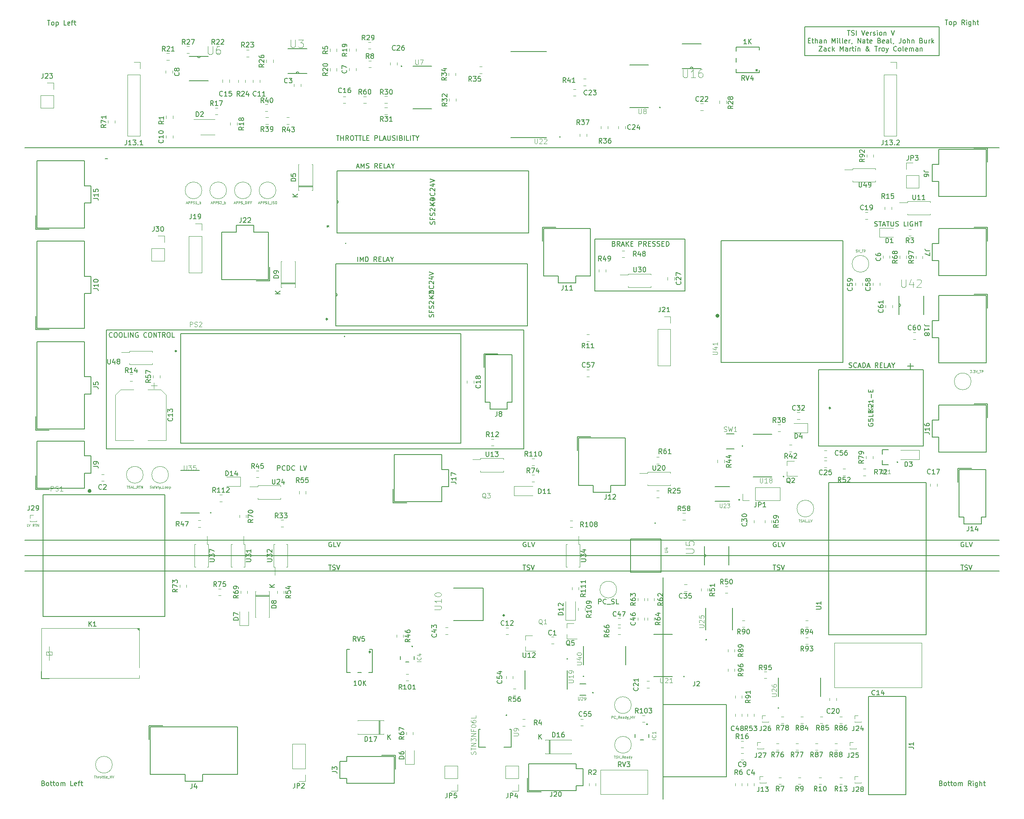
<source format=gbr>
%TF.GenerationSoftware,KiCad,Pcbnew,(5.1.6)-1*%
%TF.CreationDate,2021-02-04T22:55:20-05:00*%
%TF.ProjectId,TSI_Rev.5,5453495f-5265-4762-9e35-2e6b69636164,rev?*%
%TF.SameCoordinates,Original*%
%TF.FileFunction,Legend,Top*%
%TF.FilePolarity,Positive*%
%FSLAX46Y46*%
G04 Gerber Fmt 4.6, Leading zero omitted, Abs format (unit mm)*
G04 Created by KiCad (PCBNEW (5.1.6)-1) date 2021-02-04 22:55:20*
%MOMM*%
%LPD*%
G01*
G04 APERTURE LIST*
%ADD10C,0.150000*%
%ADD11C,0.125000*%
%ADD12C,0.127000*%
%ADD13C,0.400000*%
%ADD14C,0.152400*%
%ADD15C,0.120000*%
%ADD16C,0.145400*%
%ADD17C,0.200000*%
%ADD18C,0.300000*%
%ADD19C,0.015000*%
%ADD20C,0.050000*%
G04 APERTURE END LIST*
D10*
X303377600Y-163931600D02*
X100177600Y-163931600D01*
X100177600Y-170332400D02*
X303377600Y-170332400D01*
X288888419Y-103552666D02*
X288174133Y-103552666D01*
X288031276Y-103505047D01*
X287936038Y-103409809D01*
X287888419Y-103266952D01*
X287888419Y-103171714D01*
X288888419Y-103933619D02*
X288888419Y-104600285D01*
X287888419Y-104171714D01*
X199263000Y-167157400D02*
X169519600Y-167157400D01*
X290880800Y-62814200D02*
X262801100Y-62814200D01*
X262801100Y-62814200D02*
X262801100Y-56845200D01*
X290880800Y-56845200D02*
X290880800Y-62814200D01*
X262801100Y-56845200D02*
X290880800Y-56845200D01*
X156819600Y-167157400D02*
X169519600Y-167157400D01*
X211963000Y-167157400D02*
X199263000Y-167157400D01*
X100177600Y-167157400D02*
X156819600Y-167157400D01*
X211963000Y-167157400D02*
X303377600Y-167157400D01*
X295354523Y-169124380D02*
X295925952Y-169124380D01*
X295640238Y-170124380D02*
X295640238Y-169124380D01*
X296211666Y-170076761D02*
X296354523Y-170124380D01*
X296592619Y-170124380D01*
X296687857Y-170076761D01*
X296735476Y-170029142D01*
X296783095Y-169933904D01*
X296783095Y-169838666D01*
X296735476Y-169743428D01*
X296687857Y-169695809D01*
X296592619Y-169648190D01*
X296402142Y-169600571D01*
X296306904Y-169552952D01*
X296259285Y-169505333D01*
X296211666Y-169410095D01*
X296211666Y-169314857D01*
X296259285Y-169219619D01*
X296306904Y-169172000D01*
X296402142Y-169124380D01*
X296640238Y-169124380D01*
X296783095Y-169172000D01*
X297068809Y-169124380D02*
X297402142Y-170124380D01*
X297735476Y-169124380D01*
X295973571Y-164371400D02*
X295878333Y-164323780D01*
X295735476Y-164323780D01*
X295592619Y-164371400D01*
X295497380Y-164466638D01*
X295449761Y-164561876D01*
X295402142Y-164752352D01*
X295402142Y-164895209D01*
X295449761Y-165085685D01*
X295497380Y-165180923D01*
X295592619Y-165276161D01*
X295735476Y-165323780D01*
X295830714Y-165323780D01*
X295973571Y-165276161D01*
X296021190Y-165228542D01*
X296021190Y-164895209D01*
X295830714Y-164895209D01*
X296925952Y-165323780D02*
X296449761Y-165323780D01*
X296449761Y-164323780D01*
X297116428Y-164323780D02*
X297449761Y-165323780D01*
X297783095Y-164323780D01*
X204673271Y-164371400D02*
X204578033Y-164323780D01*
X204435176Y-164323780D01*
X204292319Y-164371400D01*
X204197080Y-164466638D01*
X204149461Y-164561876D01*
X204101842Y-164752352D01*
X204101842Y-164895209D01*
X204149461Y-165085685D01*
X204197080Y-165180923D01*
X204292319Y-165276161D01*
X204435176Y-165323780D01*
X204530414Y-165323780D01*
X204673271Y-165276161D01*
X204720890Y-165228542D01*
X204720890Y-164895209D01*
X204530414Y-164895209D01*
X205625652Y-165323780D02*
X205149461Y-165323780D01*
X205149461Y-164323780D01*
X205816128Y-164323780D02*
X206149461Y-165323780D01*
X206482795Y-164323780D01*
X204054223Y-169124380D02*
X204625652Y-169124380D01*
X204339938Y-170124380D02*
X204339938Y-169124380D01*
X204911366Y-170076761D02*
X205054223Y-170124380D01*
X205292319Y-170124380D01*
X205387557Y-170076761D01*
X205435176Y-170029142D01*
X205482795Y-169933904D01*
X205482795Y-169838666D01*
X205435176Y-169743428D01*
X205387557Y-169695809D01*
X205292319Y-169648190D01*
X205101842Y-169600571D01*
X205006604Y-169552952D01*
X204958985Y-169505333D01*
X204911366Y-169410095D01*
X204911366Y-169314857D01*
X204958985Y-169219619D01*
X205006604Y-169172000D01*
X205101842Y-169124380D01*
X205339938Y-169124380D01*
X205482795Y-169172000D01*
X205768509Y-169124380D02*
X206101842Y-170124380D01*
X206435176Y-169124380D01*
X164147571Y-164371400D02*
X164052333Y-164323780D01*
X163909476Y-164323780D01*
X163766619Y-164371400D01*
X163671380Y-164466638D01*
X163623761Y-164561876D01*
X163576142Y-164752352D01*
X163576142Y-164895209D01*
X163623761Y-165085685D01*
X163671380Y-165180923D01*
X163766619Y-165276161D01*
X163909476Y-165323780D01*
X164004714Y-165323780D01*
X164147571Y-165276161D01*
X164195190Y-165228542D01*
X164195190Y-164895209D01*
X164004714Y-164895209D01*
X165099952Y-165323780D02*
X164623761Y-165323780D01*
X164623761Y-164323780D01*
X165290428Y-164323780D02*
X165623761Y-165323780D01*
X165957095Y-164323780D01*
X163528523Y-169124380D02*
X164099952Y-169124380D01*
X163814238Y-170124380D02*
X163814238Y-169124380D01*
X164385666Y-170076761D02*
X164528523Y-170124380D01*
X164766619Y-170124380D01*
X164861857Y-170076761D01*
X164909476Y-170029142D01*
X164957095Y-169933904D01*
X164957095Y-169838666D01*
X164909476Y-169743428D01*
X164861857Y-169695809D01*
X164766619Y-169648190D01*
X164576142Y-169600571D01*
X164480904Y-169552952D01*
X164433285Y-169505333D01*
X164385666Y-169410095D01*
X164385666Y-169314857D01*
X164433285Y-169219619D01*
X164480904Y-169172000D01*
X164576142Y-169124380D01*
X164814238Y-169124380D01*
X164957095Y-169172000D01*
X165242809Y-169124380D02*
X165576142Y-170124380D01*
X165909476Y-169124380D01*
X256213123Y-169124380D02*
X256784552Y-169124380D01*
X256498838Y-170124380D02*
X256498838Y-169124380D01*
X257070266Y-170076761D02*
X257213123Y-170124380D01*
X257451219Y-170124380D01*
X257546457Y-170076761D01*
X257594076Y-170029142D01*
X257641695Y-169933904D01*
X257641695Y-169838666D01*
X257594076Y-169743428D01*
X257546457Y-169695809D01*
X257451219Y-169648190D01*
X257260742Y-169600571D01*
X257165504Y-169552952D01*
X257117885Y-169505333D01*
X257070266Y-169410095D01*
X257070266Y-169314857D01*
X257117885Y-169219619D01*
X257165504Y-169172000D01*
X257260742Y-169124380D01*
X257498838Y-169124380D01*
X257641695Y-169172000D01*
X257927409Y-169124380D02*
X258260742Y-170124380D01*
X258594076Y-169124380D01*
X256832171Y-164371400D02*
X256736933Y-164323780D01*
X256594076Y-164323780D01*
X256451219Y-164371400D01*
X256355980Y-164466638D01*
X256308361Y-164561876D01*
X256260742Y-164752352D01*
X256260742Y-164895209D01*
X256308361Y-165085685D01*
X256355980Y-165180923D01*
X256451219Y-165276161D01*
X256594076Y-165323780D01*
X256689314Y-165323780D01*
X256832171Y-165276161D01*
X256879790Y-165228542D01*
X256879790Y-164895209D01*
X256689314Y-164895209D01*
X257784552Y-165323780D02*
X257308361Y-165323780D01*
X257308361Y-164323780D01*
X257975028Y-164323780D02*
X258308361Y-165323780D01*
X258641695Y-164323780D01*
X271713938Y-57593980D02*
X272285366Y-57593980D01*
X271999652Y-58593980D02*
X271999652Y-57593980D01*
X272571080Y-58546361D02*
X272713938Y-58593980D01*
X272952033Y-58593980D01*
X273047271Y-58546361D01*
X273094890Y-58498742D01*
X273142509Y-58403504D01*
X273142509Y-58308266D01*
X273094890Y-58213028D01*
X273047271Y-58165409D01*
X272952033Y-58117790D01*
X272761557Y-58070171D01*
X272666319Y-58022552D01*
X272618700Y-57974933D01*
X272571080Y-57879695D01*
X272571080Y-57784457D01*
X272618700Y-57689219D01*
X272666319Y-57641600D01*
X272761557Y-57593980D01*
X272999652Y-57593980D01*
X273142509Y-57641600D01*
X273571080Y-58593980D02*
X273571080Y-57593980D01*
X274666319Y-57593980D02*
X274999652Y-58593980D01*
X275332985Y-57593980D01*
X276047271Y-58546361D02*
X275952033Y-58593980D01*
X275761557Y-58593980D01*
X275666319Y-58546361D01*
X275618700Y-58451123D01*
X275618700Y-58070171D01*
X275666319Y-57974933D01*
X275761557Y-57927314D01*
X275952033Y-57927314D01*
X276047271Y-57974933D01*
X276094890Y-58070171D01*
X276094890Y-58165409D01*
X275618700Y-58260647D01*
X276523461Y-58593980D02*
X276523461Y-57927314D01*
X276523461Y-58117790D02*
X276571080Y-58022552D01*
X276618700Y-57974933D01*
X276713938Y-57927314D01*
X276809176Y-57927314D01*
X277094890Y-58546361D02*
X277190128Y-58593980D01*
X277380604Y-58593980D01*
X277475842Y-58546361D01*
X277523461Y-58451123D01*
X277523461Y-58403504D01*
X277475842Y-58308266D01*
X277380604Y-58260647D01*
X277237747Y-58260647D01*
X277142509Y-58213028D01*
X277094890Y-58117790D01*
X277094890Y-58070171D01*
X277142509Y-57974933D01*
X277237747Y-57927314D01*
X277380604Y-57927314D01*
X277475842Y-57974933D01*
X277952033Y-58593980D02*
X277952033Y-57927314D01*
X277952033Y-57593980D02*
X277904414Y-57641600D01*
X277952033Y-57689219D01*
X277999652Y-57641600D01*
X277952033Y-57593980D01*
X277952033Y-57689219D01*
X278571080Y-58593980D02*
X278475842Y-58546361D01*
X278428223Y-58498742D01*
X278380604Y-58403504D01*
X278380604Y-58117790D01*
X278428223Y-58022552D01*
X278475842Y-57974933D01*
X278571080Y-57927314D01*
X278713938Y-57927314D01*
X278809176Y-57974933D01*
X278856795Y-58022552D01*
X278904414Y-58117790D01*
X278904414Y-58403504D01*
X278856795Y-58498742D01*
X278809176Y-58546361D01*
X278713938Y-58593980D01*
X278571080Y-58593980D01*
X279332985Y-57927314D02*
X279332985Y-58593980D01*
X279332985Y-58022552D02*
X279380604Y-57974933D01*
X279475842Y-57927314D01*
X279618700Y-57927314D01*
X279713938Y-57974933D01*
X279761557Y-58070171D01*
X279761557Y-58593980D01*
X280856795Y-57593980D02*
X281190128Y-58593980D01*
X281523461Y-57593980D01*
X263571080Y-59720171D02*
X263904414Y-59720171D01*
X264047271Y-60243980D02*
X263571080Y-60243980D01*
X263571080Y-59243980D01*
X264047271Y-59243980D01*
X264332985Y-59577314D02*
X264713938Y-59577314D01*
X264475842Y-59243980D02*
X264475842Y-60101123D01*
X264523461Y-60196361D01*
X264618700Y-60243980D01*
X264713938Y-60243980D01*
X265047271Y-60243980D02*
X265047271Y-59243980D01*
X265475842Y-60243980D02*
X265475842Y-59720171D01*
X265428223Y-59624933D01*
X265332985Y-59577314D01*
X265190128Y-59577314D01*
X265094890Y-59624933D01*
X265047271Y-59672552D01*
X266380604Y-60243980D02*
X266380604Y-59720171D01*
X266332985Y-59624933D01*
X266237747Y-59577314D01*
X266047271Y-59577314D01*
X265952033Y-59624933D01*
X266380604Y-60196361D02*
X266285366Y-60243980D01*
X266047271Y-60243980D01*
X265952033Y-60196361D01*
X265904414Y-60101123D01*
X265904414Y-60005885D01*
X265952033Y-59910647D01*
X266047271Y-59863028D01*
X266285366Y-59863028D01*
X266380604Y-59815409D01*
X266856795Y-59577314D02*
X266856795Y-60243980D01*
X266856795Y-59672552D02*
X266904414Y-59624933D01*
X266999652Y-59577314D01*
X267142509Y-59577314D01*
X267237747Y-59624933D01*
X267285366Y-59720171D01*
X267285366Y-60243980D01*
X268523461Y-60243980D02*
X268523461Y-59243980D01*
X268856795Y-59958266D01*
X269190128Y-59243980D01*
X269190128Y-60243980D01*
X269666319Y-60243980D02*
X269666319Y-59577314D01*
X269666319Y-59243980D02*
X269618700Y-59291600D01*
X269666319Y-59339219D01*
X269713938Y-59291600D01*
X269666319Y-59243980D01*
X269666319Y-59339219D01*
X270285366Y-60243980D02*
X270190128Y-60196361D01*
X270142509Y-60101123D01*
X270142509Y-59243980D01*
X270809176Y-60243980D02*
X270713938Y-60196361D01*
X270666319Y-60101123D01*
X270666319Y-59243980D01*
X271571080Y-60196361D02*
X271475842Y-60243980D01*
X271285366Y-60243980D01*
X271190128Y-60196361D01*
X271142509Y-60101123D01*
X271142509Y-59720171D01*
X271190128Y-59624933D01*
X271285366Y-59577314D01*
X271475842Y-59577314D01*
X271571080Y-59624933D01*
X271618700Y-59720171D01*
X271618700Y-59815409D01*
X271142509Y-59910647D01*
X272047271Y-60243980D02*
X272047271Y-59577314D01*
X272047271Y-59767790D02*
X272094890Y-59672552D01*
X272142509Y-59624933D01*
X272237747Y-59577314D01*
X272332985Y-59577314D01*
X272713938Y-60196361D02*
X272713938Y-60243980D01*
X272666319Y-60339219D01*
X272618700Y-60386838D01*
X273904414Y-60243980D02*
X273904414Y-59243980D01*
X274475842Y-60243980D01*
X274475842Y-59243980D01*
X275380604Y-60243980D02*
X275380604Y-59720171D01*
X275332985Y-59624933D01*
X275237747Y-59577314D01*
X275047271Y-59577314D01*
X274952033Y-59624933D01*
X275380604Y-60196361D02*
X275285366Y-60243980D01*
X275047271Y-60243980D01*
X274952033Y-60196361D01*
X274904414Y-60101123D01*
X274904414Y-60005885D01*
X274952033Y-59910647D01*
X275047271Y-59863028D01*
X275285366Y-59863028D01*
X275380604Y-59815409D01*
X275713938Y-59577314D02*
X276094890Y-59577314D01*
X275856795Y-59243980D02*
X275856795Y-60101123D01*
X275904414Y-60196361D01*
X275999652Y-60243980D01*
X276094890Y-60243980D01*
X276809176Y-60196361D02*
X276713938Y-60243980D01*
X276523461Y-60243980D01*
X276428223Y-60196361D01*
X276380604Y-60101123D01*
X276380604Y-59720171D01*
X276428223Y-59624933D01*
X276523461Y-59577314D01*
X276713938Y-59577314D01*
X276809176Y-59624933D01*
X276856795Y-59720171D01*
X276856795Y-59815409D01*
X276380604Y-59910647D01*
X278380604Y-59720171D02*
X278523461Y-59767790D01*
X278571080Y-59815409D01*
X278618700Y-59910647D01*
X278618700Y-60053504D01*
X278571080Y-60148742D01*
X278523461Y-60196361D01*
X278428223Y-60243980D01*
X278047271Y-60243980D01*
X278047271Y-59243980D01*
X278380604Y-59243980D01*
X278475842Y-59291600D01*
X278523461Y-59339219D01*
X278571080Y-59434457D01*
X278571080Y-59529695D01*
X278523461Y-59624933D01*
X278475842Y-59672552D01*
X278380604Y-59720171D01*
X278047271Y-59720171D01*
X279428223Y-60196361D02*
X279332985Y-60243980D01*
X279142509Y-60243980D01*
X279047271Y-60196361D01*
X278999652Y-60101123D01*
X278999652Y-59720171D01*
X279047271Y-59624933D01*
X279142509Y-59577314D01*
X279332985Y-59577314D01*
X279428223Y-59624933D01*
X279475842Y-59720171D01*
X279475842Y-59815409D01*
X278999652Y-59910647D01*
X280332985Y-60243980D02*
X280332985Y-59720171D01*
X280285366Y-59624933D01*
X280190128Y-59577314D01*
X279999652Y-59577314D01*
X279904414Y-59624933D01*
X280332985Y-60196361D02*
X280237747Y-60243980D01*
X279999652Y-60243980D01*
X279904414Y-60196361D01*
X279856795Y-60101123D01*
X279856795Y-60005885D01*
X279904414Y-59910647D01*
X279999652Y-59863028D01*
X280237747Y-59863028D01*
X280332985Y-59815409D01*
X280952033Y-60243980D02*
X280856795Y-60196361D01*
X280809176Y-60101123D01*
X280809176Y-59243980D01*
X281380604Y-60196361D02*
X281380604Y-60243980D01*
X281332985Y-60339219D01*
X281285366Y-60386838D01*
X282856795Y-59243980D02*
X282856795Y-59958266D01*
X282809176Y-60101123D01*
X282713938Y-60196361D01*
X282571080Y-60243980D01*
X282475842Y-60243980D01*
X283475842Y-60243980D02*
X283380604Y-60196361D01*
X283332985Y-60148742D01*
X283285366Y-60053504D01*
X283285366Y-59767790D01*
X283332985Y-59672552D01*
X283380604Y-59624933D01*
X283475842Y-59577314D01*
X283618700Y-59577314D01*
X283713938Y-59624933D01*
X283761557Y-59672552D01*
X283809176Y-59767790D01*
X283809176Y-60053504D01*
X283761557Y-60148742D01*
X283713938Y-60196361D01*
X283618700Y-60243980D01*
X283475842Y-60243980D01*
X284237747Y-60243980D02*
X284237747Y-59243980D01*
X284666319Y-60243980D02*
X284666319Y-59720171D01*
X284618700Y-59624933D01*
X284523461Y-59577314D01*
X284380604Y-59577314D01*
X284285366Y-59624933D01*
X284237747Y-59672552D01*
X285142509Y-59577314D02*
X285142509Y-60243980D01*
X285142509Y-59672552D02*
X285190128Y-59624933D01*
X285285366Y-59577314D01*
X285428223Y-59577314D01*
X285523461Y-59624933D01*
X285571080Y-59720171D01*
X285571080Y-60243980D01*
X287142509Y-59720171D02*
X287285366Y-59767790D01*
X287332985Y-59815409D01*
X287380604Y-59910647D01*
X287380604Y-60053504D01*
X287332985Y-60148742D01*
X287285366Y-60196361D01*
X287190128Y-60243980D01*
X286809176Y-60243980D01*
X286809176Y-59243980D01*
X287142509Y-59243980D01*
X287237747Y-59291600D01*
X287285366Y-59339219D01*
X287332985Y-59434457D01*
X287332985Y-59529695D01*
X287285366Y-59624933D01*
X287237747Y-59672552D01*
X287142509Y-59720171D01*
X286809176Y-59720171D01*
X288237747Y-59577314D02*
X288237747Y-60243980D01*
X287809176Y-59577314D02*
X287809176Y-60101123D01*
X287856795Y-60196361D01*
X287952033Y-60243980D01*
X288094890Y-60243980D01*
X288190128Y-60196361D01*
X288237747Y-60148742D01*
X288713938Y-60243980D02*
X288713938Y-59577314D01*
X288713938Y-59767790D02*
X288761557Y-59672552D01*
X288809176Y-59624933D01*
X288904414Y-59577314D01*
X288999652Y-59577314D01*
X289332985Y-60243980D02*
X289332985Y-59243980D01*
X289428223Y-59863028D02*
X289713938Y-60243980D01*
X289713938Y-59577314D02*
X289332985Y-59958266D01*
X265809176Y-60893980D02*
X266475842Y-60893980D01*
X265809176Y-61893980D01*
X266475842Y-61893980D01*
X267285366Y-61893980D02*
X267285366Y-61370171D01*
X267237747Y-61274933D01*
X267142509Y-61227314D01*
X266952033Y-61227314D01*
X266856795Y-61274933D01*
X267285366Y-61846361D02*
X267190128Y-61893980D01*
X266952033Y-61893980D01*
X266856795Y-61846361D01*
X266809176Y-61751123D01*
X266809176Y-61655885D01*
X266856795Y-61560647D01*
X266952033Y-61513028D01*
X267190128Y-61513028D01*
X267285366Y-61465409D01*
X268190128Y-61846361D02*
X268094890Y-61893980D01*
X267904414Y-61893980D01*
X267809176Y-61846361D01*
X267761557Y-61798742D01*
X267713938Y-61703504D01*
X267713938Y-61417790D01*
X267761557Y-61322552D01*
X267809176Y-61274933D01*
X267904414Y-61227314D01*
X268094890Y-61227314D01*
X268190128Y-61274933D01*
X268618700Y-61893980D02*
X268618700Y-60893980D01*
X268713938Y-61513028D02*
X268999652Y-61893980D01*
X268999652Y-61227314D02*
X268618700Y-61608266D01*
X270190128Y-61893980D02*
X270190128Y-60893980D01*
X270523461Y-61608266D01*
X270856795Y-60893980D01*
X270856795Y-61893980D01*
X271761557Y-61893980D02*
X271761557Y-61370171D01*
X271713938Y-61274933D01*
X271618700Y-61227314D01*
X271428223Y-61227314D01*
X271332985Y-61274933D01*
X271761557Y-61846361D02*
X271666319Y-61893980D01*
X271428223Y-61893980D01*
X271332985Y-61846361D01*
X271285366Y-61751123D01*
X271285366Y-61655885D01*
X271332985Y-61560647D01*
X271428223Y-61513028D01*
X271666319Y-61513028D01*
X271761557Y-61465409D01*
X272237747Y-61893980D02*
X272237747Y-61227314D01*
X272237747Y-61417790D02*
X272285366Y-61322552D01*
X272332985Y-61274933D01*
X272428223Y-61227314D01*
X272523461Y-61227314D01*
X272713938Y-61227314D02*
X273094890Y-61227314D01*
X272856795Y-60893980D02*
X272856795Y-61751123D01*
X272904414Y-61846361D01*
X272999652Y-61893980D01*
X273094890Y-61893980D01*
X273428223Y-61893980D02*
X273428223Y-61227314D01*
X273428223Y-60893980D02*
X273380604Y-60941600D01*
X273428223Y-60989219D01*
X273475842Y-60941600D01*
X273428223Y-60893980D01*
X273428223Y-60989219D01*
X273904414Y-61227314D02*
X273904414Y-61893980D01*
X273904414Y-61322552D02*
X273952033Y-61274933D01*
X274047271Y-61227314D01*
X274190128Y-61227314D01*
X274285366Y-61274933D01*
X274332985Y-61370171D01*
X274332985Y-61893980D01*
X276380604Y-61893980D02*
X276332985Y-61893980D01*
X276237747Y-61846361D01*
X276094890Y-61703504D01*
X275856795Y-61417790D01*
X275761557Y-61274933D01*
X275713938Y-61132076D01*
X275713938Y-61036838D01*
X275761557Y-60941600D01*
X275856795Y-60893980D01*
X275904414Y-60893980D01*
X275999652Y-60941600D01*
X276047271Y-61036838D01*
X276047271Y-61084457D01*
X275999652Y-61179695D01*
X275952033Y-61227314D01*
X275666319Y-61417790D01*
X275618700Y-61465409D01*
X275571080Y-61560647D01*
X275571080Y-61703504D01*
X275618700Y-61798742D01*
X275666319Y-61846361D01*
X275761557Y-61893980D01*
X275904414Y-61893980D01*
X275999652Y-61846361D01*
X276047271Y-61798742D01*
X276190128Y-61608266D01*
X276237747Y-61465409D01*
X276237747Y-61370171D01*
X277428223Y-60893980D02*
X277999652Y-60893980D01*
X277713938Y-61893980D02*
X277713938Y-60893980D01*
X278332985Y-61893980D02*
X278332985Y-61227314D01*
X278332985Y-61417790D02*
X278380604Y-61322552D01*
X278428223Y-61274933D01*
X278523461Y-61227314D01*
X278618700Y-61227314D01*
X279094890Y-61893980D02*
X278999652Y-61846361D01*
X278952033Y-61798742D01*
X278904414Y-61703504D01*
X278904414Y-61417790D01*
X278952033Y-61322552D01*
X278999652Y-61274933D01*
X279094890Y-61227314D01*
X279237747Y-61227314D01*
X279332985Y-61274933D01*
X279380604Y-61322552D01*
X279428223Y-61417790D01*
X279428223Y-61703504D01*
X279380604Y-61798742D01*
X279332985Y-61846361D01*
X279237747Y-61893980D01*
X279094890Y-61893980D01*
X279761557Y-61227314D02*
X279999652Y-61893980D01*
X280237747Y-61227314D02*
X279999652Y-61893980D01*
X279904414Y-62132076D01*
X279856795Y-62179695D01*
X279761557Y-62227314D01*
X281952033Y-61798742D02*
X281904414Y-61846361D01*
X281761557Y-61893980D01*
X281666319Y-61893980D01*
X281523461Y-61846361D01*
X281428223Y-61751123D01*
X281380604Y-61655885D01*
X281332985Y-61465409D01*
X281332985Y-61322552D01*
X281380604Y-61132076D01*
X281428223Y-61036838D01*
X281523461Y-60941600D01*
X281666319Y-60893980D01*
X281761557Y-60893980D01*
X281904414Y-60941600D01*
X281952033Y-60989219D01*
X282523461Y-61893980D02*
X282428223Y-61846361D01*
X282380604Y-61798742D01*
X282332985Y-61703504D01*
X282332985Y-61417790D01*
X282380604Y-61322552D01*
X282428223Y-61274933D01*
X282523461Y-61227314D01*
X282666319Y-61227314D01*
X282761557Y-61274933D01*
X282809176Y-61322552D01*
X282856795Y-61417790D01*
X282856795Y-61703504D01*
X282809176Y-61798742D01*
X282761557Y-61846361D01*
X282666319Y-61893980D01*
X282523461Y-61893980D01*
X283428223Y-61893980D02*
X283332985Y-61846361D01*
X283285366Y-61751123D01*
X283285366Y-60893980D01*
X284190128Y-61846361D02*
X284094890Y-61893980D01*
X283904414Y-61893980D01*
X283809176Y-61846361D01*
X283761557Y-61751123D01*
X283761557Y-61370171D01*
X283809176Y-61274933D01*
X283904414Y-61227314D01*
X284094890Y-61227314D01*
X284190128Y-61274933D01*
X284237747Y-61370171D01*
X284237747Y-61465409D01*
X283761557Y-61560647D01*
X284666319Y-61893980D02*
X284666319Y-61227314D01*
X284666319Y-61322552D02*
X284713938Y-61274933D01*
X284809176Y-61227314D01*
X284952033Y-61227314D01*
X285047271Y-61274933D01*
X285094890Y-61370171D01*
X285094890Y-61893980D01*
X285094890Y-61370171D02*
X285142509Y-61274933D01*
X285237747Y-61227314D01*
X285380604Y-61227314D01*
X285475842Y-61274933D01*
X285523461Y-61370171D01*
X285523461Y-61893980D01*
X286428223Y-61893980D02*
X286428223Y-61370171D01*
X286380604Y-61274933D01*
X286285366Y-61227314D01*
X286094890Y-61227314D01*
X285999652Y-61274933D01*
X286428223Y-61846361D02*
X286332985Y-61893980D01*
X286094890Y-61893980D01*
X285999652Y-61846361D01*
X285952033Y-61751123D01*
X285952033Y-61655885D01*
X285999652Y-61560647D01*
X286094890Y-61513028D01*
X286332985Y-61513028D01*
X286428223Y-61465409D01*
X286904414Y-61227314D02*
X286904414Y-61893980D01*
X286904414Y-61322552D02*
X286952033Y-61274933D01*
X287047271Y-61227314D01*
X287190128Y-61227314D01*
X287285366Y-61274933D01*
X287332985Y-61370171D01*
X287332985Y-61893980D01*
X288685219Y-87106166D02*
X287970933Y-87106166D01*
X287828076Y-87058547D01*
X287732838Y-86963309D01*
X287685219Y-86820452D01*
X287685219Y-86725214D01*
X288685219Y-88010928D02*
X288685219Y-87820452D01*
X288637600Y-87725214D01*
X288589980Y-87677595D01*
X288447123Y-87582357D01*
X288256647Y-87534738D01*
X287875695Y-87534738D01*
X287780457Y-87582357D01*
X287732838Y-87629976D01*
X287685219Y-87725214D01*
X287685219Y-87915690D01*
X287732838Y-88010928D01*
X287780457Y-88058547D01*
X287875695Y-88106166D01*
X288113790Y-88106166D01*
X288209028Y-88058547D01*
X288256647Y-88010928D01*
X288304266Y-87915690D01*
X288304266Y-87725214D01*
X288256647Y-87629976D01*
X288209028Y-87582357D01*
X288113790Y-87534738D01*
X288812219Y-119268976D02*
X288097933Y-119268976D01*
X287955076Y-119221357D01*
X287859838Y-119126119D01*
X287812219Y-118983261D01*
X287812219Y-118888023D01*
X287812219Y-120268976D02*
X287812219Y-119697547D01*
X287812219Y-119983261D02*
X288812219Y-119983261D01*
X288669361Y-119888023D01*
X288574123Y-119792785D01*
X288526504Y-119697547D01*
X288383647Y-120840404D02*
X288431266Y-120745166D01*
X288478885Y-120697547D01*
X288574123Y-120649928D01*
X288621742Y-120649928D01*
X288716980Y-120697547D01*
X288764600Y-120745166D01*
X288812219Y-120840404D01*
X288812219Y-121030880D01*
X288764600Y-121126119D01*
X288716980Y-121173738D01*
X288621742Y-121221357D01*
X288574123Y-121221357D01*
X288478885Y-121173738D01*
X288431266Y-121126119D01*
X288383647Y-121030880D01*
X288383647Y-120840404D01*
X288336028Y-120745166D01*
X288288409Y-120697547D01*
X288193171Y-120649928D01*
X288002695Y-120649928D01*
X287907457Y-120697547D01*
X287859838Y-120745166D01*
X287812219Y-120840404D01*
X287812219Y-121030880D01*
X287859838Y-121126119D01*
X287907457Y-121173738D01*
X288002695Y-121221357D01*
X288193171Y-121221357D01*
X288288409Y-121173738D01*
X288336028Y-121126119D01*
X288383647Y-121030880D01*
X223039680Y-102074671D02*
X223182538Y-102122290D01*
X223230157Y-102169909D01*
X223277776Y-102265147D01*
X223277776Y-102408004D01*
X223230157Y-102503242D01*
X223182538Y-102550861D01*
X223087300Y-102598480D01*
X222706347Y-102598480D01*
X222706347Y-101598480D01*
X223039680Y-101598480D01*
X223134919Y-101646100D01*
X223182538Y-101693719D01*
X223230157Y-101788957D01*
X223230157Y-101884195D01*
X223182538Y-101979433D01*
X223134919Y-102027052D01*
X223039680Y-102074671D01*
X222706347Y-102074671D01*
X224277776Y-102598480D02*
X223944442Y-102122290D01*
X223706347Y-102598480D02*
X223706347Y-101598480D01*
X224087300Y-101598480D01*
X224182538Y-101646100D01*
X224230157Y-101693719D01*
X224277776Y-101788957D01*
X224277776Y-101931814D01*
X224230157Y-102027052D01*
X224182538Y-102074671D01*
X224087300Y-102122290D01*
X223706347Y-102122290D01*
X224658728Y-102312766D02*
X225134919Y-102312766D01*
X224563490Y-102598480D02*
X224896823Y-101598480D01*
X225230157Y-102598480D01*
X225563490Y-102598480D02*
X225563490Y-101598480D01*
X226134919Y-102598480D02*
X225706347Y-102027052D01*
X226134919Y-101598480D02*
X225563490Y-102169909D01*
X226563490Y-102074671D02*
X226896823Y-102074671D01*
X227039680Y-102598480D02*
X226563490Y-102598480D01*
X226563490Y-101598480D01*
X227039680Y-101598480D01*
X228230157Y-102598480D02*
X228230157Y-101598480D01*
X228611109Y-101598480D01*
X228706347Y-101646100D01*
X228753966Y-101693719D01*
X228801585Y-101788957D01*
X228801585Y-101931814D01*
X228753966Y-102027052D01*
X228706347Y-102074671D01*
X228611109Y-102122290D01*
X228230157Y-102122290D01*
X229801585Y-102598480D02*
X229468252Y-102122290D01*
X229230157Y-102598480D02*
X229230157Y-101598480D01*
X229611109Y-101598480D01*
X229706347Y-101646100D01*
X229753966Y-101693719D01*
X229801585Y-101788957D01*
X229801585Y-101931814D01*
X229753966Y-102027052D01*
X229706347Y-102074671D01*
X229611109Y-102122290D01*
X229230157Y-102122290D01*
X230230157Y-102074671D02*
X230563490Y-102074671D01*
X230706347Y-102598480D02*
X230230157Y-102598480D01*
X230230157Y-101598480D01*
X230706347Y-101598480D01*
X231087300Y-102550861D02*
X231230157Y-102598480D01*
X231468252Y-102598480D01*
X231563490Y-102550861D01*
X231611109Y-102503242D01*
X231658728Y-102408004D01*
X231658728Y-102312766D01*
X231611109Y-102217528D01*
X231563490Y-102169909D01*
X231468252Y-102122290D01*
X231277776Y-102074671D01*
X231182538Y-102027052D01*
X231134919Y-101979433D01*
X231087300Y-101884195D01*
X231087300Y-101788957D01*
X231134919Y-101693719D01*
X231182538Y-101646100D01*
X231277776Y-101598480D01*
X231515871Y-101598480D01*
X231658728Y-101646100D01*
X232039680Y-102550861D02*
X232182538Y-102598480D01*
X232420633Y-102598480D01*
X232515871Y-102550861D01*
X232563490Y-102503242D01*
X232611109Y-102408004D01*
X232611109Y-102312766D01*
X232563490Y-102217528D01*
X232515871Y-102169909D01*
X232420633Y-102122290D01*
X232230157Y-102074671D01*
X232134919Y-102027052D01*
X232087300Y-101979433D01*
X232039680Y-101884195D01*
X232039680Y-101788957D01*
X232087300Y-101693719D01*
X232134919Y-101646100D01*
X232230157Y-101598480D01*
X232468252Y-101598480D01*
X232611109Y-101646100D01*
X233039680Y-102074671D02*
X233373014Y-102074671D01*
X233515871Y-102598480D02*
X233039680Y-102598480D01*
X233039680Y-101598480D01*
X233515871Y-101598480D01*
X233944442Y-102598480D02*
X233944442Y-101598480D01*
X234182538Y-101598480D01*
X234325395Y-101646100D01*
X234420633Y-101741338D01*
X234468252Y-101836576D01*
X234515871Y-102027052D01*
X234515871Y-102169909D01*
X234468252Y-102360385D01*
X234420633Y-102455623D01*
X234325395Y-102550861D01*
X234182538Y-102598480D01*
X233944442Y-102598480D01*
X219062300Y-101092000D02*
X237820200Y-101092000D01*
X219062300Y-111925100D02*
X219062300Y-101092000D01*
X237820200Y-111925100D02*
X219062300Y-111925100D01*
X237820200Y-101092000D02*
X237820200Y-111925100D01*
X169624833Y-105798880D02*
X169624833Y-104798880D01*
X170101023Y-105798880D02*
X170101023Y-104798880D01*
X170434357Y-105513166D01*
X170767690Y-104798880D01*
X170767690Y-105798880D01*
X171243880Y-105798880D02*
X171243880Y-104798880D01*
X171481976Y-104798880D01*
X171624833Y-104846500D01*
X171720071Y-104941738D01*
X171767690Y-105036976D01*
X171815309Y-105227452D01*
X171815309Y-105370309D01*
X171767690Y-105560785D01*
X171720071Y-105656023D01*
X171624833Y-105751261D01*
X171481976Y-105798880D01*
X171243880Y-105798880D01*
X173577214Y-105798880D02*
X173243880Y-105322690D01*
X173005785Y-105798880D02*
X173005785Y-104798880D01*
X173386738Y-104798880D01*
X173481976Y-104846500D01*
X173529595Y-104894119D01*
X173577214Y-104989357D01*
X173577214Y-105132214D01*
X173529595Y-105227452D01*
X173481976Y-105275071D01*
X173386738Y-105322690D01*
X173005785Y-105322690D01*
X174005785Y-105275071D02*
X174339119Y-105275071D01*
X174481976Y-105798880D02*
X174005785Y-105798880D01*
X174005785Y-104798880D01*
X174481976Y-104798880D01*
X175386738Y-105798880D02*
X174910547Y-105798880D01*
X174910547Y-104798880D01*
X175672452Y-105513166D02*
X176148642Y-105513166D01*
X175577214Y-105798880D02*
X175910547Y-104798880D01*
X176243880Y-105798880D01*
X176767690Y-105322690D02*
X176767690Y-105798880D01*
X176434357Y-104798880D02*
X176767690Y-105322690D01*
X177101023Y-104798880D01*
X169410547Y-86044066D02*
X169886738Y-86044066D01*
X169315309Y-86329780D02*
X169648642Y-85329780D01*
X169981976Y-86329780D01*
X170315309Y-86329780D02*
X170315309Y-85329780D01*
X170648642Y-86044066D01*
X170981976Y-85329780D01*
X170981976Y-86329780D01*
X171410547Y-86282161D02*
X171553404Y-86329780D01*
X171791500Y-86329780D01*
X171886738Y-86282161D01*
X171934357Y-86234542D01*
X171981976Y-86139304D01*
X171981976Y-86044066D01*
X171934357Y-85948828D01*
X171886738Y-85901209D01*
X171791500Y-85853590D01*
X171601023Y-85805971D01*
X171505785Y-85758352D01*
X171458166Y-85710733D01*
X171410547Y-85615495D01*
X171410547Y-85520257D01*
X171458166Y-85425019D01*
X171505785Y-85377400D01*
X171601023Y-85329780D01*
X171839119Y-85329780D01*
X171981976Y-85377400D01*
X173743880Y-86329780D02*
X173410547Y-85853590D01*
X173172452Y-86329780D02*
X173172452Y-85329780D01*
X173553404Y-85329780D01*
X173648642Y-85377400D01*
X173696261Y-85425019D01*
X173743880Y-85520257D01*
X173743880Y-85663114D01*
X173696261Y-85758352D01*
X173648642Y-85805971D01*
X173553404Y-85853590D01*
X173172452Y-85853590D01*
X174172452Y-85805971D02*
X174505785Y-85805971D01*
X174648642Y-86329780D02*
X174172452Y-86329780D01*
X174172452Y-85329780D01*
X174648642Y-85329780D01*
X175553404Y-86329780D02*
X175077214Y-86329780D01*
X175077214Y-85329780D01*
X175839119Y-86044066D02*
X176315309Y-86044066D01*
X175743880Y-86329780D02*
X176077214Y-85329780D01*
X176410547Y-86329780D01*
X176934357Y-85853590D02*
X176934357Y-86329780D01*
X176601023Y-85329780D02*
X176934357Y-85853590D01*
X177267690Y-85329780D01*
X272058404Y-127861961D02*
X272201261Y-127909580D01*
X272439357Y-127909580D01*
X272534595Y-127861961D01*
X272582214Y-127814342D01*
X272629833Y-127719104D01*
X272629833Y-127623866D01*
X272582214Y-127528628D01*
X272534595Y-127481009D01*
X272439357Y-127433390D01*
X272248880Y-127385771D01*
X272153642Y-127338152D01*
X272106023Y-127290533D01*
X272058404Y-127195295D01*
X272058404Y-127100057D01*
X272106023Y-127004819D01*
X272153642Y-126957200D01*
X272248880Y-126909580D01*
X272486976Y-126909580D01*
X272629833Y-126957200D01*
X273629833Y-127814342D02*
X273582214Y-127861961D01*
X273439357Y-127909580D01*
X273344119Y-127909580D01*
X273201261Y-127861961D01*
X273106023Y-127766723D01*
X273058404Y-127671485D01*
X273010785Y-127481009D01*
X273010785Y-127338152D01*
X273058404Y-127147676D01*
X273106023Y-127052438D01*
X273201261Y-126957200D01*
X273344119Y-126909580D01*
X273439357Y-126909580D01*
X273582214Y-126957200D01*
X273629833Y-127004819D01*
X274010785Y-127623866D02*
X274486976Y-127623866D01*
X273915547Y-127909580D02*
X274248880Y-126909580D01*
X274582214Y-127909580D01*
X274915547Y-127909580D02*
X274915547Y-126909580D01*
X275153642Y-126909580D01*
X275296500Y-126957200D01*
X275391738Y-127052438D01*
X275439357Y-127147676D01*
X275486976Y-127338152D01*
X275486976Y-127481009D01*
X275439357Y-127671485D01*
X275391738Y-127766723D01*
X275296500Y-127861961D01*
X275153642Y-127909580D01*
X274915547Y-127909580D01*
X275867928Y-127623866D02*
X276344119Y-127623866D01*
X275772690Y-127909580D02*
X276106023Y-126909580D01*
X276439357Y-127909580D01*
X278106023Y-127909580D02*
X277772690Y-127433390D01*
X277534595Y-127909580D02*
X277534595Y-126909580D01*
X277915547Y-126909580D01*
X278010785Y-126957200D01*
X278058404Y-127004819D01*
X278106023Y-127100057D01*
X278106023Y-127242914D01*
X278058404Y-127338152D01*
X278010785Y-127385771D01*
X277915547Y-127433390D01*
X277534595Y-127433390D01*
X278534595Y-127385771D02*
X278867928Y-127385771D01*
X279010785Y-127909580D02*
X278534595Y-127909580D01*
X278534595Y-126909580D01*
X279010785Y-126909580D01*
X279915547Y-127909580D02*
X279439357Y-127909580D01*
X279439357Y-126909580D01*
X280201261Y-127623866D02*
X280677452Y-127623866D01*
X280106023Y-127909580D02*
X280439357Y-126909580D01*
X280772690Y-127909580D01*
X281296500Y-127433390D02*
X281296500Y-127909580D01*
X280963166Y-126909580D02*
X281296500Y-127433390D01*
X281629833Y-126909580D01*
X118418742Y-121515142D02*
X118371123Y-121562761D01*
X118228266Y-121610380D01*
X118133028Y-121610380D01*
X117990171Y-121562761D01*
X117894933Y-121467523D01*
X117847314Y-121372285D01*
X117799695Y-121181809D01*
X117799695Y-121038952D01*
X117847314Y-120848476D01*
X117894933Y-120753238D01*
X117990171Y-120658000D01*
X118133028Y-120610380D01*
X118228266Y-120610380D01*
X118371123Y-120658000D01*
X118418742Y-120705619D01*
X119037790Y-120610380D02*
X119228266Y-120610380D01*
X119323504Y-120658000D01*
X119418742Y-120753238D01*
X119466361Y-120943714D01*
X119466361Y-121277047D01*
X119418742Y-121467523D01*
X119323504Y-121562761D01*
X119228266Y-121610380D01*
X119037790Y-121610380D01*
X118942552Y-121562761D01*
X118847314Y-121467523D01*
X118799695Y-121277047D01*
X118799695Y-120943714D01*
X118847314Y-120753238D01*
X118942552Y-120658000D01*
X119037790Y-120610380D01*
X120085409Y-120610380D02*
X120275885Y-120610380D01*
X120371123Y-120658000D01*
X120466361Y-120753238D01*
X120513980Y-120943714D01*
X120513980Y-121277047D01*
X120466361Y-121467523D01*
X120371123Y-121562761D01*
X120275885Y-121610380D01*
X120085409Y-121610380D01*
X119990171Y-121562761D01*
X119894933Y-121467523D01*
X119847314Y-121277047D01*
X119847314Y-120943714D01*
X119894933Y-120753238D01*
X119990171Y-120658000D01*
X120085409Y-120610380D01*
X121418742Y-121610380D02*
X120942552Y-121610380D01*
X120942552Y-120610380D01*
X121752076Y-121610380D02*
X121752076Y-120610380D01*
X122228266Y-121610380D02*
X122228266Y-120610380D01*
X122799695Y-121610380D01*
X122799695Y-120610380D01*
X123799695Y-120658000D02*
X123704457Y-120610380D01*
X123561600Y-120610380D01*
X123418742Y-120658000D01*
X123323504Y-120753238D01*
X123275885Y-120848476D01*
X123228266Y-121038952D01*
X123228266Y-121181809D01*
X123275885Y-121372285D01*
X123323504Y-121467523D01*
X123418742Y-121562761D01*
X123561600Y-121610380D01*
X123656838Y-121610380D01*
X123799695Y-121562761D01*
X123847314Y-121515142D01*
X123847314Y-121181809D01*
X123656838Y-121181809D01*
X125609219Y-121515142D02*
X125561600Y-121562761D01*
X125418742Y-121610380D01*
X125323504Y-121610380D01*
X125180647Y-121562761D01*
X125085409Y-121467523D01*
X125037790Y-121372285D01*
X124990171Y-121181809D01*
X124990171Y-121038952D01*
X125037790Y-120848476D01*
X125085409Y-120753238D01*
X125180647Y-120658000D01*
X125323504Y-120610380D01*
X125418742Y-120610380D01*
X125561600Y-120658000D01*
X125609219Y-120705619D01*
X126228266Y-120610380D02*
X126418742Y-120610380D01*
X126513980Y-120658000D01*
X126609219Y-120753238D01*
X126656838Y-120943714D01*
X126656838Y-121277047D01*
X126609219Y-121467523D01*
X126513980Y-121562761D01*
X126418742Y-121610380D01*
X126228266Y-121610380D01*
X126133028Y-121562761D01*
X126037790Y-121467523D01*
X125990171Y-121277047D01*
X125990171Y-120943714D01*
X126037790Y-120753238D01*
X126133028Y-120658000D01*
X126228266Y-120610380D01*
X127085409Y-121610380D02*
X127085409Y-120610380D01*
X127656838Y-121610380D01*
X127656838Y-120610380D01*
X127990171Y-120610380D02*
X128561600Y-120610380D01*
X128275885Y-121610380D02*
X128275885Y-120610380D01*
X129466361Y-121610380D02*
X129133028Y-121134190D01*
X128894933Y-121610380D02*
X128894933Y-120610380D01*
X129275885Y-120610380D01*
X129371123Y-120658000D01*
X129418742Y-120705619D01*
X129466361Y-120800857D01*
X129466361Y-120943714D01*
X129418742Y-121038952D01*
X129371123Y-121086571D01*
X129275885Y-121134190D01*
X128894933Y-121134190D01*
X130085409Y-120610380D02*
X130275885Y-120610380D01*
X130371123Y-120658000D01*
X130466361Y-120753238D01*
X130513980Y-120943714D01*
X130513980Y-121277047D01*
X130466361Y-121467523D01*
X130371123Y-121562761D01*
X130275885Y-121610380D01*
X130085409Y-121610380D01*
X129990171Y-121562761D01*
X129894933Y-121467523D01*
X129847314Y-121277047D01*
X129847314Y-120943714D01*
X129894933Y-120753238D01*
X129990171Y-120658000D01*
X130085409Y-120610380D01*
X131418742Y-121610380D02*
X130942552Y-121610380D01*
X130942552Y-120610380D01*
X204241400Y-120078500D02*
X204241400Y-144894300D01*
X176682400Y-120078500D02*
X204241400Y-120078500D01*
X117195600Y-120078500D02*
X117195600Y-120357900D01*
X176682400Y-120078500D02*
X117195600Y-120078500D01*
X117195600Y-144894300D02*
X204241400Y-144894300D01*
X117195600Y-120357900D02*
X117195600Y-144894300D01*
X277390838Y-98385261D02*
X277533695Y-98432880D01*
X277771790Y-98432880D01*
X277867028Y-98385261D01*
X277914647Y-98337642D01*
X277962266Y-98242404D01*
X277962266Y-98147166D01*
X277914647Y-98051928D01*
X277867028Y-98004309D01*
X277771790Y-97956690D01*
X277581314Y-97909071D01*
X277486076Y-97861452D01*
X277438457Y-97813833D01*
X277390838Y-97718595D01*
X277390838Y-97623357D01*
X277438457Y-97528119D01*
X277486076Y-97480500D01*
X277581314Y-97432880D01*
X277819409Y-97432880D01*
X277962266Y-97480500D01*
X278247980Y-97432880D02*
X278819409Y-97432880D01*
X278533695Y-98432880D02*
X278533695Y-97432880D01*
X279105123Y-98147166D02*
X279581314Y-98147166D01*
X279009885Y-98432880D02*
X279343219Y-97432880D01*
X279676552Y-98432880D01*
X279867028Y-97432880D02*
X280438457Y-97432880D01*
X280152742Y-98432880D02*
X280152742Y-97432880D01*
X280771790Y-97432880D02*
X280771790Y-98242404D01*
X280819409Y-98337642D01*
X280867028Y-98385261D01*
X280962266Y-98432880D01*
X281152742Y-98432880D01*
X281247980Y-98385261D01*
X281295600Y-98337642D01*
X281343219Y-98242404D01*
X281343219Y-97432880D01*
X281771790Y-98385261D02*
X281914647Y-98432880D01*
X282152742Y-98432880D01*
X282247980Y-98385261D01*
X282295600Y-98337642D01*
X282343219Y-98242404D01*
X282343219Y-98147166D01*
X282295600Y-98051928D01*
X282247980Y-98004309D01*
X282152742Y-97956690D01*
X281962266Y-97909071D01*
X281867028Y-97861452D01*
X281819409Y-97813833D01*
X281771790Y-97718595D01*
X281771790Y-97623357D01*
X281819409Y-97528119D01*
X281867028Y-97480500D01*
X281962266Y-97432880D01*
X282200361Y-97432880D01*
X282343219Y-97480500D01*
X284009885Y-98432880D02*
X283533695Y-98432880D01*
X283533695Y-97432880D01*
X284343219Y-98432880D02*
X284343219Y-97432880D01*
X285343219Y-97480500D02*
X285247980Y-97432880D01*
X285105123Y-97432880D01*
X284962266Y-97480500D01*
X284867028Y-97575738D01*
X284819409Y-97670976D01*
X284771790Y-97861452D01*
X284771790Y-98004309D01*
X284819409Y-98194785D01*
X284867028Y-98290023D01*
X284962266Y-98385261D01*
X285105123Y-98432880D01*
X285200361Y-98432880D01*
X285343219Y-98385261D01*
X285390838Y-98337642D01*
X285390838Y-98004309D01*
X285200361Y-98004309D01*
X285819409Y-98432880D02*
X285819409Y-97432880D01*
X285819409Y-97909071D02*
X286390838Y-97909071D01*
X286390838Y-98432880D02*
X286390838Y-97432880D01*
X286724171Y-97432880D02*
X287295600Y-97432880D01*
X287009885Y-98432880D02*
X287009885Y-97432880D01*
X165178861Y-79525880D02*
X165750290Y-79525880D01*
X165464576Y-80525880D02*
X165464576Y-79525880D01*
X166083623Y-80525880D02*
X166083623Y-79525880D01*
X166083623Y-80002071D02*
X166655052Y-80002071D01*
X166655052Y-80525880D02*
X166655052Y-79525880D01*
X167702671Y-80525880D02*
X167369338Y-80049690D01*
X167131242Y-80525880D02*
X167131242Y-79525880D01*
X167512195Y-79525880D01*
X167607433Y-79573500D01*
X167655052Y-79621119D01*
X167702671Y-79716357D01*
X167702671Y-79859214D01*
X167655052Y-79954452D01*
X167607433Y-80002071D01*
X167512195Y-80049690D01*
X167131242Y-80049690D01*
X168321719Y-79525880D02*
X168512195Y-79525880D01*
X168607433Y-79573500D01*
X168702671Y-79668738D01*
X168750290Y-79859214D01*
X168750290Y-80192547D01*
X168702671Y-80383023D01*
X168607433Y-80478261D01*
X168512195Y-80525880D01*
X168321719Y-80525880D01*
X168226480Y-80478261D01*
X168131242Y-80383023D01*
X168083623Y-80192547D01*
X168083623Y-79859214D01*
X168131242Y-79668738D01*
X168226480Y-79573500D01*
X168321719Y-79525880D01*
X169036004Y-79525880D02*
X169607433Y-79525880D01*
X169321719Y-80525880D02*
X169321719Y-79525880D01*
X169797909Y-79525880D02*
X170369338Y-79525880D01*
X170083623Y-80525880D02*
X170083623Y-79525880D01*
X171178861Y-80525880D02*
X170702671Y-80525880D01*
X170702671Y-79525880D01*
X171512195Y-80002071D02*
X171845528Y-80002071D01*
X171988385Y-80525880D02*
X171512195Y-80525880D01*
X171512195Y-79525880D01*
X171988385Y-79525880D01*
X173178861Y-80525880D02*
X173178861Y-79525880D01*
X173559814Y-79525880D01*
X173655052Y-79573500D01*
X173702671Y-79621119D01*
X173750290Y-79716357D01*
X173750290Y-79859214D01*
X173702671Y-79954452D01*
X173655052Y-80002071D01*
X173559814Y-80049690D01*
X173178861Y-80049690D01*
X174655052Y-80525880D02*
X174178861Y-80525880D01*
X174178861Y-79525880D01*
X174940766Y-80240166D02*
X175416957Y-80240166D01*
X174845528Y-80525880D02*
X175178861Y-79525880D01*
X175512195Y-80525880D01*
X175845528Y-79525880D02*
X175845528Y-80335404D01*
X175893147Y-80430642D01*
X175940766Y-80478261D01*
X176036004Y-80525880D01*
X176226480Y-80525880D01*
X176321719Y-80478261D01*
X176369338Y-80430642D01*
X176416957Y-80335404D01*
X176416957Y-79525880D01*
X176845528Y-80478261D02*
X176988385Y-80525880D01*
X177226480Y-80525880D01*
X177321719Y-80478261D01*
X177369338Y-80430642D01*
X177416957Y-80335404D01*
X177416957Y-80240166D01*
X177369338Y-80144928D01*
X177321719Y-80097309D01*
X177226480Y-80049690D01*
X177036004Y-80002071D01*
X176940766Y-79954452D01*
X176893147Y-79906833D01*
X176845528Y-79811595D01*
X176845528Y-79716357D01*
X176893147Y-79621119D01*
X176940766Y-79573500D01*
X177036004Y-79525880D01*
X177274100Y-79525880D01*
X177416957Y-79573500D01*
X177845528Y-80525880D02*
X177845528Y-79525880D01*
X178655052Y-80002071D02*
X178797909Y-80049690D01*
X178845528Y-80097309D01*
X178893147Y-80192547D01*
X178893147Y-80335404D01*
X178845528Y-80430642D01*
X178797909Y-80478261D01*
X178702671Y-80525880D01*
X178321719Y-80525880D01*
X178321719Y-79525880D01*
X178655052Y-79525880D01*
X178750290Y-79573500D01*
X178797909Y-79621119D01*
X178845528Y-79716357D01*
X178845528Y-79811595D01*
X178797909Y-79906833D01*
X178750290Y-79954452D01*
X178655052Y-80002071D01*
X178321719Y-80002071D01*
X179321719Y-80525880D02*
X179321719Y-79525880D01*
X180274100Y-80525880D02*
X179797909Y-80525880D01*
X179797909Y-79525880D01*
X180607433Y-80525880D02*
X180607433Y-79525880D01*
X180940766Y-79525880D02*
X181512195Y-79525880D01*
X181226480Y-80525880D02*
X181226480Y-79525880D01*
X182036004Y-80049690D02*
X182036004Y-80525880D01*
X181702671Y-79525880D02*
X182036004Y-80049690D01*
X182369338Y-79525880D01*
X100177600Y-82029300D02*
X303377600Y-82029300D01*
D11*
X100888919Y-161033590D02*
X100650823Y-161033590D01*
X100650823Y-160533590D01*
X100984157Y-160533590D02*
X101150823Y-161033590D01*
X101317490Y-160533590D01*
X102150823Y-161033590D02*
X101984157Y-160795495D01*
X101865109Y-161033590D02*
X101865109Y-160533590D01*
X102055585Y-160533590D01*
X102103204Y-160557400D01*
X102127014Y-160581209D01*
X102150823Y-160628828D01*
X102150823Y-160700257D01*
X102127014Y-160747876D01*
X102103204Y-160771685D01*
X102055585Y-160795495D01*
X101865109Y-160795495D01*
X102293680Y-160533590D02*
X102579395Y-160533590D01*
X102436538Y-161033590D02*
X102436538Y-160533590D01*
X102746061Y-161033590D02*
X102746061Y-160533590D01*
X103031776Y-161033590D01*
X103031776Y-160533590D01*
D10*
X152878209Y-149372580D02*
X152878209Y-148372580D01*
X153259161Y-148372580D01*
X153354400Y-148420200D01*
X153402019Y-148467819D01*
X153449638Y-148563057D01*
X153449638Y-148705914D01*
X153402019Y-148801152D01*
X153354400Y-148848771D01*
X153259161Y-148896390D01*
X152878209Y-148896390D01*
X154449638Y-149277342D02*
X154402019Y-149324961D01*
X154259161Y-149372580D01*
X154163923Y-149372580D01*
X154021066Y-149324961D01*
X153925828Y-149229723D01*
X153878209Y-149134485D01*
X153830590Y-148944009D01*
X153830590Y-148801152D01*
X153878209Y-148610676D01*
X153925828Y-148515438D01*
X154021066Y-148420200D01*
X154163923Y-148372580D01*
X154259161Y-148372580D01*
X154402019Y-148420200D01*
X154449638Y-148467819D01*
X154878209Y-149372580D02*
X154878209Y-148372580D01*
X155116304Y-148372580D01*
X155259161Y-148420200D01*
X155354400Y-148515438D01*
X155402019Y-148610676D01*
X155449638Y-148801152D01*
X155449638Y-148944009D01*
X155402019Y-149134485D01*
X155354400Y-149229723D01*
X155259161Y-149324961D01*
X155116304Y-149372580D01*
X154878209Y-149372580D01*
X156449638Y-149277342D02*
X156402019Y-149324961D01*
X156259161Y-149372580D01*
X156163923Y-149372580D01*
X156021066Y-149324961D01*
X155925828Y-149229723D01*
X155878209Y-149134485D01*
X155830590Y-148944009D01*
X155830590Y-148801152D01*
X155878209Y-148610676D01*
X155925828Y-148515438D01*
X156021066Y-148420200D01*
X156163923Y-148372580D01*
X156259161Y-148372580D01*
X156402019Y-148420200D01*
X156449638Y-148467819D01*
X158116304Y-149372580D02*
X157640114Y-149372580D01*
X157640114Y-148372580D01*
X158306780Y-148372580D02*
X158640114Y-149372580D01*
X158973447Y-148372580D01*
X117449600Y-84353400D02*
X116941600Y-84353400D01*
X233273600Y-171729400D02*
X233273600Y-217957400D01*
D12*
%TO.C,PS1*%
X103987600Y-154457400D02*
X129387600Y-154457400D01*
X129387600Y-154457400D02*
X129387600Y-179857400D01*
X129387600Y-179857400D02*
X103987600Y-179857400D01*
X103987600Y-179857400D02*
X103987600Y-154457400D01*
D13*
X113887600Y-153657400D02*
G75*
G03*
X113887600Y-153657400I-200000J0D01*
G01*
D14*
%TO.C,RV4*%
X253314200Y-61087000D02*
X248488200Y-61087000D01*
X248488200Y-61087000D02*
X248488200Y-61871860D01*
X248488200Y-66421000D02*
X253314200Y-66421000D01*
X253314200Y-66421000D02*
X253314200Y-65848849D01*
X253314200Y-61659151D02*
X253314200Y-61087000D01*
X248488200Y-63350140D02*
X248488200Y-64157860D01*
X248488200Y-65636140D02*
X248488200Y-66421000D01*
%TO.C,RV5*%
X167309800Y-186715400D02*
X167309800Y-191541400D01*
X167309800Y-191541400D02*
X168094660Y-191541400D01*
X172643800Y-191541400D02*
X172643800Y-186715400D01*
X172643800Y-186715400D02*
X172071649Y-186715400D01*
X167881951Y-186715400D02*
X167309800Y-186715400D01*
X169572940Y-191541400D02*
X170380660Y-191541400D01*
X171858940Y-191541400D02*
X172643800Y-191541400D01*
D15*
%TO.C,C13*%
X119098400Y-143080400D02*
X122848400Y-143080400D01*
X129618400Y-143080400D02*
X125868400Y-143080400D01*
X129618400Y-133624837D02*
X129618400Y-143080400D01*
X119098400Y-133624837D02*
X119098400Y-143080400D01*
X120162837Y-132560400D02*
X122848400Y-132560400D01*
X128553963Y-132560400D02*
X125868400Y-132560400D01*
X128553963Y-132560400D02*
X129618400Y-133624837D01*
X120162837Y-132560400D02*
X119098400Y-133624837D01*
X127118400Y-131070400D02*
X127118400Y-132320400D01*
X127743400Y-131695400D02*
X126493400Y-131695400D01*
%TO.C,C57*%
X217344248Y-128372800D02*
X217866752Y-128372800D01*
X217344248Y-129792800D02*
X217866752Y-129792800D01*
%TO.C,J29*%
X101247900Y-158649200D02*
X101942900Y-158649200D01*
X101247900Y-159334200D02*
X101247900Y-158649200D01*
X102551176Y-160019200D02*
X102637900Y-160019200D01*
X101247900Y-160019200D02*
X101334624Y-160019200D01*
X102637900Y-160019200D02*
X102637900Y-159894200D01*
X101247900Y-160019200D02*
X101247900Y-159894200D01*
X101247900Y-160019200D02*
X102637900Y-160019200D01*
%TO.C,J23*%
X104838500Y-68545400D02*
X106168500Y-68545400D01*
X106168500Y-68545400D02*
X106168500Y-69875400D01*
X106168500Y-71145400D02*
X106168500Y-73745400D01*
X103508500Y-73745400D02*
X106168500Y-73745400D01*
X103508500Y-71145400D02*
X103508500Y-73745400D01*
X103508500Y-71145400D02*
X106168500Y-71145400D01*
%TO.C,J21*%
X233514900Y-117288000D02*
X234844900Y-117288000D01*
X234844900Y-117288000D02*
X234844900Y-118618000D01*
X234844900Y-119888000D02*
X234844900Y-127568000D01*
X232184900Y-127568000D02*
X234844900Y-127568000D01*
X232184900Y-119888000D02*
X232184900Y-127568000D01*
X232184900Y-119888000D02*
X234844900Y-119888000D01*
%TO.C,J19*%
X135737600Y-97882400D02*
X137067600Y-97882400D01*
X137067600Y-97882400D02*
X137067600Y-99212400D01*
X137067600Y-100482400D02*
X137067600Y-108162400D01*
X134407600Y-108162400D02*
X137067600Y-108162400D01*
X134407600Y-100482400D02*
X134407600Y-108162400D01*
X134407600Y-100482400D02*
X137067600Y-100482400D01*
D13*
%TO.C,U41*%
X244822420Y-117112040D02*
G75*
G03*
X244822420Y-117112040I-200000J0D01*
G01*
D12*
X270822420Y-126812040D02*
X245422420Y-126812040D01*
X270822420Y-101412040D02*
X270822420Y-126812040D01*
X245422420Y-101412040D02*
X270822420Y-101412040D01*
X245422420Y-126812040D02*
X245422420Y-101412040D01*
D15*
%TO.C,J13.2*%
X280672540Y-64227400D02*
X282002540Y-64227400D01*
X282002540Y-64227400D02*
X282002540Y-65557400D01*
X282002540Y-66827400D02*
X282002540Y-79587400D01*
X279342540Y-79587400D02*
X282002540Y-79587400D01*
X279342540Y-66827400D02*
X279342540Y-79587400D01*
X279342540Y-66827400D02*
X282002540Y-66827400D01*
D16*
%TO.C,J9*%
X102691700Y-148166400D02*
X102691700Y-153066400D01*
X102691700Y-153066400D02*
X112591700Y-153066400D01*
X112591700Y-153066400D02*
X112591700Y-149966400D01*
X112591700Y-149966400D02*
X113991700Y-149966400D01*
X113991700Y-149966400D02*
X113991700Y-148166400D01*
X102691700Y-148166400D02*
X102691700Y-143266400D01*
X102691700Y-143266400D02*
X112591700Y-143266400D01*
X112591700Y-143266400D02*
X112591700Y-146366400D01*
X112591700Y-146366400D02*
X113991700Y-146366400D01*
X113991700Y-146366400D02*
X113991700Y-148166400D01*
X102441700Y-150466400D02*
X102441700Y-153316400D01*
X102441700Y-153316400D02*
X105291700Y-153316400D01*
D17*
%TO.C,U19*%
X213399600Y-188710400D02*
G75*
G03*
X213399600Y-188710400I-100000J0D01*
G01*
D12*
X213319600Y-191115400D02*
X213319600Y-195015400D01*
X204459600Y-191115400D02*
X204459600Y-195015400D01*
%TO.C,U40*%
X225511600Y-189935400D02*
X225511600Y-186035400D01*
X216651600Y-189935400D02*
X216651600Y-186035400D01*
D17*
X216771600Y-192340400D02*
G75*
G03*
X216771600Y-192340400I-100000J0D01*
G01*
%TO.C,U25*%
X242372600Y-184705400D02*
G75*
G03*
X242372600Y-184705400I-100000J0D01*
G01*
D12*
X242157600Y-182615400D02*
X242157600Y-178115400D01*
X247757600Y-182615400D02*
X247757600Y-178115400D01*
D14*
%TO.C,K3*%
X205028800Y-119240300D02*
X205028800Y-106235500D01*
X205028800Y-106235500D02*
X165023800Y-106235500D01*
X165023800Y-106235500D02*
X165023800Y-119240300D01*
X165023800Y-119240300D02*
X205028800Y-119240300D01*
X166928800Y-121412000D02*
G75*
G03*
X166928800Y-121412000I-76200J0D01*
G01*
X165023800Y-113042700D02*
G75*
G03*
X165023800Y-112433100I0J304800D01*
G01*
D15*
%TO.C,R66*%
X224390852Y-182195400D02*
X223868348Y-182195400D01*
X224390852Y-183615400D02*
X223868348Y-183615400D01*
%TO.C,JP3*%
X283988200Y-85220500D02*
X285318200Y-85220500D01*
X283988200Y-86550500D02*
X283988200Y-85220500D01*
X283988200Y-87820500D02*
X286648200Y-87820500D01*
X286648200Y-87820500D02*
X286648200Y-90420500D01*
X283988200Y-87820500D02*
X283988200Y-90420500D01*
X283988200Y-90420500D02*
X286648200Y-90420500D01*
D18*
%TO.C,U10*%
X200149600Y-179617400D02*
G75*
G03*
X200149600Y-179617400I-100000J0D01*
G01*
D12*
X195777600Y-173947400D02*
X195777600Y-180687400D01*
X189556600Y-173947400D02*
X195777600Y-173947400D01*
X195777600Y-180687400D02*
X189556600Y-180687400D01*
D15*
%TO.C,C9*%
X250035852Y-209777400D02*
X249513348Y-209777400D01*
X250035852Y-208357400D02*
X249513348Y-208357400D01*
%TO.C,R16*%
X249513348Y-205817400D02*
X250035852Y-205817400D01*
X249513348Y-207237400D02*
X250035852Y-207237400D01*
D17*
%TO.C,U21*%
X237728600Y-192395400D02*
G75*
G03*
X237728600Y-192395400I-100000J0D01*
G01*
D12*
X235223600Y-192415400D02*
X231323600Y-192415400D01*
X235223600Y-183555400D02*
X231323600Y-183555400D01*
D15*
%TO.C,J13.1*%
X122933460Y-64227400D02*
X124263460Y-64227400D01*
X124263460Y-64227400D02*
X124263460Y-65557400D01*
X124263460Y-66827400D02*
X124263460Y-79587400D01*
X121603460Y-79587400D02*
X124263460Y-79587400D01*
X121603460Y-66827400D02*
X121603460Y-79587400D01*
X121603460Y-66827400D02*
X124263460Y-66827400D01*
D10*
%TO.C,U1*%
X267817600Y-183667400D02*
X288137600Y-183667400D01*
X288137600Y-183667400D02*
X288137600Y-151917400D01*
X288137600Y-151917400D02*
X267817600Y-151917400D01*
X267817600Y-151917400D02*
X267817600Y-183667400D01*
D15*
%TO.C,TP11*%
X297510140Y-130804920D02*
G75*
G03*
X297510140Y-130804920I-1750000J0D01*
G01*
%TO.C,TP10*%
X276197000Y-106273600D02*
G75*
G03*
X276197000Y-106273600I-1750000J0D01*
G01*
%TO.C,C2*%
X116163348Y-151611400D02*
X116685852Y-151611400D01*
X116163348Y-150191400D02*
X116685852Y-150191400D01*
%TO.C,C3*%
X157771700Y-68730748D02*
X157771700Y-69253252D01*
X156351700Y-68730748D02*
X156351700Y-69253252D01*
%TO.C,C4*%
X252271600Y-214648148D02*
X252271600Y-215170652D01*
X250851600Y-214648148D02*
X250851600Y-215170652D01*
%TO.C,C6*%
X279134500Y-105088212D02*
X279134500Y-104565708D01*
X280554500Y-105088212D02*
X280554500Y-104565708D01*
%TO.C,C7*%
X169235800Y-65953252D02*
X169235800Y-65430748D01*
X167815800Y-65953252D02*
X167815800Y-65430748D01*
%TO.C,C8*%
X129579300Y-65985868D02*
X129579300Y-66508372D01*
X130999300Y-65985868D02*
X130999300Y-66508372D01*
%TO.C,C10*%
X131098360Y-79493588D02*
X131098360Y-80016092D01*
X129678360Y-79493588D02*
X129678360Y-80016092D01*
%TO.C,C11*%
X147751700Y-67930748D02*
X147751700Y-68453252D01*
X149171700Y-67930748D02*
X149171700Y-68453252D01*
%TO.C,C12*%
X200500348Y-182195400D02*
X201022852Y-182195400D01*
X200500348Y-183615400D02*
X201022852Y-183615400D01*
%TO.C,C14*%
X287217600Y-194637400D02*
X268977600Y-194637400D01*
X287217600Y-185397400D02*
X268977600Y-185397400D01*
X287217600Y-194637400D02*
X287217600Y-185397400D01*
X268977600Y-194637400D02*
X268977600Y-185397400D01*
%TO.C,C15*%
X142850940Y-67870548D02*
X142850940Y-68393052D01*
X141430940Y-67870548D02*
X141430940Y-68393052D01*
%TO.C,C16*%
X167097952Y-71357000D02*
X166575448Y-71357000D01*
X167097952Y-72777000D02*
X166575448Y-72777000D01*
%TO.C,C17*%
X290422400Y-152129748D02*
X290422400Y-152652252D01*
X289002400Y-152129748D02*
X289002400Y-152652252D01*
%TO.C,C18*%
X193813500Y-130666748D02*
X193813500Y-131189252D01*
X192393500Y-130666748D02*
X192393500Y-131189252D01*
%TO.C,C19*%
X275450448Y-96927000D02*
X275972952Y-96927000D01*
X275450448Y-95507000D02*
X275972952Y-95507000D01*
%TO.C,C20*%
X268022000Y-196851748D02*
X268022000Y-197374252D01*
X269442000Y-196851748D02*
X269442000Y-197374252D01*
%TO.C,C21*%
X230376252Y-193346000D02*
X229853748Y-193346000D01*
X230376252Y-194766000D02*
X229853748Y-194766000D01*
%TO.C,C22*%
X241622952Y-74277000D02*
X241100448Y-74277000D01*
X241622952Y-72857000D02*
X241100448Y-72857000D01*
%TO.C,C23*%
X215097952Y-69832000D02*
X214575448Y-69832000D01*
X215097952Y-71252000D02*
X214575448Y-71252000D01*
%TO.C,C24*%
X225371700Y-77580748D02*
X225371700Y-78103252D01*
X223951700Y-77580748D02*
X223951700Y-78103252D01*
%TO.C,C25*%
X266875448Y-147357000D02*
X267397952Y-147357000D01*
X266875448Y-148777000D02*
X267397952Y-148777000D01*
%TO.C,C26*%
X176401700Y-64803252D02*
X176401700Y-64280748D01*
X177821700Y-64803252D02*
X177821700Y-64280748D01*
%TO.C,C27*%
X235621700Y-109102148D02*
X235621700Y-109624652D01*
X234201700Y-109102148D02*
X234201700Y-109624652D01*
%TO.C,C30*%
X252258900Y-159775148D02*
X252258900Y-160297652D01*
X250838900Y-159775148D02*
X250838900Y-160297652D01*
%TO.C,C32*%
X261260848Y-138727000D02*
X261783352Y-138727000D01*
X261260848Y-137307000D02*
X261783352Y-137307000D01*
%TO.C,C35*%
X237715048Y-174573000D02*
X238237552Y-174573000D01*
X237715048Y-173153000D02*
X238237552Y-173153000D01*
%TO.C,C43*%
X187880248Y-182170000D02*
X188402752Y-182170000D01*
X187880248Y-183590000D02*
X188402752Y-183590000D01*
%TO.C,C46*%
X227991600Y-180635652D02*
X227991600Y-180113148D01*
X229411600Y-180635652D02*
X229411600Y-180113148D01*
%TO.C,C47*%
X224390852Y-180163400D02*
X223868348Y-180163400D01*
X224390852Y-181583400D02*
X223868348Y-181583400D01*
%TO.C,C48*%
X248311600Y-200692652D02*
X248311600Y-200170148D01*
X249731600Y-200692652D02*
X249731600Y-200170148D01*
%TO.C,C54*%
X200559600Y-192809652D02*
X200559600Y-192287148D01*
X201979600Y-192809652D02*
X201979600Y-192287148D01*
%TO.C,C55*%
X216622152Y-202665400D02*
X216099648Y-202665400D01*
X216622152Y-201245400D02*
X216099648Y-201245400D01*
%TO.C,C56*%
X267397952Y-145232000D02*
X266875448Y-145232000D01*
X267397952Y-146652000D02*
X266875448Y-146652000D01*
%TO.C,C58*%
X277041540Y-110259228D02*
X277041540Y-110781732D01*
X278461540Y-110259228D02*
X278461540Y-110781732D01*
%TO.C,C59*%
X273394100Y-110224828D02*
X273394100Y-110747332D01*
X274814100Y-110224828D02*
X274814100Y-110747332D01*
%TO.C,C60*%
X285410008Y-121989920D02*
X285932512Y-121989920D01*
X285410008Y-120569920D02*
X285932512Y-120569920D01*
%TO.C,C61*%
X279678060Y-115438932D02*
X279678060Y-114916428D01*
X281098060Y-115438932D02*
X281098060Y-114916428D01*
%TO.C,D1*%
X281277460Y-98801040D02*
X278417460Y-98801040D01*
X278417460Y-98801040D02*
X278417460Y-100721040D01*
X278417460Y-100721040D02*
X281277460Y-100721040D01*
%TO.C,D2*%
X138338560Y-79349240D02*
X139838560Y-79349240D01*
X138338560Y-79349240D02*
X136838560Y-79349240D01*
X138338560Y-76129240D02*
X139838560Y-76129240D01*
X138338560Y-76129240D02*
X135413560Y-76129240D01*
%TO.C,D3*%
X286691900Y-147100800D02*
X282791900Y-147100800D01*
X286691900Y-145100800D02*
X282791900Y-145100800D01*
X286691900Y-147100800D02*
X286691900Y-145100800D01*
%TO.C,D4*%
X263382100Y-139590900D02*
X260522100Y-139590900D01*
X263382100Y-141510900D02*
X263382100Y-139590900D01*
X260522100Y-141510900D02*
X263382100Y-141510900D01*
%TO.C,D5*%
X157371900Y-90972300D02*
X157241900Y-90972300D01*
X157241900Y-90972300D02*
X157241900Y-85532300D01*
X157241900Y-85532300D02*
X157371900Y-85532300D01*
X160051900Y-90972300D02*
X160181900Y-90972300D01*
X160181900Y-90972300D02*
X160181900Y-85532300D01*
X160181900Y-85532300D02*
X160051900Y-85532300D01*
X157241900Y-90072300D02*
X160181900Y-90072300D01*
X157241900Y-89952300D02*
X160181900Y-89952300D01*
X157241900Y-90192300D02*
X160181900Y-90192300D01*
%TO.C,D6*%
X179481600Y-207804400D02*
X179481600Y-210664400D01*
X179481600Y-210664400D02*
X181401600Y-210664400D01*
X181401600Y-210664400D02*
X181401600Y-207804400D01*
%TO.C,D7*%
X144937600Y-178857400D02*
X144937600Y-181717400D01*
X144937600Y-181717400D02*
X146857600Y-181717400D01*
X146857600Y-181717400D02*
X146857600Y-178857400D01*
%TO.C,D8*%
X151047600Y-174597400D02*
X151177600Y-174597400D01*
X151177600Y-174597400D02*
X151177600Y-180037400D01*
X151177600Y-180037400D02*
X151047600Y-180037400D01*
X148367600Y-174597400D02*
X148237600Y-174597400D01*
X148237600Y-174597400D02*
X148237600Y-180037400D01*
X148237600Y-180037400D02*
X148367600Y-180037400D01*
X151177600Y-175497400D02*
X148237600Y-175497400D01*
X151177600Y-175617400D02*
X148237600Y-175617400D01*
X151177600Y-175377400D02*
X148237600Y-175377400D01*
%TO.C,D9*%
X153641700Y-110422000D02*
X156581700Y-110422000D01*
X153641700Y-110182000D02*
X156581700Y-110182000D01*
X153641700Y-110302000D02*
X156581700Y-110302000D01*
X156581700Y-105762000D02*
X156451700Y-105762000D01*
X156581700Y-111202000D02*
X156581700Y-105762000D01*
X156451700Y-111202000D02*
X156581700Y-111202000D01*
X153641700Y-105762000D02*
X153771700Y-105762000D01*
X153641700Y-111202000D02*
X153641700Y-105762000D01*
X153771700Y-111202000D02*
X153641700Y-111202000D01*
%TO.C,D11*%
X202207300Y-152644600D02*
X202207300Y-154644600D01*
X202207300Y-154644600D02*
X206107300Y-154644600D01*
X202207300Y-152644600D02*
X206107300Y-152644600D01*
%TO.C,D14*%
X145154100Y-150766900D02*
X142294100Y-150766900D01*
X145154100Y-152686900D02*
X145154100Y-150766900D01*
X142294100Y-152686900D02*
X145154100Y-152686900D01*
%TO.C,D16*%
X208709600Y-205695400D02*
X208709600Y-205565400D01*
X208709600Y-205565400D02*
X214149600Y-205565400D01*
X214149600Y-205565400D02*
X214149600Y-205695400D01*
X208709600Y-208375400D02*
X208709600Y-208505400D01*
X208709600Y-208505400D02*
X214149600Y-208505400D01*
X214149600Y-208505400D02*
X214149600Y-208375400D01*
X209609600Y-205565400D02*
X209609600Y-208505400D01*
X209729600Y-205565400D02*
X209729600Y-208505400D01*
X209489600Y-205565400D02*
X209489600Y-208505400D01*
%TO.C,D17*%
X174253600Y-204441400D02*
X174253600Y-201501400D01*
X174013600Y-204441400D02*
X174013600Y-201501400D01*
X174133600Y-204441400D02*
X174133600Y-201501400D01*
X169593600Y-201501400D02*
X169593600Y-201631400D01*
X175033600Y-201501400D02*
X169593600Y-201501400D01*
X175033600Y-201631400D02*
X175033600Y-201501400D01*
X169593600Y-204441400D02*
X169593600Y-204311400D01*
X175033600Y-204441400D02*
X169593600Y-204441400D01*
X175033600Y-204311400D02*
X175033600Y-204441400D01*
%TO.C,TP12*%
X264703500Y-157342840D02*
G75*
G03*
X264703500Y-157342840I-1750000J0D01*
G01*
D17*
%TO.C,IC1*%
X230039600Y-202339400D02*
G75*
G03*
X230039600Y-202339400I-100000J0D01*
G01*
D12*
X230339600Y-204419400D02*
X230339600Y-205079400D01*
X229224600Y-205549400D02*
X228554600Y-205549400D01*
X227439600Y-205079400D02*
X227439600Y-204419400D01*
%TO.C,IC4*%
X178483600Y-188823400D02*
X178483600Y-188163400D01*
X180268600Y-189293400D02*
X179598600Y-189293400D01*
X181383600Y-188163400D02*
X181383600Y-188823400D01*
D17*
X181083600Y-186083400D02*
G75*
G03*
X181083600Y-186083400I-100000J0D01*
G01*
D10*
%TO.C,J1*%
X276089600Y-196511400D02*
X283929600Y-196511400D01*
X283929600Y-196511400D02*
X283929600Y-217051400D01*
X283929600Y-217051400D02*
X276089600Y-217051400D01*
X276089600Y-217051400D02*
X276089600Y-196511400D01*
%TO.C,J2*%
X233272600Y-213305400D02*
X246482600Y-213305400D01*
X246482600Y-198225400D02*
X246482600Y-213305400D01*
X233272600Y-198225400D02*
X246482600Y-198225400D01*
X233272600Y-213305400D02*
X233272600Y-198225400D01*
D16*
%TO.C,J3*%
X177453600Y-208811400D02*
X174603600Y-208811400D01*
X177453600Y-211661400D02*
X177453600Y-208811400D01*
X165903600Y-213661400D02*
X165903600Y-211861400D01*
X167303600Y-213661400D02*
X165903600Y-213661400D01*
X167303600Y-214661400D02*
X167303600Y-213661400D01*
X177203600Y-214661400D02*
X167303600Y-214661400D01*
X177203600Y-211861400D02*
X177203600Y-214661400D01*
X165903600Y-210061400D02*
X165903600Y-211861400D01*
X167303600Y-210061400D02*
X165903600Y-210061400D01*
X167303600Y-209061400D02*
X167303600Y-210061400D01*
X177203600Y-209061400D02*
X167303600Y-209061400D01*
X177203600Y-211861400D02*
X177203600Y-209061400D01*
%TO.C,J4*%
X126083600Y-202657400D02*
X126083600Y-205507400D01*
X128933600Y-202657400D02*
X126083600Y-202657400D01*
X137233600Y-214207400D02*
X135433600Y-214207400D01*
X137233600Y-212807400D02*
X137233600Y-214207400D01*
X144533600Y-212807400D02*
X137233600Y-212807400D01*
X144533600Y-202907400D02*
X144533600Y-212807400D01*
X135433600Y-202907400D02*
X144533600Y-202907400D01*
X133633600Y-214207400D02*
X135433600Y-214207400D01*
X133633600Y-212807400D02*
X133633600Y-214207400D01*
X126333600Y-212807400D02*
X133633600Y-212807400D01*
X126333600Y-202907400D02*
X126333600Y-212807400D01*
X135433600Y-202907400D02*
X126333600Y-202907400D01*
%TO.C,J5*%
X102441700Y-140972000D02*
X105291700Y-140972000D01*
X102441700Y-138122000D02*
X102441700Y-140972000D01*
X113991700Y-129822000D02*
X113991700Y-131622000D01*
X112591700Y-129822000D02*
X113991700Y-129822000D01*
X112591700Y-122522000D02*
X112591700Y-129822000D01*
X102691700Y-122522000D02*
X112591700Y-122522000D01*
X102691700Y-131622000D02*
X102691700Y-122522000D01*
X113991700Y-133422000D02*
X113991700Y-131622000D01*
X112591700Y-133422000D02*
X113991700Y-133422000D01*
X112591700Y-140722000D02*
X112591700Y-133422000D01*
X102691700Y-140722000D02*
X112591700Y-140722000D01*
X102691700Y-131622000D02*
X102691700Y-140722000D01*
%TO.C,J6*%
X300954750Y-82167000D02*
X298104750Y-82167000D01*
X300954750Y-85017000D02*
X300954750Y-82167000D01*
X289404750Y-89117000D02*
X289404750Y-87317000D01*
X290804750Y-89117000D02*
X289404750Y-89117000D01*
X290804750Y-92217000D02*
X290804750Y-89117000D01*
X300704750Y-92217000D02*
X290804750Y-92217000D01*
X300704750Y-87317000D02*
X300704750Y-92217000D01*
X289404750Y-85517000D02*
X289404750Y-87317000D01*
X290804750Y-85517000D02*
X289404750Y-85517000D01*
X290804750Y-82417000D02*
X290804750Y-85517000D01*
X300704750Y-82417000D02*
X290804750Y-82417000D01*
X300704750Y-87317000D02*
X300704750Y-82417000D01*
%TO.C,J7*%
X300954750Y-98677000D02*
X298104750Y-98677000D01*
X300954750Y-101527000D02*
X300954750Y-98677000D01*
X289404750Y-105627000D02*
X289404750Y-103827000D01*
X290804750Y-105627000D02*
X289404750Y-105627000D01*
X290804750Y-108727000D02*
X290804750Y-105627000D01*
X300704750Y-108727000D02*
X290804750Y-108727000D01*
X300704750Y-103827000D02*
X300704750Y-108727000D01*
X289404750Y-102027000D02*
X289404750Y-103827000D01*
X290804750Y-102027000D02*
X289404750Y-102027000D01*
X290804750Y-98927000D02*
X290804750Y-102027000D01*
X300704750Y-98927000D02*
X290804750Y-98927000D01*
X300704750Y-103827000D02*
X300704750Y-98927000D01*
%TO.C,J8*%
X195946300Y-125034100D02*
X195946300Y-127884100D01*
X198796300Y-125034100D02*
X195946300Y-125034100D01*
X200796300Y-136584100D02*
X198996300Y-136584100D01*
X200796300Y-135184100D02*
X200796300Y-136584100D01*
X201796300Y-135184100D02*
X200796300Y-135184100D01*
X201796300Y-125284100D02*
X201796300Y-135184100D01*
X198996300Y-125284100D02*
X201796300Y-125284100D01*
X197196300Y-136584100D02*
X198996300Y-136584100D01*
X197196300Y-135184100D02*
X197196300Y-136584100D01*
X196196300Y-135184100D02*
X197196300Y-135184100D01*
X196196300Y-125284100D02*
X196196300Y-135184100D01*
X198996300Y-125284100D02*
X196196300Y-125284100D01*
%TO.C,J10*%
X102691700Y-110667000D02*
X102691700Y-119767000D01*
X102691700Y-119767000D02*
X112591700Y-119767000D01*
X112591700Y-119767000D02*
X112591700Y-112467000D01*
X112591700Y-112467000D02*
X113991700Y-112467000D01*
X113991700Y-112467000D02*
X113991700Y-110667000D01*
X102691700Y-110667000D02*
X102691700Y-101567000D01*
X102691700Y-101567000D02*
X112591700Y-101567000D01*
X112591700Y-101567000D02*
X112591700Y-108867000D01*
X112591700Y-108867000D02*
X113991700Y-108867000D01*
X113991700Y-108867000D02*
X113991700Y-110667000D01*
X102441700Y-117167000D02*
X102441700Y-120017000D01*
X102441700Y-120017000D02*
X105291700Y-120017000D01*
%TO.C,J11*%
X208111700Y-98692000D02*
X208111700Y-101542000D01*
X210961700Y-98692000D02*
X208111700Y-98692000D01*
X215061700Y-110242000D02*
X213261700Y-110242000D01*
X215061700Y-108842000D02*
X215061700Y-110242000D01*
X218161700Y-108842000D02*
X215061700Y-108842000D01*
X218161700Y-98942000D02*
X218161700Y-108842000D01*
X213261700Y-98942000D02*
X218161700Y-98942000D01*
X211461700Y-110242000D02*
X213261700Y-110242000D01*
X211461700Y-108842000D02*
X211461700Y-110242000D01*
X208361700Y-108842000D02*
X211461700Y-108842000D01*
X208361700Y-98942000D02*
X208361700Y-108842000D01*
X213261700Y-98942000D02*
X208361700Y-98942000D01*
%TO.C,J12*%
X220540000Y-142633200D02*
X215640000Y-142633200D01*
X215640000Y-142633200D02*
X215640000Y-152533200D01*
X215640000Y-152533200D02*
X218740000Y-152533200D01*
X218740000Y-152533200D02*
X218740000Y-153933200D01*
X218740000Y-153933200D02*
X220540000Y-153933200D01*
X220540000Y-142633200D02*
X225440000Y-142633200D01*
X225440000Y-142633200D02*
X225440000Y-152533200D01*
X225440000Y-152533200D02*
X222340000Y-152533200D01*
X222340000Y-152533200D02*
X222340000Y-153933200D01*
X222340000Y-153933200D02*
X220540000Y-153933200D01*
X218240000Y-142383200D02*
X215390000Y-142383200D01*
X215390000Y-142383200D02*
X215390000Y-145233200D01*
D15*
%TO.C,J13*%
X253406600Y-213208400D02*
X254101600Y-213208400D01*
X253406600Y-213893400D02*
X253406600Y-213208400D01*
X254709876Y-214578400D02*
X254796600Y-214578400D01*
X253406600Y-214578400D02*
X253493324Y-214578400D01*
X254796600Y-214578400D02*
X254796600Y-214453400D01*
X253406600Y-214578400D02*
X253406600Y-214453400D01*
X253406600Y-214578400D02*
X254796600Y-214578400D01*
D16*
%TO.C,J14*%
X297827700Y-149224500D02*
X295027700Y-149224500D01*
X295027700Y-149224500D02*
X295027700Y-159124500D01*
X295027700Y-159124500D02*
X296027700Y-159124500D01*
X296027700Y-159124500D02*
X296027700Y-160524500D01*
X296027700Y-160524500D02*
X297827700Y-160524500D01*
X297827700Y-149224500D02*
X300627700Y-149224500D01*
X300627700Y-149224500D02*
X300627700Y-159124500D01*
X300627700Y-159124500D02*
X299627700Y-159124500D01*
X299627700Y-159124500D02*
X299627700Y-160524500D01*
X299627700Y-160524500D02*
X297827700Y-160524500D01*
X297627700Y-148974500D02*
X294777700Y-148974500D01*
X294777700Y-148974500D02*
X294777700Y-151824500D01*
%TO.C,J15*%
X102691700Y-91812000D02*
X102691700Y-98812000D01*
X102691700Y-98812000D02*
X112591700Y-98812000D01*
X112591700Y-98812000D02*
X112591700Y-93612000D01*
X112591700Y-93612000D02*
X113991700Y-93612000D01*
X113991700Y-93612000D02*
X113991700Y-91812000D01*
X102691700Y-91812000D02*
X102691700Y-84812000D01*
X102691700Y-84812000D02*
X112591700Y-84812000D01*
X112591700Y-84812000D02*
X112591700Y-90012000D01*
X112591700Y-90012000D02*
X113991700Y-90012000D01*
X113991700Y-90012000D02*
X113991700Y-91812000D01*
X102441700Y-96212000D02*
X102441700Y-99062000D01*
X102441700Y-99062000D02*
X105291700Y-99062000D01*
%TO.C,J16*%
X300954750Y-135507000D02*
X298104750Y-135507000D01*
X300954750Y-138357000D02*
X300954750Y-135507000D01*
X289404750Y-142457000D02*
X289404750Y-140657000D01*
X290804750Y-142457000D02*
X289404750Y-142457000D01*
X290804750Y-145557000D02*
X290804750Y-142457000D01*
X300704750Y-145557000D02*
X290804750Y-145557000D01*
X300704750Y-140657000D02*
X300704750Y-145557000D01*
X289404750Y-138857000D02*
X289404750Y-140657000D01*
X290804750Y-138857000D02*
X289404750Y-138857000D01*
X290804750Y-135757000D02*
X290804750Y-138857000D01*
X300704750Y-135757000D02*
X290804750Y-135757000D01*
X300704750Y-140657000D02*
X300704750Y-135757000D01*
%TO.C,J17*%
X177266100Y-150985800D02*
X177266100Y-155885800D01*
X177266100Y-155885800D02*
X187166100Y-155885800D01*
X187166100Y-155885800D02*
X187166100Y-152785800D01*
X187166100Y-152785800D02*
X188566100Y-152785800D01*
X188566100Y-152785800D02*
X188566100Y-150985800D01*
X177266100Y-150985800D02*
X177266100Y-146085800D01*
X177266100Y-146085800D02*
X187166100Y-146085800D01*
X187166100Y-146085800D02*
X187166100Y-149185800D01*
X187166100Y-149185800D02*
X188566100Y-149185800D01*
X188566100Y-149185800D02*
X188566100Y-150985800D01*
X177016100Y-153285800D02*
X177016100Y-156135800D01*
X177016100Y-156135800D02*
X179866100Y-156135800D01*
%TO.C,J18*%
X300954750Y-112647000D02*
X298104750Y-112647000D01*
X300954750Y-115497000D02*
X300954750Y-112647000D01*
X289404750Y-121697000D02*
X289404750Y-119897000D01*
X290804750Y-121697000D02*
X289404750Y-121697000D01*
X290804750Y-126897000D02*
X290804750Y-121697000D01*
X300704750Y-126897000D02*
X290804750Y-126897000D01*
X300704750Y-119897000D02*
X300704750Y-126897000D01*
X289404750Y-118097000D02*
X289404750Y-119897000D01*
X290804750Y-118097000D02*
X289404750Y-118097000D01*
X290804750Y-112897000D02*
X290804750Y-118097000D01*
X300704750Y-112897000D02*
X290804750Y-112897000D01*
X300704750Y-119897000D02*
X300704750Y-112897000D01*
%TO.C,J20*%
X205269600Y-213385400D02*
X205269600Y-216185400D01*
X205269600Y-216185400D02*
X215169600Y-216185400D01*
X215169600Y-216185400D02*
X215169600Y-215185400D01*
X215169600Y-215185400D02*
X216569600Y-215185400D01*
X216569600Y-215185400D02*
X216569600Y-213385400D01*
X205269600Y-213385400D02*
X205269600Y-210585400D01*
X205269600Y-210585400D02*
X215169600Y-210585400D01*
X215169600Y-210585400D02*
X215169600Y-211585400D01*
X215169600Y-211585400D02*
X216569600Y-211585400D01*
X216569600Y-211585400D02*
X216569600Y-213385400D01*
X205019600Y-213585400D02*
X205019600Y-216435400D01*
X205019600Y-216435400D02*
X207869600Y-216435400D01*
%TO.C,J22*%
X146121700Y-109563400D02*
X151021700Y-109563400D01*
X151021700Y-109563400D02*
X151021700Y-99663400D01*
X151021700Y-99663400D02*
X147921700Y-99663400D01*
X147921700Y-99663400D02*
X147921700Y-98263400D01*
X147921700Y-98263400D02*
X146121700Y-98263400D01*
X146121700Y-109563400D02*
X141221700Y-109563400D01*
X141221700Y-109563400D02*
X141221700Y-99663400D01*
X141221700Y-99663400D02*
X144321700Y-99663400D01*
X144321700Y-99663400D02*
X144321700Y-98263400D01*
X144321700Y-98263400D02*
X146121700Y-98263400D01*
X148421700Y-109813400D02*
X151271700Y-109813400D01*
X151271700Y-109813400D02*
X151271700Y-106963400D01*
D15*
%TO.C,J27*%
X252898600Y-206096400D02*
X253593600Y-206096400D01*
X252898600Y-206781400D02*
X252898600Y-206096400D01*
X254201876Y-207466400D02*
X254288600Y-207466400D01*
X252898600Y-207466400D02*
X252985324Y-207466400D01*
X254288600Y-207466400D02*
X254288600Y-207341400D01*
X252898600Y-207466400D02*
X252898600Y-207341400D01*
X252898600Y-207466400D02*
X254288600Y-207466400D01*
%TO.C,J28*%
X273218600Y-213208400D02*
X273913600Y-213208400D01*
X273218600Y-213893400D02*
X273218600Y-213208400D01*
X274521876Y-214578400D02*
X274608600Y-214578400D01*
X273218600Y-214578400D02*
X273305324Y-214578400D01*
X274608600Y-214578400D02*
X274608600Y-214453400D01*
X273218600Y-214578400D02*
X273218600Y-214453400D01*
X273218600Y-214578400D02*
X274608600Y-214578400D01*
%TO.C,J24*%
X273218600Y-201878400D02*
X274608600Y-201878400D01*
X273218600Y-201878400D02*
X273218600Y-201753400D01*
X274608600Y-201878400D02*
X274608600Y-201753400D01*
X273218600Y-201878400D02*
X273305324Y-201878400D01*
X274521876Y-201878400D02*
X274608600Y-201878400D01*
X273218600Y-201193400D02*
X273218600Y-200508400D01*
X273218600Y-200508400D02*
X273913600Y-200508400D01*
%TO.C,J25*%
X272202600Y-207466400D02*
X273592600Y-207466400D01*
X272202600Y-207466400D02*
X272202600Y-207341400D01*
X273592600Y-207466400D02*
X273592600Y-207341400D01*
X272202600Y-207466400D02*
X272289324Y-207466400D01*
X273505876Y-207466400D02*
X273592600Y-207466400D01*
X272202600Y-206781400D02*
X272202600Y-206096400D01*
X272202600Y-206096400D02*
X272897600Y-206096400D01*
%TO.C,J26*%
X253914600Y-201878400D02*
X255304600Y-201878400D01*
X253914600Y-201878400D02*
X253914600Y-201753400D01*
X255304600Y-201878400D02*
X255304600Y-201753400D01*
X253914600Y-201878400D02*
X254001324Y-201878400D01*
X255217876Y-201878400D02*
X255304600Y-201878400D01*
X253914600Y-201193400D02*
X253914600Y-200508400D01*
X253914600Y-200508400D02*
X254609600Y-200508400D01*
%TO.C,JP1*%
X257654100Y-155596900D02*
X257654100Y-152936900D01*
X252514100Y-155596900D02*
X257654100Y-155596900D01*
X252514100Y-152936900D02*
X257654100Y-152936900D01*
X252514100Y-155596900D02*
X252514100Y-152936900D01*
X251244100Y-155596900D02*
X249914100Y-155596900D01*
X249914100Y-155596900D02*
X249914100Y-154266900D01*
%TO.C,JP2*%
X158657600Y-214207400D02*
X157327600Y-214207400D01*
X158657600Y-212877400D02*
X158657600Y-214207400D01*
X158657600Y-211607400D02*
X155997600Y-211607400D01*
X155997600Y-211607400D02*
X155997600Y-206467400D01*
X158657600Y-211607400D02*
X158657600Y-206467400D01*
X158657600Y-206467400D02*
X155997600Y-206467400D01*
%TO.C,JP4*%
X203107600Y-216239400D02*
X201777600Y-216239400D01*
X203107600Y-214909400D02*
X203107600Y-216239400D01*
X203107600Y-213639400D02*
X200447600Y-213639400D01*
X200447600Y-213639400D02*
X200447600Y-211039400D01*
X203107600Y-213639400D02*
X203107600Y-211039400D01*
X203107600Y-211039400D02*
X200447600Y-211039400D01*
%TO.C,JP5*%
X190407600Y-211039400D02*
X187747600Y-211039400D01*
X190407600Y-213639400D02*
X190407600Y-211039400D01*
X187747600Y-213639400D02*
X187747600Y-211039400D01*
X190407600Y-213639400D02*
X187747600Y-213639400D01*
X190407600Y-214909400D02*
X190407600Y-216239400D01*
X190407600Y-216239400D02*
X189077600Y-216239400D01*
%TO.C,K1*%
X123536814Y-182291844D02*
X124036814Y-182791844D01*
X124036814Y-182691844D02*
X123636814Y-182291844D01*
X123736814Y-182291844D02*
X124036814Y-182591844D01*
X124036814Y-182491844D02*
X123836814Y-182291844D01*
X123936814Y-182291844D02*
X124036814Y-182391844D01*
X105257600Y-192787400D02*
X103557600Y-192787400D01*
X103557600Y-192787400D02*
X103557600Y-191287400D01*
X124057600Y-192087400D02*
X124057600Y-192687400D01*
X124057600Y-192687400D02*
X103657600Y-192687400D01*
X103657600Y-192687400D02*
X103657600Y-182287400D01*
X103657600Y-182287400D02*
X124057600Y-182287400D01*
X124057600Y-182287400D02*
X124057600Y-190491844D01*
X105257600Y-187887400D02*
X105257600Y-188987400D01*
X105257600Y-187187400D02*
X105257600Y-186087400D01*
X105457600Y-187887400D02*
X105057600Y-187187400D01*
X104657600Y-187887400D02*
X105857600Y-187887400D01*
X105857600Y-187887400D02*
X105857600Y-187187400D01*
X105857600Y-187187400D02*
X104657600Y-187187400D01*
X104657600Y-187187400D02*
X104657600Y-187887400D01*
D14*
%TO.C,K2*%
X284876797Y-127017601D02*
X284876797Y-128287601D01*
X285511797Y-127652601D02*
X284241797Y-127652601D01*
X287553797Y-144268601D02*
X287553797Y-128414601D01*
X265699799Y-144268601D02*
X265699799Y-128414601D01*
X287553797Y-144268601D02*
X265699799Y-144268601D01*
X287553797Y-128414601D02*
X265699799Y-128414601D01*
%TO.C,K4*%
X167157400Y-102031800D02*
G75*
G03*
X167157400Y-102031800I-76200J0D01*
G01*
X165252400Y-99860100D02*
X205257400Y-99860100D01*
X165252400Y-86855300D02*
X165252400Y-99860100D01*
X205257400Y-86855300D02*
X165252400Y-86855300D01*
X205257400Y-99860100D02*
X205257400Y-86855300D01*
X165252400Y-93662500D02*
G75*
G03*
X165252400Y-93052900I0J304800D01*
G01*
D12*
%TO.C,PS2*%
X132674200Y-120870500D02*
X191074200Y-120870500D01*
X132674200Y-143670500D02*
X132674200Y-120870500D01*
X191074200Y-143670500D02*
X132674200Y-143670500D01*
X191074200Y-120870500D02*
X191074200Y-143670500D01*
D18*
X131774200Y-124470500D02*
G75*
G03*
X131774200Y-124470500I-100000J0D01*
G01*
D15*
%TO.C,Q2*%
X259136100Y-147413900D02*
X259136100Y-148343900D01*
X259136100Y-150573900D02*
X259136100Y-149643900D01*
X259136100Y-150573900D02*
X261296100Y-150573900D01*
X259136100Y-147413900D02*
X260596100Y-147413900D01*
%TO.C,Q5*%
X213209600Y-181325400D02*
X214669600Y-181325400D01*
X213209600Y-184485400D02*
X215369600Y-184485400D01*
X213209600Y-184485400D02*
X213209600Y-183555400D01*
X213209600Y-181325400D02*
X213209600Y-182255400D01*
D12*
%TO.C,Q11*%
X280303100Y-148177500D02*
X279003100Y-148177500D01*
X279003100Y-148177500D02*
X279003100Y-147269000D01*
X279003100Y-145969000D02*
X279003100Y-145060500D01*
X279003100Y-145060500D02*
X280303100Y-145060500D01*
D17*
X282253100Y-147669000D02*
G75*
G03*
X282253100Y-147669000I-100000J0D01*
G01*
D15*
%TO.C,R1*%
X129678360Y-75934092D02*
X129678360Y-75411588D01*
X131098360Y-75934092D02*
X131098360Y-75411588D01*
%TO.C,R2*%
X217831600Y-214639148D02*
X217831600Y-215161652D01*
X219251600Y-214639148D02*
X219251600Y-215161652D01*
%TO.C,R3*%
X285009112Y-100471040D02*
X284486608Y-100471040D01*
X285009112Y-99051040D02*
X284486608Y-99051040D01*
%TO.C,R4*%
X204005548Y-202690800D02*
X204528052Y-202690800D01*
X204005548Y-201270800D02*
X204528052Y-201270800D01*
%TO.C,R5*%
X165248000Y-61955852D02*
X165248000Y-61433348D01*
X163828000Y-61955852D02*
X163828000Y-61433348D01*
%TO.C,R6*%
X248311600Y-215170652D02*
X248311600Y-214648148D01*
X249731600Y-215170652D02*
X249731600Y-214648148D01*
%TO.C,R7*%
X257909852Y-214857400D02*
X257387348Y-214857400D01*
X257909852Y-213437400D02*
X257387348Y-213437400D01*
%TO.C,R8*%
X171875448Y-65327000D02*
X172397952Y-65327000D01*
X171875448Y-63907000D02*
X172397952Y-63907000D01*
%TO.C,R9*%
X261982852Y-213437400D02*
X261460348Y-213437400D01*
X261982852Y-214857400D02*
X261460348Y-214857400D01*
%TO.C,R10*%
X266300852Y-214857400D02*
X265778348Y-214857400D01*
X266300852Y-213437400D02*
X265778348Y-213437400D01*
%TO.C,R11*%
X217866752Y-121032200D02*
X217344248Y-121032200D01*
X217866752Y-122452200D02*
X217344248Y-122452200D01*
%TO.C,R12*%
X197430648Y-144245400D02*
X197953152Y-144245400D01*
X197430648Y-142825400D02*
X197953152Y-142825400D01*
%TO.C,R13*%
X270618852Y-213437400D02*
X270096348Y-213437400D01*
X270618852Y-214857400D02*
X270096348Y-214857400D01*
%TO.C,R14*%
X122629452Y-129287200D02*
X122106948Y-129287200D01*
X122629452Y-130707200D02*
X122106948Y-130707200D01*
%TO.C,R15*%
X280945660Y-94433868D02*
X280945660Y-94956372D01*
X279525660Y-94433868D02*
X279525660Y-94956372D01*
%TO.C,R17*%
X139874248Y-73737400D02*
X140396752Y-73737400D01*
X139874248Y-75157400D02*
X140396752Y-75157400D01*
%TO.C,R18*%
X143031140Y-76823828D02*
X143031140Y-77346332D01*
X144451140Y-76823828D02*
X144451140Y-77346332D01*
%TO.C,R19*%
X167851700Y-61953252D02*
X167851700Y-61430748D01*
X169271700Y-61953252D02*
X169271700Y-61430748D01*
%TO.C,R20*%
X165248000Y-66019852D02*
X165248000Y-65497348D01*
X163828000Y-66019852D02*
X163828000Y-65497348D01*
%TO.C,R21*%
X130287552Y-63778200D02*
X129765048Y-63778200D01*
X130287552Y-62358200D02*
X129765048Y-62358200D01*
%TO.C,R22*%
X140722952Y-62327000D02*
X140200448Y-62327000D01*
X140722952Y-60907000D02*
X140200448Y-60907000D01*
%TO.C,R23*%
X146949952Y-63067000D02*
X146427448Y-63067000D01*
X146949952Y-61647000D02*
X146427448Y-61647000D01*
%TO.C,R24*%
X144751700Y-68453252D02*
X144751700Y-67930748D01*
X146171700Y-68453252D02*
X146171700Y-67930748D01*
%TO.C,R26*%
X151971700Y-64253252D02*
X151971700Y-63730748D01*
X150551700Y-64253252D02*
X150551700Y-63730748D01*
%TO.C,R27*%
X134497952Y-62327000D02*
X133975448Y-62327000D01*
X134497952Y-60907000D02*
X133975448Y-60907000D01*
%TO.C,R28*%
X245026700Y-72803252D02*
X245026700Y-72280748D01*
X246446700Y-72803252D02*
X246446700Y-72280748D01*
%TO.C,R29*%
X172297952Y-60007000D02*
X171775448Y-60007000D01*
X172297952Y-61427000D02*
X171775448Y-61427000D01*
%TO.C,R30*%
X175225448Y-71307000D02*
X175747952Y-71307000D01*
X175225448Y-72727000D02*
X175747952Y-72727000D01*
%TO.C,R31*%
X175747952Y-75127000D02*
X175225448Y-75127000D01*
X175747952Y-73707000D02*
X175225448Y-73707000D01*
%TO.C,R32*%
X188701700Y-72353252D02*
X188701700Y-71830748D01*
X190121700Y-72353252D02*
X190121700Y-71830748D01*
%TO.C,R33*%
X154096352Y-161136400D02*
X153573848Y-161136400D01*
X154096352Y-159716400D02*
X153573848Y-159716400D01*
%TO.C,R34*%
X190021700Y-67003252D02*
X190021700Y-66480748D01*
X188601700Y-67003252D02*
X188601700Y-66480748D01*
%TO.C,R35*%
X194992248Y-66572200D02*
X195514752Y-66572200D01*
X194992248Y-65152200D02*
X195514752Y-65152200D01*
%TO.C,R36*%
X220351700Y-78103252D02*
X220351700Y-77580748D01*
X221771700Y-78103252D02*
X221771700Y-77580748D01*
%TO.C,R37*%
X217321700Y-79703252D02*
X217321700Y-79180748D01*
X215901700Y-79703252D02*
X215901700Y-79180748D01*
%TO.C,R38*%
X257737352Y-139840900D02*
X257214848Y-139840900D01*
X257737352Y-141260900D02*
X257214848Y-141260900D01*
%TO.C,R39*%
X150425448Y-77127000D02*
X150947952Y-77127000D01*
X150425448Y-75707000D02*
X150947952Y-75707000D01*
%TO.C,R40*%
X150300448Y-73007000D02*
X150822952Y-73007000D01*
X150300448Y-74427000D02*
X150822952Y-74427000D01*
%TO.C,R41*%
X217222952Y-69102000D02*
X216700448Y-69102000D01*
X217222952Y-67682000D02*
X216700448Y-67682000D01*
%TO.C,R42*%
X260150352Y-144031900D02*
X259627848Y-144031900D01*
X260150352Y-145451900D02*
X259627848Y-145451900D01*
%TO.C,R43*%
X154775448Y-75707000D02*
X155297952Y-75707000D01*
X154775448Y-77127000D02*
X155297952Y-77127000D01*
%TO.C,R44*%
X244654000Y-147202148D02*
X244654000Y-147724652D01*
X246074000Y-147202148D02*
X246074000Y-147724652D01*
%TO.C,R45*%
X148446748Y-149429400D02*
X148969252Y-149429400D01*
X148446748Y-150849400D02*
X148969252Y-150849400D01*
%TO.C,R46*%
X179119600Y-183660148D02*
X179119600Y-184182652D01*
X177699600Y-183660148D02*
X177699600Y-184182652D01*
%TO.C,R47*%
X136356348Y-159779900D02*
X136878852Y-159779900D01*
X136356348Y-161199900D02*
X136878852Y-161199900D01*
%TO.C,R48*%
X225247952Y-103532000D02*
X224725448Y-103532000D01*
X225247952Y-104952000D02*
X224725448Y-104952000D01*
%TO.C,R49*%
X221347100Y-108008052D02*
X221347100Y-107485548D01*
X219927100Y-108008052D02*
X219927100Y-107485548D01*
%TO.C,R50*%
X246220348Y-174979400D02*
X246742852Y-174979400D01*
X246220348Y-173559400D02*
X246742852Y-173559400D01*
%TO.C,R51*%
X242619600Y-174017148D02*
X242619600Y-174539652D01*
X241199600Y-174017148D02*
X241199600Y-174539652D01*
%TO.C,R52*%
X270778448Y-150443000D02*
X271300952Y-150443000D01*
X270778448Y-149023000D02*
X271300952Y-149023000D01*
%TO.C,R53*%
X250851600Y-200170148D02*
X250851600Y-200692652D01*
X252271600Y-200170148D02*
X252271600Y-200692652D01*
%TO.C,R54*%
X154227600Y-174516148D02*
X154227600Y-175038652D01*
X152807600Y-174516148D02*
X152807600Y-175038652D01*
%TO.C,R55*%
X158799600Y-154245052D02*
X158799600Y-153722548D01*
X157379600Y-154245052D02*
X157379600Y-153722548D01*
%TO.C,R56*%
X202546852Y-194895400D02*
X202024348Y-194895400D01*
X202546852Y-196315400D02*
X202024348Y-196315400D01*
%TO.C,R57*%
X128345000Y-130055252D02*
X128345000Y-129532748D01*
X126925000Y-130055252D02*
X126925000Y-129532748D01*
%TO.C,R58*%
X237377448Y-159688600D02*
X237899952Y-159688600D01*
X237377448Y-158268600D02*
X237899952Y-158268600D01*
%TO.C,R59*%
X255916500Y-159775148D02*
X255916500Y-160297652D01*
X254496500Y-159775148D02*
X254496500Y-160297652D01*
%TO.C,R60*%
X170825448Y-72777000D02*
X171347952Y-72777000D01*
X170825448Y-71357000D02*
X171347952Y-71357000D01*
%TO.C,R62*%
X230023600Y-176562652D02*
X230023600Y-176040148D01*
X231443600Y-176562652D02*
X231443600Y-176040148D01*
%TO.C,R63*%
X227991600Y-176562652D02*
X227991600Y-176040148D01*
X229411600Y-176562652D02*
X229411600Y-176040148D01*
%TO.C,R64*%
X231443600Y-180617652D02*
X231443600Y-180095148D01*
X230023600Y-180617652D02*
X230023600Y-180095148D01*
%TO.C,R67*%
X181151600Y-204502652D02*
X181151600Y-203980148D01*
X179731600Y-204502652D02*
X179731600Y-203980148D01*
%TO.C,R68*%
X282604140Y-105137852D02*
X282604140Y-104615348D01*
X284024140Y-105137852D02*
X284024140Y-104615348D01*
%TO.C,R69*%
X145187600Y-175038652D02*
X145187600Y-174516148D01*
X146607600Y-175038652D02*
X146607600Y-174516148D01*
%TO.C,R70*%
X144933600Y-158695648D02*
X144933600Y-159218152D01*
X146353600Y-158695648D02*
X146353600Y-159218152D01*
%TO.C,R71*%
X117577800Y-76889352D02*
X117577800Y-76366848D01*
X118997800Y-76889352D02*
X118997800Y-76366848D01*
%TO.C,R72*%
X275537452Y-149073800D02*
X275014948Y-149073800D01*
X275537452Y-150493800D02*
X275014948Y-150493800D01*
%TO.C,R73*%
X133907600Y-173768652D02*
X133907600Y-173246148D01*
X132487600Y-173768652D02*
X132487600Y-173246148D01*
%TO.C,R74*%
X205914248Y-150343800D02*
X206436752Y-150343800D01*
X205914248Y-151763800D02*
X206436752Y-151763800D01*
%TO.C,R75*%
X140556348Y-174067400D02*
X141078852Y-174067400D01*
X140556348Y-175487400D02*
X141078852Y-175487400D01*
%TO.C,R76*%
X257410852Y-207745400D02*
X256888348Y-207745400D01*
X257410852Y-206325400D02*
X256888348Y-206325400D01*
%TO.C,R77*%
X261474852Y-206325400D02*
X260952348Y-206325400D01*
X261474852Y-207745400D02*
X260952348Y-207745400D01*
%TO.C,R78*%
X258435852Y-200737400D02*
X257913348Y-200737400D01*
X258435852Y-202157400D02*
X257913348Y-202157400D01*
%TO.C,R79*%
X275591200Y-146911852D02*
X275591200Y-146389348D01*
X277011200Y-146911852D02*
X277011200Y-146389348D01*
%TO.C,R84*%
X262490852Y-202157400D02*
X261968348Y-202157400D01*
X262490852Y-200737400D02*
X261968348Y-200737400D01*
%TO.C,R85*%
X266545852Y-202157400D02*
X266023348Y-202157400D01*
X266545852Y-200737400D02*
X266023348Y-200737400D01*
%TO.C,R86*%
X270618852Y-200737400D02*
X270096348Y-200737400D01*
X270618852Y-202157400D02*
X270096348Y-202157400D01*
%TO.C,R87*%
X265538852Y-207745400D02*
X265016348Y-207745400D01*
X265538852Y-206325400D02*
X265016348Y-206325400D01*
%TO.C,R88*%
X269593852Y-206325400D02*
X269071348Y-206325400D01*
X269593852Y-207745400D02*
X269071348Y-207745400D01*
%TO.C,R89*%
X246787600Y-187230652D02*
X246787600Y-186708148D01*
X248207600Y-187230652D02*
X248207600Y-186708148D01*
%TO.C,R90*%
X250298852Y-182091400D02*
X249776348Y-182091400D01*
X250298852Y-180671400D02*
X249776348Y-180671400D01*
%TO.C,R91*%
X249731600Y-196873652D02*
X249731600Y-196351148D01*
X248311600Y-196873652D02*
X248311600Y-196351148D01*
%TO.C,R92*%
X277171220Y-84010132D02*
X277171220Y-83487628D01*
X275751220Y-84010132D02*
X275751220Y-83487628D01*
%TO.C,R93*%
X263506852Y-185647400D02*
X262984348Y-185647400D01*
X263506852Y-184227400D02*
X262984348Y-184227400D01*
%TO.C,R94*%
X263506852Y-180671400D02*
X262984348Y-180671400D01*
X263506852Y-182091400D02*
X262984348Y-182091400D01*
%TO.C,R95*%
X254861852Y-191339400D02*
X254339348Y-191339400D01*
X254861852Y-192759400D02*
X254339348Y-192759400D01*
%TO.C,R96*%
X246787600Y-191294652D02*
X246787600Y-190772148D01*
X248207600Y-191294652D02*
X248207600Y-190772148D01*
%TO.C,R97*%
X287417580Y-105154252D02*
X287417580Y-104631748D01*
X285997580Y-105154252D02*
X285997580Y-104631748D01*
%TO.C,R101*%
X179663348Y-193267400D02*
X180185852Y-193267400D01*
X179663348Y-191847400D02*
X180185852Y-191847400D01*
%TO.C,R103*%
X228948348Y-201903400D02*
X229470852Y-201903400D01*
X228948348Y-200483400D02*
X229470852Y-200483400D01*
%TO.C,R108*%
X213877148Y-161263400D02*
X214399652Y-161263400D01*
X213877148Y-159843400D02*
X214399652Y-159843400D01*
%TO.C,R109*%
X215621800Y-178594652D02*
X215621800Y-178072148D01*
X217041800Y-178594652D02*
X217041800Y-178072148D01*
%TO.C,R110*%
X206436752Y-148334800D02*
X205914248Y-148334800D01*
X206436752Y-146914800D02*
X205914248Y-146914800D01*
%TO.C,R111*%
X215695600Y-173763148D02*
X215695600Y-174285652D01*
X214275600Y-173763148D02*
X214275600Y-174285652D01*
%TO.C,R112*%
X140819348Y-154445900D02*
X141341852Y-154445900D01*
X140819348Y-155865900D02*
X141341852Y-155865900D01*
%TO.C,RV3*%
X220260600Y-211871400D02*
X230030600Y-211871400D01*
X220260600Y-216941400D02*
X230030600Y-216941400D01*
X220260600Y-211871400D02*
X220260600Y-216941400D01*
X230030600Y-211871400D02*
X230030600Y-216941400D01*
D17*
%TO.C,SW1*%
X249922100Y-144294900D02*
G75*
G03*
X249922100Y-144294900I-100000J0D01*
G01*
D12*
X246522100Y-144904900D02*
X248122100Y-144904900D01*
X248122100Y-141784900D02*
X246522100Y-141784900D01*
D15*
%TO.C,TP1*%
X152559700Y-90957400D02*
G75*
G03*
X152559700Y-90957400I-1750000J0D01*
G01*
%TO.C,TP3*%
X137119300Y-90957400D02*
G75*
G03*
X137119300Y-90957400I-1750000J0D01*
G01*
%TO.C,TP9*%
X142266100Y-90957400D02*
G75*
G03*
X142266100Y-90957400I-1750000J0D01*
G01*
%TO.C,TP4*%
X226679700Y-206616300D02*
G75*
G03*
X226679700Y-206616300I-1750000J0D01*
G01*
%TO.C,TP5*%
X226654300Y-198335900D02*
G75*
G03*
X226654300Y-198335900I-1750000J0D01*
G01*
%TO.C,TP6*%
X223606300Y-174231300D02*
G75*
G03*
X223606300Y-174231300I-1750000J0D01*
G01*
%TO.C,TP7*%
X130159700Y-150291800D02*
G75*
G03*
X130159700Y-150291800I-1750000J0D01*
G01*
%TO.C,TP8*%
X118437600Y-210769200D02*
G75*
G03*
X118437600Y-210769200I-1750000J0D01*
G01*
%TO.C,TP2*%
X147412900Y-90957400D02*
G75*
G03*
X147412900Y-90957400I-1750000J0D01*
G01*
%TO.C,TP14*%
X124876500Y-150291800D02*
G75*
G03*
X124876500Y-150291800I-1750000J0D01*
G01*
D14*
%TO.C,U3*%
X157360500Y-66547400D02*
X159036900Y-66547400D01*
X156750900Y-66547400D02*
X157360500Y-66547400D01*
X155074500Y-66547400D02*
X156750900Y-66547400D01*
X159036900Y-61416600D02*
X155074500Y-61416600D01*
X156750900Y-66547400D02*
G75*
G02*
X157360500Y-66547400I304800J0D01*
G01*
D17*
%TO.C,U4*%
X231722600Y-160357400D02*
G75*
G03*
X231722600Y-160357400I-100000J0D01*
G01*
D12*
X226537600Y-163687400D02*
X226537600Y-170627400D01*
X232897600Y-170627400D02*
X232897600Y-163687400D01*
X232897600Y-163687400D02*
X226537600Y-163687400D01*
X226537600Y-170627400D02*
X232897600Y-170627400D01*
D14*
%TO.C,U5*%
X247015000Y-169138600D02*
X247015000Y-165176200D01*
X241884200Y-165176200D02*
X241884200Y-166852600D01*
X241884200Y-166852600D02*
X241884200Y-167462200D01*
X241884200Y-167462200D02*
X241884200Y-169138600D01*
X241884200Y-166852600D02*
G75*
G02*
X241884200Y-167462200I0J-304800D01*
G01*
%TO.C,U6*%
X134505700Y-68112640D02*
X138468100Y-68112640D01*
X138468100Y-62981840D02*
X136791700Y-62981840D01*
X136791700Y-62981840D02*
X136182100Y-62981840D01*
X136182100Y-62981840D02*
X134505700Y-62981840D01*
X136791700Y-62981840D02*
G75*
G02*
X136182100Y-62981840I-304800J0D01*
G01*
D12*
%TO.C,U7*%
X181148200Y-73895800D02*
X185048200Y-73895800D01*
X181148200Y-65035800D02*
X185048200Y-65035800D01*
D17*
X178843200Y-65055800D02*
G75*
G03*
X178843200Y-65055800I-100000J0D01*
G01*
D12*
%TO.C,U8*%
X230211700Y-64812000D02*
X226311700Y-64812000D01*
X230211700Y-73672000D02*
X226311700Y-73672000D01*
D17*
X232716700Y-73652000D02*
G75*
G03*
X232716700Y-73652000I-100000J0D01*
G01*
D12*
%TO.C,U9*%
X201296600Y-203407400D02*
X201571600Y-203407400D01*
X201571600Y-203407400D02*
X201571600Y-207107400D01*
X201571600Y-207107400D02*
X200131600Y-207107400D01*
X196311600Y-207107400D02*
X194871600Y-207107400D01*
X194871600Y-207107400D02*
X194871600Y-203407400D01*
X194871600Y-203407400D02*
X195146600Y-203407400D01*
D17*
X200721600Y-200457400D02*
G75*
G03*
X200721600Y-200457400I-100000J0D01*
G01*
D15*
%TO.C,U11*%
X284222180Y-93490720D02*
X282557180Y-93490720D01*
X284222180Y-93250720D02*
X284222180Y-93490720D01*
X286607180Y-93250720D02*
X284222180Y-93250720D01*
X288992180Y-93250720D02*
X288992180Y-93490720D01*
X286607180Y-93250720D02*
X288992180Y-93250720D01*
X284222180Y-96070720D02*
X284222180Y-95830720D01*
X286607180Y-96070720D02*
X284222180Y-96070720D01*
X288992180Y-96070720D02*
X288992180Y-95830720D01*
X286607180Y-96070720D02*
X288992180Y-96070720D01*
%TO.C,U13*%
X195214300Y-147089800D02*
X193549300Y-147089800D01*
X195214300Y-146849800D02*
X195214300Y-147089800D01*
X197599300Y-146849800D02*
X195214300Y-146849800D01*
X199984300Y-146849800D02*
X199984300Y-147089800D01*
X197599300Y-146849800D02*
X199984300Y-146849800D01*
X195214300Y-149669800D02*
X195214300Y-149429800D01*
X197599300Y-149669800D02*
X195214300Y-149669800D01*
X199984300Y-149669800D02*
X199984300Y-149429800D01*
X197599300Y-149669800D02*
X199984300Y-149669800D01*
D14*
%TO.C,U16*%
X239541500Y-65532400D02*
X241217900Y-65532400D01*
X238931900Y-65532400D02*
X239541500Y-65532400D01*
X237255500Y-65532400D02*
X238931900Y-65532400D01*
X241217900Y-60401600D02*
X237255500Y-60401600D01*
X238931900Y-65532400D02*
G75*
G02*
X239541500Y-65532400I304800J0D01*
G01*
D17*
%TO.C,U18*%
X258493100Y-150675900D02*
G75*
G03*
X258493100Y-150675900I-100000J0D01*
G01*
D12*
X255988100Y-150695900D02*
X252088100Y-150695900D01*
X255988100Y-141835900D02*
X252088100Y-141835900D01*
D17*
%TO.C,U22*%
X211866700Y-79822000D02*
G75*
G03*
X211866700Y-79822000I-100000J0D01*
G01*
D12*
X209011700Y-79917000D02*
X201511700Y-79917000D01*
X209011700Y-62017000D02*
X201511700Y-62017000D01*
D17*
%TO.C,U23*%
X249256100Y-155516900D02*
G75*
G03*
X249256100Y-155516900I-100000J0D01*
G01*
D12*
X247156100Y-155766900D02*
X244156100Y-155766900D01*
X247156100Y-152766900D02*
X244156100Y-152766900D01*
D15*
%TO.C,U24*%
X148757700Y-152766700D02*
X147092700Y-152766700D01*
X148757700Y-152526700D02*
X148757700Y-152766700D01*
X151142700Y-152526700D02*
X148757700Y-152526700D01*
X153527700Y-152526700D02*
X153527700Y-152766700D01*
X151142700Y-152526700D02*
X153527700Y-152526700D01*
X148757700Y-155346700D02*
X148757700Y-155106700D01*
X151142700Y-155346700D02*
X148757700Y-155346700D01*
X153527700Y-155346700D02*
X153527700Y-155106700D01*
X151142700Y-155346700D02*
X153527700Y-155346700D01*
D17*
%TO.C,U26*%
X257411600Y-198944400D02*
G75*
G03*
X257411600Y-198944400I-100000J0D01*
G01*
D12*
X257291600Y-196539400D02*
X257291600Y-192639400D01*
X266151600Y-196539400D02*
X266151600Y-192639400D01*
%TO.C,U29*%
X217190600Y-196267400D02*
X215940600Y-196267400D01*
X215940600Y-193927400D02*
X217190600Y-193927400D01*
D17*
X218765600Y-195747400D02*
G75*
G03*
X218765600Y-195747400I-100000J0D01*
G01*
D15*
%TO.C,U30*%
X226001700Y-108597000D02*
X224336700Y-108597000D01*
X226001700Y-108357000D02*
X226001700Y-108597000D01*
X228386700Y-108357000D02*
X226001700Y-108357000D01*
X230771700Y-108357000D02*
X230771700Y-108597000D01*
X228386700Y-108357000D02*
X230771700Y-108357000D01*
X226001700Y-111177000D02*
X226001700Y-110937000D01*
X228386700Y-111177000D02*
X226001700Y-111177000D01*
X230771700Y-111177000D02*
X230771700Y-110937000D01*
X228386700Y-111177000D02*
X230771700Y-111177000D01*
%TO.C,U31*%
X143217600Y-167157400D02*
X143217600Y-169542400D01*
X143217600Y-169542400D02*
X143457600Y-169542400D01*
X143217600Y-167157400D02*
X143217600Y-164772400D01*
X143217600Y-164772400D02*
X143457600Y-164772400D01*
X146037600Y-167157400D02*
X146037600Y-169542400D01*
X146037600Y-169542400D02*
X145797600Y-169542400D01*
X146037600Y-167157400D02*
X146037600Y-164772400D01*
X146037600Y-164772400D02*
X145797600Y-164772400D01*
X145797600Y-164772400D02*
X145797600Y-163107400D01*
%TO.C,U32*%
X154927600Y-167157400D02*
X154927600Y-164772400D01*
X154927600Y-164772400D02*
X154687600Y-164772400D01*
X154927600Y-167157400D02*
X154927600Y-169542400D01*
X154927600Y-169542400D02*
X154687600Y-169542400D01*
X152107600Y-167157400D02*
X152107600Y-164772400D01*
X152107600Y-164772400D02*
X152347600Y-164772400D01*
X152107600Y-167157400D02*
X152107600Y-169542400D01*
X152107600Y-169542400D02*
X152347600Y-169542400D01*
X152347600Y-169542400D02*
X152347600Y-171207400D01*
%TO.C,U34*%
X213067600Y-167157400D02*
X213067600Y-169542400D01*
X213067600Y-169542400D02*
X213307600Y-169542400D01*
X213067600Y-167157400D02*
X213067600Y-164772400D01*
X213067600Y-164772400D02*
X213307600Y-164772400D01*
X215887600Y-167157400D02*
X215887600Y-169542400D01*
X215887600Y-169542400D02*
X215647600Y-169542400D01*
X215887600Y-167157400D02*
X215887600Y-164772400D01*
X215887600Y-164772400D02*
X215647600Y-164772400D01*
X215647600Y-164772400D02*
X215647600Y-163107400D01*
D12*
%TO.C,U35*%
X136566100Y-149392400D02*
X132666100Y-149392400D01*
X136566100Y-158252400D02*
X132666100Y-158252400D01*
D17*
X139071100Y-158232400D02*
G75*
G03*
X139071100Y-158232400I-100000J0D01*
G01*
D15*
%TO.C,U37*%
X135597600Y-167157400D02*
X135597600Y-169542400D01*
X135597600Y-169542400D02*
X135837600Y-169542400D01*
X135597600Y-167157400D02*
X135597600Y-164772400D01*
X135597600Y-164772400D02*
X135837600Y-164772400D01*
X138417600Y-167157400D02*
X138417600Y-169542400D01*
X138417600Y-169542400D02*
X138177600Y-169542400D01*
X138417600Y-167157400D02*
X138417600Y-164772400D01*
X138417600Y-164772400D02*
X138177600Y-164772400D01*
X138177600Y-164772400D02*
X138177600Y-163107400D01*
D14*
%TO.C,U42*%
X287627060Y-116900960D02*
X287627060Y-112938560D01*
X282496260Y-112938560D02*
X282496260Y-114614960D01*
X282496260Y-114614960D02*
X282496260Y-115224560D01*
X282496260Y-115224560D02*
X282496260Y-116900960D01*
X282496260Y-114614960D02*
G75*
G02*
X282496260Y-115224560I0J-304800D01*
G01*
D15*
%TO.C,U48*%
X124382600Y-127279700D02*
X126767600Y-127279700D01*
X126767600Y-127279700D02*
X126767600Y-127039700D01*
X124382600Y-127279700D02*
X121997600Y-127279700D01*
X121997600Y-127279700D02*
X121997600Y-127039700D01*
X124382600Y-124459700D02*
X126767600Y-124459700D01*
X126767600Y-124459700D02*
X126767600Y-124699700D01*
X124382600Y-124459700D02*
X121997600Y-124459700D01*
X121997600Y-124459700D02*
X121997600Y-124699700D01*
X121997600Y-124699700D02*
X120332600Y-124699700D01*
%TO.C,U49*%
X272805020Y-86612400D02*
X271140020Y-86612400D01*
X272805020Y-86372400D02*
X272805020Y-86612400D01*
X275190020Y-86372400D02*
X272805020Y-86372400D01*
X277575020Y-86372400D02*
X277575020Y-86612400D01*
X275190020Y-86372400D02*
X277575020Y-86372400D01*
X272805020Y-89192400D02*
X272805020Y-88952400D01*
X275190020Y-89192400D02*
X272805020Y-89192400D01*
X277575020Y-89192400D02*
X277575020Y-88952400D01*
X275190020Y-89192400D02*
X277575020Y-89192400D01*
%TO.C,D12*%
X212969600Y-180583400D02*
X212969600Y-176683400D01*
X214969600Y-180583400D02*
X214969600Y-176683400D01*
X212969600Y-180583400D02*
X214969600Y-180583400D01*
%TO.C,C1*%
X209987248Y-185545800D02*
X210509752Y-185545800D01*
X209987248Y-184125800D02*
X210509752Y-184125800D01*
%TO.C,U12*%
X204573600Y-183865400D02*
X206033600Y-183865400D01*
X204573600Y-187025400D02*
X206733600Y-187025400D01*
X204573600Y-187025400D02*
X204573600Y-186095400D01*
X204573600Y-183865400D02*
X204573600Y-184795400D01*
%TO.C,R25*%
X231903748Y-153595000D02*
X232426252Y-153595000D01*
X231903748Y-155015000D02*
X232426252Y-155015000D01*
%TO.C,R61*%
X232426252Y-146610000D02*
X231903748Y-146610000D01*
X232426252Y-148030000D02*
X231903748Y-148030000D01*
%TO.C,U20*%
X232410000Y-152540000D02*
X234795000Y-152540000D01*
X234795000Y-152540000D02*
X234795000Y-152300000D01*
X232410000Y-152540000D02*
X230025000Y-152540000D01*
X230025000Y-152540000D02*
X230025000Y-152300000D01*
X232410000Y-149720000D02*
X234795000Y-149720000D01*
X234795000Y-149720000D02*
X234795000Y-149960000D01*
X232410000Y-149720000D02*
X230025000Y-149720000D01*
X230025000Y-149720000D02*
X230025000Y-149960000D01*
X230025000Y-149960000D02*
X228360000Y-149960000D01*
%TO.C,J30*%
X126635200Y-103073200D02*
X129295200Y-103073200D01*
X126635200Y-103073200D02*
X126635200Y-105673200D01*
X126635200Y-105673200D02*
X129295200Y-105673200D01*
X129295200Y-103073200D02*
X129295200Y-105673200D01*
X129295200Y-100473200D02*
X129295200Y-101803200D01*
X127965200Y-100473200D02*
X129295200Y-100473200D01*
%TO.C,PS1*%
D19*
X105630140Y-153652580D02*
X105630140Y-152650934D01*
X106011720Y-152650934D01*
X106107114Y-152698632D01*
X106154812Y-152746329D01*
X106202509Y-152841724D01*
X106202509Y-152984816D01*
X106154812Y-153080211D01*
X106107114Y-153127908D01*
X106011720Y-153175606D01*
X105630140Y-153175606D01*
X106584089Y-153604883D02*
X106727181Y-153652580D01*
X106965668Y-153652580D01*
X107061063Y-153604883D01*
X107108760Y-153557185D01*
X107156458Y-153461790D01*
X107156458Y-153366396D01*
X107108760Y-153271001D01*
X107061063Y-153223303D01*
X106965668Y-153175606D01*
X106774878Y-153127908D01*
X106679484Y-153080211D01*
X106631786Y-153032514D01*
X106584089Y-152937119D01*
X106584089Y-152841724D01*
X106631786Y-152746329D01*
X106679484Y-152698632D01*
X106774878Y-152650934D01*
X107013366Y-152650934D01*
X107156458Y-152698632D01*
X108110406Y-153652580D02*
X107538037Y-153652580D01*
X107824222Y-153652580D02*
X107824222Y-152650934D01*
X107728827Y-152794026D01*
X107633432Y-152889421D01*
X107538037Y-152937119D01*
%TO.C,RV4*%
D10*
X250305961Y-68016380D02*
X249972628Y-67540190D01*
X249734533Y-68016380D02*
X249734533Y-67016380D01*
X250115485Y-67016380D01*
X250210723Y-67064000D01*
X250258342Y-67111619D01*
X250305961Y-67206857D01*
X250305961Y-67349714D01*
X250258342Y-67444952D01*
X250210723Y-67492571D01*
X250115485Y-67540190D01*
X249734533Y-67540190D01*
X250591676Y-67016380D02*
X250925009Y-68016380D01*
X251258342Y-67016380D01*
X252020247Y-67349714D02*
X252020247Y-68016380D01*
X251782152Y-66968761D02*
X251544057Y-67683047D01*
X252163104Y-67683047D01*
X250686914Y-60396380D02*
X250115485Y-60396380D01*
X250401200Y-60396380D02*
X250401200Y-59396380D01*
X250305961Y-59539238D01*
X250210723Y-59634476D01*
X250115485Y-59682095D01*
X251115485Y-60396380D02*
X251115485Y-59396380D01*
X251686914Y-60396380D02*
X251258342Y-59824952D01*
X251686914Y-59396380D02*
X251115485Y-59967809D01*
X252806200Y-65670180D02*
X252806200Y-65908276D01*
X252568104Y-65813038D02*
X252806200Y-65908276D01*
X253044295Y-65813038D01*
X252663342Y-66098752D02*
X252806200Y-65908276D01*
X252949057Y-66098752D01*
X252806200Y-65670180D02*
X252806200Y-65908276D01*
X252568104Y-65813038D02*
X252806200Y-65908276D01*
X253044295Y-65813038D01*
X252663342Y-66098752D02*
X252806200Y-65908276D01*
X252949057Y-66098752D01*
%TO.C,RV5*%
X169229161Y-185008780D02*
X168895828Y-184532590D01*
X168657733Y-185008780D02*
X168657733Y-184008780D01*
X169038685Y-184008780D01*
X169133923Y-184056400D01*
X169181542Y-184104019D01*
X169229161Y-184199257D01*
X169229161Y-184342114D01*
X169181542Y-184437352D01*
X169133923Y-184484971D01*
X169038685Y-184532590D01*
X168657733Y-184532590D01*
X169514876Y-184008780D02*
X169848209Y-185008780D01*
X170181542Y-184008780D01*
X170991066Y-184008780D02*
X170514876Y-184008780D01*
X170467257Y-184484971D01*
X170514876Y-184437352D01*
X170610114Y-184389733D01*
X170848209Y-184389733D01*
X170943447Y-184437352D01*
X170991066Y-184484971D01*
X171038685Y-184580209D01*
X171038685Y-184818304D01*
X170991066Y-184913542D01*
X170943447Y-184961161D01*
X170848209Y-185008780D01*
X170610114Y-185008780D01*
X170514876Y-184961161D01*
X170467257Y-184913542D01*
X169387923Y-194203580D02*
X168816495Y-194203580D01*
X169102209Y-194203580D02*
X169102209Y-193203580D01*
X169006971Y-193346438D01*
X168911733Y-193441676D01*
X168816495Y-193489295D01*
X170006971Y-193203580D02*
X170102209Y-193203580D01*
X170197447Y-193251200D01*
X170245066Y-193298819D01*
X170292685Y-193394057D01*
X170340304Y-193584533D01*
X170340304Y-193822628D01*
X170292685Y-194013104D01*
X170245066Y-194108342D01*
X170197447Y-194155961D01*
X170102209Y-194203580D01*
X170006971Y-194203580D01*
X169911733Y-194155961D01*
X169864114Y-194108342D01*
X169816495Y-194013104D01*
X169768876Y-193822628D01*
X169768876Y-193584533D01*
X169816495Y-193394057D01*
X169864114Y-193298819D01*
X169911733Y-193251200D01*
X170006971Y-193203580D01*
X170768876Y-194203580D02*
X170768876Y-193203580D01*
X171340304Y-194203580D02*
X170911733Y-193632152D01*
X171340304Y-193203580D02*
X170768876Y-193775009D01*
X171892980Y-187223400D02*
X172131076Y-187223400D01*
X172035838Y-187461495D02*
X172131076Y-187223400D01*
X172035838Y-186985304D01*
X172321552Y-187366257D02*
X172131076Y-187223400D01*
X172321552Y-187080542D01*
X171892980Y-187223400D02*
X172131076Y-187223400D01*
X172035838Y-187461495D02*
X172131076Y-187223400D01*
X172035838Y-186985304D01*
X172321552Y-187366257D02*
X172131076Y-187223400D01*
X172321552Y-187080542D01*
%TO.C,C13*%
X130915542Y-138463257D02*
X130963161Y-138510876D01*
X131010780Y-138653733D01*
X131010780Y-138748971D01*
X130963161Y-138891828D01*
X130867923Y-138987066D01*
X130772685Y-139034685D01*
X130582209Y-139082304D01*
X130439352Y-139082304D01*
X130248876Y-139034685D01*
X130153638Y-138987066D01*
X130058400Y-138891828D01*
X130010780Y-138748971D01*
X130010780Y-138653733D01*
X130058400Y-138510876D01*
X130106019Y-138463257D01*
X131010780Y-137510876D02*
X131010780Y-138082304D01*
X131010780Y-137796590D02*
X130010780Y-137796590D01*
X130153638Y-137891828D01*
X130248876Y-137987066D01*
X130296495Y-138082304D01*
X130010780Y-137177542D02*
X130010780Y-136558495D01*
X130391733Y-136891828D01*
X130391733Y-136748971D01*
X130439352Y-136653733D01*
X130486971Y-136606114D01*
X130582209Y-136558495D01*
X130820304Y-136558495D01*
X130915542Y-136606114D01*
X130963161Y-136653733D01*
X131010780Y-136748971D01*
X131010780Y-137034685D01*
X130963161Y-137129923D01*
X130915542Y-137177542D01*
%TO.C,C57*%
X217047842Y-127738142D02*
X217000223Y-127785761D01*
X216857366Y-127833380D01*
X216762128Y-127833380D01*
X216619271Y-127785761D01*
X216524033Y-127690523D01*
X216476414Y-127595285D01*
X216428795Y-127404809D01*
X216428795Y-127261952D01*
X216476414Y-127071476D01*
X216524033Y-126976238D01*
X216619271Y-126881000D01*
X216762128Y-126833380D01*
X216857366Y-126833380D01*
X217000223Y-126881000D01*
X217047842Y-126928619D01*
X217952604Y-126833380D02*
X217476414Y-126833380D01*
X217428795Y-127309571D01*
X217476414Y-127261952D01*
X217571652Y-127214333D01*
X217809747Y-127214333D01*
X217904985Y-127261952D01*
X217952604Y-127309571D01*
X218000223Y-127404809D01*
X218000223Y-127642904D01*
X217952604Y-127738142D01*
X217904985Y-127785761D01*
X217809747Y-127833380D01*
X217571652Y-127833380D01*
X217476414Y-127785761D01*
X217428795Y-127738142D01*
X218333557Y-126833380D02*
X219000223Y-126833380D01*
X218571652Y-127833380D01*
%TO.C,J29*%
X101133376Y-156703780D02*
X101133376Y-157418066D01*
X101085757Y-157560923D01*
X100990519Y-157656161D01*
X100847661Y-157703780D01*
X100752423Y-157703780D01*
X101561947Y-156799019D02*
X101609566Y-156751400D01*
X101704804Y-156703780D01*
X101942900Y-156703780D01*
X102038138Y-156751400D01*
X102085757Y-156799019D01*
X102133376Y-156894257D01*
X102133376Y-156989495D01*
X102085757Y-157132352D01*
X101514328Y-157703780D01*
X102133376Y-157703780D01*
X102609566Y-157703780D02*
X102800042Y-157703780D01*
X102895280Y-157656161D01*
X102942900Y-157608542D01*
X103038138Y-157465685D01*
X103085757Y-157275209D01*
X103085757Y-156894257D01*
X103038138Y-156799019D01*
X102990519Y-156751400D01*
X102895280Y-156703780D01*
X102704804Y-156703780D01*
X102609566Y-156751400D01*
X102561947Y-156799019D01*
X102514328Y-156894257D01*
X102514328Y-157132352D01*
X102561947Y-157227590D01*
X102609566Y-157275209D01*
X102704804Y-157322828D01*
X102895280Y-157322828D01*
X102990519Y-157275209D01*
X103038138Y-157227590D01*
X103085757Y-157132352D01*
%TO.C,J23*%
X104028976Y-66557780D02*
X104028976Y-67272066D01*
X103981357Y-67414923D01*
X103886119Y-67510161D01*
X103743261Y-67557780D01*
X103648023Y-67557780D01*
X104457547Y-66653019D02*
X104505166Y-66605400D01*
X104600404Y-66557780D01*
X104838500Y-66557780D01*
X104933738Y-66605400D01*
X104981357Y-66653019D01*
X105028976Y-66748257D01*
X105028976Y-66843495D01*
X104981357Y-66986352D01*
X104409928Y-67557780D01*
X105028976Y-67557780D01*
X105362309Y-66557780D02*
X105981357Y-66557780D01*
X105648023Y-66938733D01*
X105790880Y-66938733D01*
X105886119Y-66986352D01*
X105933738Y-67033971D01*
X105981357Y-67129209D01*
X105981357Y-67367304D01*
X105933738Y-67462542D01*
X105886119Y-67510161D01*
X105790880Y-67557780D01*
X105505166Y-67557780D01*
X105409928Y-67510161D01*
X105362309Y-67462542D01*
%TO.C,J21*%
X232705376Y-115300380D02*
X232705376Y-116014666D01*
X232657757Y-116157523D01*
X232562519Y-116252761D01*
X232419661Y-116300380D01*
X232324423Y-116300380D01*
X233133947Y-115395619D02*
X233181566Y-115348000D01*
X233276804Y-115300380D01*
X233514900Y-115300380D01*
X233610138Y-115348000D01*
X233657757Y-115395619D01*
X233705376Y-115490857D01*
X233705376Y-115586095D01*
X233657757Y-115728952D01*
X233086328Y-116300380D01*
X233705376Y-116300380D01*
X234657757Y-116300380D02*
X234086328Y-116300380D01*
X234372042Y-116300380D02*
X234372042Y-115300380D01*
X234276804Y-115443238D01*
X234181566Y-115538476D01*
X234086328Y-115586095D01*
%TO.C,J19*%
X134928076Y-95894780D02*
X134928076Y-96609066D01*
X134880457Y-96751923D01*
X134785219Y-96847161D01*
X134642361Y-96894780D01*
X134547123Y-96894780D01*
X135928076Y-96894780D02*
X135356647Y-96894780D01*
X135642361Y-96894780D02*
X135642361Y-95894780D01*
X135547123Y-96037638D01*
X135451885Y-96132876D01*
X135356647Y-96180495D01*
X136404266Y-96894780D02*
X136594742Y-96894780D01*
X136689980Y-96847161D01*
X136737600Y-96799542D01*
X136832838Y-96656685D01*
X136880457Y-96466209D01*
X136880457Y-96085257D01*
X136832838Y-95990019D01*
X136785219Y-95942400D01*
X136689980Y-95894780D01*
X136499504Y-95894780D01*
X136404266Y-95942400D01*
X136356647Y-95990019D01*
X136309028Y-96085257D01*
X136309028Y-96323352D01*
X136356647Y-96418590D01*
X136404266Y-96466209D01*
X136499504Y-96513828D01*
X136689980Y-96513828D01*
X136785219Y-96466209D01*
X136832838Y-96418590D01*
X136880457Y-96323352D01*
%TO.C,U41*%
D19*
X243615954Y-125193348D02*
X244426810Y-125193348D01*
X244522205Y-125145650D01*
X244569903Y-125097953D01*
X244617600Y-125002558D01*
X244617600Y-124811768D01*
X244569903Y-124716373D01*
X244522205Y-124668676D01*
X244426810Y-124620979D01*
X243615954Y-124620979D01*
X243949836Y-123714727D02*
X244617600Y-123714727D01*
X243568257Y-123953215D02*
X244283718Y-124191702D01*
X244283718Y-123571635D01*
X244617600Y-122665384D02*
X244617600Y-123237753D01*
X244617600Y-122951569D02*
X243615954Y-122951569D01*
X243759046Y-123046963D01*
X243854441Y-123142358D01*
X243902139Y-123237753D01*
%TO.C,J13.2*%
D10*
X279184290Y-80465680D02*
X279184290Y-81179966D01*
X279136671Y-81322823D01*
X279041433Y-81418061D01*
X278898576Y-81465680D01*
X278803338Y-81465680D01*
X280184290Y-81465680D02*
X279612861Y-81465680D01*
X279898576Y-81465680D02*
X279898576Y-80465680D01*
X279803338Y-80608538D01*
X279708100Y-80703776D01*
X279612861Y-80751395D01*
X280517623Y-80465680D02*
X281136671Y-80465680D01*
X280803338Y-80846633D01*
X280946195Y-80846633D01*
X281041433Y-80894252D01*
X281089052Y-80941871D01*
X281136671Y-81037109D01*
X281136671Y-81275204D01*
X281089052Y-81370442D01*
X281041433Y-81418061D01*
X280946195Y-81465680D01*
X280660480Y-81465680D01*
X280565242Y-81418061D01*
X280517623Y-81370442D01*
X281565242Y-81370442D02*
X281612861Y-81418061D01*
X281565242Y-81465680D01*
X281517623Y-81418061D01*
X281565242Y-81370442D01*
X281565242Y-81465680D01*
X281993814Y-80560919D02*
X282041433Y-80513300D01*
X282136671Y-80465680D01*
X282374766Y-80465680D01*
X282470004Y-80513300D01*
X282517623Y-80560919D01*
X282565242Y-80656157D01*
X282565242Y-80751395D01*
X282517623Y-80894252D01*
X281946195Y-81465680D01*
X282565242Y-81465680D01*
%TO.C,J9*%
X114494080Y-148499733D02*
X115208366Y-148499733D01*
X115351223Y-148547352D01*
X115446461Y-148642590D01*
X115494080Y-148785447D01*
X115494080Y-148880685D01*
X115494080Y-147975923D02*
X115494080Y-147785447D01*
X115446461Y-147690209D01*
X115398842Y-147642590D01*
X115255985Y-147547352D01*
X115065509Y-147499733D01*
X114684557Y-147499733D01*
X114589319Y-147547352D01*
X114541700Y-147594971D01*
X114494080Y-147690209D01*
X114494080Y-147880685D01*
X114541700Y-147975923D01*
X114589319Y-148023542D01*
X114684557Y-148071161D01*
X114922652Y-148071161D01*
X115017890Y-148023542D01*
X115065509Y-147975923D01*
X115113128Y-147880685D01*
X115113128Y-147690209D01*
X115065509Y-147594971D01*
X115017890Y-147547352D01*
X114922652Y-147499733D01*
%TO.C,U19*%
D19*
X213583980Y-193628495D02*
X214393504Y-193628495D01*
X214488742Y-193580876D01*
X214536361Y-193533257D01*
X214583980Y-193438019D01*
X214583980Y-193247542D01*
X214536361Y-193152304D01*
X214488742Y-193104685D01*
X214393504Y-193057066D01*
X213583980Y-193057066D01*
X214583980Y-192057066D02*
X214583980Y-192628495D01*
X214583980Y-192342780D02*
X213583980Y-192342780D01*
X213726838Y-192438019D01*
X213822076Y-192533257D01*
X213869695Y-192628495D01*
X214583980Y-191580876D02*
X214583980Y-191390400D01*
X214536361Y-191295161D01*
X214488742Y-191247542D01*
X214345885Y-191152304D01*
X214155409Y-191104685D01*
X213774457Y-191104685D01*
X213679219Y-191152304D01*
X213631600Y-191199923D01*
X213583980Y-191295161D01*
X213583980Y-191485638D01*
X213631600Y-191580876D01*
X213679219Y-191628495D01*
X213774457Y-191676114D01*
X214012552Y-191676114D01*
X214107790Y-191628495D01*
X214155409Y-191580876D01*
X214203028Y-191485638D01*
X214203028Y-191295161D01*
X214155409Y-191199923D01*
X214107790Y-191152304D01*
X214012552Y-191104685D01*
%TO.C,U40*%
X215291980Y-189898495D02*
X216101504Y-189898495D01*
X216196742Y-189850876D01*
X216244361Y-189803257D01*
X216291980Y-189708019D01*
X216291980Y-189517542D01*
X216244361Y-189422304D01*
X216196742Y-189374685D01*
X216101504Y-189327066D01*
X215291980Y-189327066D01*
X215625314Y-188422304D02*
X216291980Y-188422304D01*
X215244361Y-188660400D02*
X215958647Y-188898495D01*
X215958647Y-188279447D01*
X215291980Y-187708019D02*
X215291980Y-187612780D01*
X215339600Y-187517542D01*
X215387219Y-187469923D01*
X215482457Y-187422304D01*
X215672933Y-187374685D01*
X215911028Y-187374685D01*
X216101504Y-187422304D01*
X216196742Y-187469923D01*
X216244361Y-187517542D01*
X216291980Y-187612780D01*
X216291980Y-187708019D01*
X216244361Y-187803257D01*
X216196742Y-187850876D01*
X216101504Y-187898495D01*
X215911028Y-187946114D01*
X215672933Y-187946114D01*
X215482457Y-187898495D01*
X215387219Y-187850876D01*
X215339600Y-187803257D01*
X215291980Y-187708019D01*
%TO.C,U25*%
X240797980Y-182148495D02*
X241607504Y-182148495D01*
X241702742Y-182100876D01*
X241750361Y-182053257D01*
X241797980Y-181958019D01*
X241797980Y-181767542D01*
X241750361Y-181672304D01*
X241702742Y-181624685D01*
X241607504Y-181577066D01*
X240797980Y-181577066D01*
X240893219Y-181148495D02*
X240845600Y-181100876D01*
X240797980Y-181005638D01*
X240797980Y-180767542D01*
X240845600Y-180672304D01*
X240893219Y-180624685D01*
X240988457Y-180577066D01*
X241083695Y-180577066D01*
X241226552Y-180624685D01*
X241797980Y-181196114D01*
X241797980Y-180577066D01*
X240797980Y-179672304D02*
X240797980Y-180148495D01*
X241274171Y-180196114D01*
X241226552Y-180148495D01*
X241178933Y-180053257D01*
X241178933Y-179815161D01*
X241226552Y-179719923D01*
X241274171Y-179672304D01*
X241369409Y-179624685D01*
X241607504Y-179624685D01*
X241702742Y-179672304D01*
X241750361Y-179719923D01*
X241797980Y-179815161D01*
X241797980Y-180053257D01*
X241750361Y-180148495D01*
X241702742Y-180196114D01*
%TO.C,K3*%
D10*
X185478680Y-113475995D02*
X184478680Y-113475995D01*
X185478680Y-112904566D02*
X184907252Y-113333138D01*
X184478680Y-112904566D02*
X185050109Y-113475995D01*
X184478680Y-112571233D02*
X184478680Y-111952185D01*
X184859633Y-112285519D01*
X184859633Y-112142661D01*
X184907252Y-112047423D01*
X184954871Y-111999804D01*
X185050109Y-111952185D01*
X185288204Y-111952185D01*
X185383442Y-111999804D01*
X185431061Y-112047423D01*
X185478680Y-112142661D01*
X185478680Y-112428376D01*
X185431061Y-112523614D01*
X185383442Y-112571233D01*
X185431061Y-117404566D02*
X185478680Y-117261709D01*
X185478680Y-117023614D01*
X185431061Y-116928376D01*
X185383442Y-116880757D01*
X185288204Y-116833138D01*
X185192966Y-116833138D01*
X185097728Y-116880757D01*
X185050109Y-116928376D01*
X185002490Y-117023614D01*
X184954871Y-117214090D01*
X184907252Y-117309328D01*
X184859633Y-117356947D01*
X184764395Y-117404566D01*
X184669157Y-117404566D01*
X184573919Y-117356947D01*
X184526300Y-117309328D01*
X184478680Y-117214090D01*
X184478680Y-116975995D01*
X184526300Y-116833138D01*
X184954871Y-116071233D02*
X184954871Y-116404566D01*
X185478680Y-116404566D02*
X184478680Y-116404566D01*
X184478680Y-115928376D01*
X185431061Y-115595042D02*
X185478680Y-115452185D01*
X185478680Y-115214090D01*
X185431061Y-115118852D01*
X185383442Y-115071233D01*
X185288204Y-115023614D01*
X185192966Y-115023614D01*
X185097728Y-115071233D01*
X185050109Y-115118852D01*
X185002490Y-115214090D01*
X184954871Y-115404566D01*
X184907252Y-115499804D01*
X184859633Y-115547423D01*
X184764395Y-115595042D01*
X184669157Y-115595042D01*
X184573919Y-115547423D01*
X184526300Y-115499804D01*
X184478680Y-115404566D01*
X184478680Y-115166471D01*
X184526300Y-115023614D01*
X184573919Y-114642661D02*
X184526300Y-114595042D01*
X184478680Y-114499804D01*
X184478680Y-114261709D01*
X184526300Y-114166471D01*
X184573919Y-114118852D01*
X184669157Y-114071233D01*
X184764395Y-114071233D01*
X184907252Y-114118852D01*
X185478680Y-114690280D01*
X185478680Y-114071233D01*
X185097728Y-113642661D02*
X185097728Y-112880757D01*
X185478680Y-112404566D02*
X184478680Y-112404566D01*
X184478680Y-112166471D01*
X184526300Y-112023614D01*
X184621538Y-111928376D01*
X184716776Y-111880757D01*
X184907252Y-111833138D01*
X185050109Y-111833138D01*
X185240585Y-111880757D01*
X185335823Y-111928376D01*
X185431061Y-112023614D01*
X185478680Y-112166471D01*
X185478680Y-112404566D01*
X185383442Y-110833138D02*
X185431061Y-110880757D01*
X185478680Y-111023614D01*
X185478680Y-111118852D01*
X185431061Y-111261709D01*
X185335823Y-111356947D01*
X185240585Y-111404566D01*
X185050109Y-111452185D01*
X184907252Y-111452185D01*
X184716776Y-111404566D01*
X184621538Y-111356947D01*
X184526300Y-111261709D01*
X184478680Y-111118852D01*
X184478680Y-111023614D01*
X184526300Y-110880757D01*
X184573919Y-110833138D01*
X184573919Y-110452185D02*
X184526300Y-110404566D01*
X184478680Y-110309328D01*
X184478680Y-110071233D01*
X184526300Y-109975995D01*
X184573919Y-109928376D01*
X184669157Y-109880757D01*
X184764395Y-109880757D01*
X184907252Y-109928376D01*
X185478680Y-110499804D01*
X185478680Y-109880757D01*
X184812014Y-109023614D02*
X185478680Y-109023614D01*
X184431061Y-109261709D02*
X185145347Y-109499804D01*
X185145347Y-108880757D01*
X184478680Y-108642661D02*
X185478680Y-108309328D01*
X184478680Y-107975995D01*
X162918314Y-117817900D02*
X163156410Y-117817900D01*
X163061172Y-118055995D02*
X163156410Y-117817900D01*
X163061172Y-117579804D01*
X163346886Y-117960757D02*
X163156410Y-117817900D01*
X163346886Y-117675042D01*
X162918314Y-117817900D02*
X163156410Y-117817900D01*
X163061172Y-118055995D02*
X163156410Y-117817900D01*
X163061172Y-117579804D01*
X163346886Y-117960757D02*
X163156410Y-117817900D01*
X163346886Y-117675042D01*
%TO.C,R66*%
X222041980Y-183548257D02*
X221565790Y-183881590D01*
X222041980Y-184119685D02*
X221041980Y-184119685D01*
X221041980Y-183738733D01*
X221089600Y-183643495D01*
X221137219Y-183595876D01*
X221232457Y-183548257D01*
X221375314Y-183548257D01*
X221470552Y-183595876D01*
X221518171Y-183643495D01*
X221565790Y-183738733D01*
X221565790Y-184119685D01*
X221041980Y-182691114D02*
X221041980Y-182881590D01*
X221089600Y-182976828D01*
X221137219Y-183024447D01*
X221280076Y-183119685D01*
X221470552Y-183167304D01*
X221851504Y-183167304D01*
X221946742Y-183119685D01*
X221994361Y-183072066D01*
X222041980Y-182976828D01*
X222041980Y-182786352D01*
X221994361Y-182691114D01*
X221946742Y-182643495D01*
X221851504Y-182595876D01*
X221613409Y-182595876D01*
X221518171Y-182643495D01*
X221470552Y-182691114D01*
X221422933Y-182786352D01*
X221422933Y-182976828D01*
X221470552Y-183072066D01*
X221518171Y-183119685D01*
X221613409Y-183167304D01*
X221041980Y-181738733D02*
X221041980Y-181929209D01*
X221089600Y-182024447D01*
X221137219Y-182072066D01*
X221280076Y-182167304D01*
X221470552Y-182214923D01*
X221851504Y-182214923D01*
X221946742Y-182167304D01*
X221994361Y-182119685D01*
X222041980Y-182024447D01*
X222041980Y-181833971D01*
X221994361Y-181738733D01*
X221946742Y-181691114D01*
X221851504Y-181643495D01*
X221613409Y-181643495D01*
X221518171Y-181691114D01*
X221470552Y-181738733D01*
X221422933Y-181833971D01*
X221422933Y-182024447D01*
X221470552Y-182119685D01*
X221518171Y-182167304D01*
X221613409Y-182214923D01*
%TO.C,JP3*%
X284484866Y-83672880D02*
X284484866Y-84387166D01*
X284437247Y-84530023D01*
X284342009Y-84625261D01*
X284199152Y-84672880D01*
X284103914Y-84672880D01*
X284961057Y-84672880D02*
X284961057Y-83672880D01*
X285342009Y-83672880D01*
X285437247Y-83720500D01*
X285484866Y-83768119D01*
X285532485Y-83863357D01*
X285532485Y-84006214D01*
X285484866Y-84101452D01*
X285437247Y-84149071D01*
X285342009Y-84196690D01*
X284961057Y-84196690D01*
X285865819Y-83672880D02*
X286484866Y-83672880D01*
X286151533Y-84053833D01*
X286294390Y-84053833D01*
X286389628Y-84101452D01*
X286437247Y-84149071D01*
X286484866Y-84244309D01*
X286484866Y-84482404D01*
X286437247Y-84577642D01*
X286389628Y-84625261D01*
X286294390Y-84672880D01*
X286008676Y-84672880D01*
X285913438Y-84625261D01*
X285865819Y-84577642D01*
%TO.C,U10*%
D19*
X185643933Y-178415733D02*
X186777266Y-178415733D01*
X186910600Y-178349066D01*
X186977266Y-178282400D01*
X187043933Y-178149066D01*
X187043933Y-177882400D01*
X186977266Y-177749066D01*
X186910600Y-177682400D01*
X186777266Y-177615733D01*
X185643933Y-177615733D01*
X187043933Y-176215733D02*
X187043933Y-177015733D01*
X187043933Y-176615733D02*
X185643933Y-176615733D01*
X185843933Y-176749066D01*
X185977266Y-176882400D01*
X186043933Y-177015733D01*
X185643933Y-175349066D02*
X185643933Y-175215733D01*
X185710600Y-175082400D01*
X185777266Y-175015733D01*
X185910600Y-174949066D01*
X186177266Y-174882400D01*
X186510600Y-174882400D01*
X186777266Y-174949066D01*
X186910600Y-175015733D01*
X186977266Y-175082400D01*
X187043933Y-175215733D01*
X187043933Y-175349066D01*
X186977266Y-175482400D01*
X186910600Y-175549066D01*
X186777266Y-175615733D01*
X186510600Y-175682400D01*
X186177266Y-175682400D01*
X185910600Y-175615733D01*
X185777266Y-175549066D01*
X185710600Y-175482400D01*
X185643933Y-175349066D01*
%TO.C,C9*%
D10*
X249607933Y-211074542D02*
X249560314Y-211122161D01*
X249417457Y-211169780D01*
X249322219Y-211169780D01*
X249179361Y-211122161D01*
X249084123Y-211026923D01*
X249036504Y-210931685D01*
X248988885Y-210741209D01*
X248988885Y-210598352D01*
X249036504Y-210407876D01*
X249084123Y-210312638D01*
X249179361Y-210217400D01*
X249322219Y-210169780D01*
X249417457Y-210169780D01*
X249560314Y-210217400D01*
X249607933Y-210265019D01*
X250084123Y-211169780D02*
X250274600Y-211169780D01*
X250369838Y-211122161D01*
X250417457Y-211074542D01*
X250512695Y-210931685D01*
X250560314Y-210741209D01*
X250560314Y-210360257D01*
X250512695Y-210265019D01*
X250465076Y-210217400D01*
X250369838Y-210169780D01*
X250179361Y-210169780D01*
X250084123Y-210217400D01*
X250036504Y-210265019D01*
X249988885Y-210360257D01*
X249988885Y-210598352D01*
X250036504Y-210693590D01*
X250084123Y-210741209D01*
X250179361Y-210788828D01*
X250369838Y-210788828D01*
X250465076Y-210741209D01*
X250512695Y-210693590D01*
X250560314Y-210598352D01*
%TO.C,R16*%
X249131742Y-205329780D02*
X248798409Y-204853590D01*
X248560314Y-205329780D02*
X248560314Y-204329780D01*
X248941266Y-204329780D01*
X249036504Y-204377400D01*
X249084123Y-204425019D01*
X249131742Y-204520257D01*
X249131742Y-204663114D01*
X249084123Y-204758352D01*
X249036504Y-204805971D01*
X248941266Y-204853590D01*
X248560314Y-204853590D01*
X250084123Y-205329780D02*
X249512695Y-205329780D01*
X249798409Y-205329780D02*
X249798409Y-204329780D01*
X249703171Y-204472638D01*
X249607933Y-204567876D01*
X249512695Y-204615495D01*
X250941266Y-204329780D02*
X250750790Y-204329780D01*
X250655552Y-204377400D01*
X250607933Y-204425019D01*
X250512695Y-204567876D01*
X250465076Y-204758352D01*
X250465076Y-205139304D01*
X250512695Y-205234542D01*
X250560314Y-205282161D01*
X250655552Y-205329780D01*
X250846028Y-205329780D01*
X250941266Y-205282161D01*
X250988885Y-205234542D01*
X251036504Y-205139304D01*
X251036504Y-204901209D01*
X250988885Y-204805971D01*
X250941266Y-204758352D01*
X250846028Y-204710733D01*
X250655552Y-204710733D01*
X250560314Y-204758352D01*
X250512695Y-204805971D01*
X250465076Y-204901209D01*
%TO.C,U21*%
D19*
X232710504Y-192679780D02*
X232710504Y-193489304D01*
X232758123Y-193584542D01*
X232805742Y-193632161D01*
X232900980Y-193679780D01*
X233091457Y-193679780D01*
X233186695Y-193632161D01*
X233234314Y-193584542D01*
X233281933Y-193489304D01*
X233281933Y-192679780D01*
X233710504Y-192775019D02*
X233758123Y-192727400D01*
X233853361Y-192679780D01*
X234091457Y-192679780D01*
X234186695Y-192727400D01*
X234234314Y-192775019D01*
X234281933Y-192870257D01*
X234281933Y-192965495D01*
X234234314Y-193108352D01*
X233662885Y-193679780D01*
X234281933Y-193679780D01*
X235234314Y-193679780D02*
X234662885Y-193679780D01*
X234948600Y-193679780D02*
X234948600Y-192679780D01*
X234853361Y-192822638D01*
X234758123Y-192917876D01*
X234662885Y-192965495D01*
%TO.C,J13.1*%
D10*
X121399490Y-80491080D02*
X121399490Y-81205366D01*
X121351871Y-81348223D01*
X121256633Y-81443461D01*
X121113776Y-81491080D01*
X121018538Y-81491080D01*
X122399490Y-81491080D02*
X121828061Y-81491080D01*
X122113776Y-81491080D02*
X122113776Y-80491080D01*
X122018538Y-80633938D01*
X121923300Y-80729176D01*
X121828061Y-80776795D01*
X122732823Y-80491080D02*
X123351871Y-80491080D01*
X123018538Y-80872033D01*
X123161395Y-80872033D01*
X123256633Y-80919652D01*
X123304252Y-80967271D01*
X123351871Y-81062509D01*
X123351871Y-81300604D01*
X123304252Y-81395842D01*
X123256633Y-81443461D01*
X123161395Y-81491080D01*
X122875680Y-81491080D01*
X122780442Y-81443461D01*
X122732823Y-81395842D01*
X123780442Y-81395842D02*
X123828061Y-81443461D01*
X123780442Y-81491080D01*
X123732823Y-81443461D01*
X123780442Y-81395842D01*
X123780442Y-81491080D01*
X124780442Y-81491080D02*
X124209014Y-81491080D01*
X124494728Y-81491080D02*
X124494728Y-80491080D01*
X124399490Y-80633938D01*
X124304252Y-80729176D01*
X124209014Y-80776795D01*
%TO.C,U1*%
X265237980Y-178333304D02*
X266047504Y-178333304D01*
X266142742Y-178285685D01*
X266190361Y-178238066D01*
X266237980Y-178142828D01*
X266237980Y-177952352D01*
X266190361Y-177857114D01*
X266142742Y-177809495D01*
X266047504Y-177761876D01*
X265237980Y-177761876D01*
X266237980Y-176761876D02*
X266237980Y-177333304D01*
X266237980Y-177047590D02*
X265237980Y-177047590D01*
X265380838Y-177142828D01*
X265476076Y-177238066D01*
X265523695Y-177333304D01*
%TO.C,TP11*%
D11*
X297284152Y-128478790D02*
X297593676Y-128478790D01*
X297427009Y-128669266D01*
X297498438Y-128669266D01*
X297546057Y-128693076D01*
X297569866Y-128716885D01*
X297593676Y-128764504D01*
X297593676Y-128883552D01*
X297569866Y-128931171D01*
X297546057Y-128954980D01*
X297498438Y-128978790D01*
X297355580Y-128978790D01*
X297307961Y-128954980D01*
X297284152Y-128931171D01*
X297807961Y-128931171D02*
X297831771Y-128954980D01*
X297807961Y-128978790D01*
X297784152Y-128954980D01*
X297807961Y-128931171D01*
X297807961Y-128978790D01*
X297998438Y-128478790D02*
X298307961Y-128478790D01*
X298141295Y-128669266D01*
X298212723Y-128669266D01*
X298260342Y-128693076D01*
X298284152Y-128716885D01*
X298307961Y-128764504D01*
X298307961Y-128883552D01*
X298284152Y-128931171D01*
X298260342Y-128954980D01*
X298212723Y-128978790D01*
X298069866Y-128978790D01*
X298022247Y-128954980D01*
X297998438Y-128931171D01*
X298450819Y-128478790D02*
X298617485Y-128978790D01*
X298784152Y-128478790D01*
X298831771Y-129026409D02*
X299212723Y-129026409D01*
X299260342Y-128478790D02*
X299546057Y-128478790D01*
X299403200Y-128978790D02*
X299403200Y-128478790D01*
X299712723Y-128978790D02*
X299712723Y-128478790D01*
X299903200Y-128478790D01*
X299950819Y-128502600D01*
X299974628Y-128526409D01*
X299998438Y-128574028D01*
X299998438Y-128645457D01*
X299974628Y-128693076D01*
X299950819Y-128716885D01*
X299903200Y-128740695D01*
X299712723Y-128740695D01*
%TO.C,TP10*%
X273766529Y-103355650D02*
X273528434Y-103355650D01*
X273504624Y-103593745D01*
X273528434Y-103569936D01*
X273576053Y-103546126D01*
X273695100Y-103546126D01*
X273742720Y-103569936D01*
X273766529Y-103593745D01*
X273790339Y-103641364D01*
X273790339Y-103760412D01*
X273766529Y-103808031D01*
X273742720Y-103831840D01*
X273695100Y-103855650D01*
X273576053Y-103855650D01*
X273528434Y-103831840D01*
X273504624Y-103808031D01*
X273933196Y-103355650D02*
X274099862Y-103855650D01*
X274266529Y-103355650D01*
X274314148Y-103903269D02*
X274695100Y-103903269D01*
X274742720Y-103355650D02*
X275028434Y-103355650D01*
X274885577Y-103855650D02*
X274885577Y-103355650D01*
X275195100Y-103855650D02*
X275195100Y-103355650D01*
X275385577Y-103355650D01*
X275433196Y-103379460D01*
X275457005Y-103403269D01*
X275480815Y-103450888D01*
X275480815Y-103522317D01*
X275457005Y-103569936D01*
X275433196Y-103593745D01*
X275385577Y-103617555D01*
X275195100Y-103617555D01*
%TO.C,C2*%
D10*
X116216133Y-153227042D02*
X116168514Y-153274661D01*
X116025657Y-153322280D01*
X115930419Y-153322280D01*
X115787561Y-153274661D01*
X115692323Y-153179423D01*
X115644704Y-153084185D01*
X115597085Y-152893709D01*
X115597085Y-152750852D01*
X115644704Y-152560376D01*
X115692323Y-152465138D01*
X115787561Y-152369900D01*
X115930419Y-152322280D01*
X116025657Y-152322280D01*
X116168514Y-152369900D01*
X116216133Y-152417519D01*
X116597085Y-152417519D02*
X116644704Y-152369900D01*
X116739942Y-152322280D01*
X116978038Y-152322280D01*
X117073276Y-152369900D01*
X117120895Y-152417519D01*
X117168514Y-152512757D01*
X117168514Y-152607995D01*
X117120895Y-152750852D01*
X116549466Y-153322280D01*
X117168514Y-153322280D01*
%TO.C,C3*%
X154963833Y-68454542D02*
X154916214Y-68502161D01*
X154773357Y-68549780D01*
X154678119Y-68549780D01*
X154535261Y-68502161D01*
X154440023Y-68406923D01*
X154392404Y-68311685D01*
X154344785Y-68121209D01*
X154344785Y-67978352D01*
X154392404Y-67787876D01*
X154440023Y-67692638D01*
X154535261Y-67597400D01*
X154678119Y-67549780D01*
X154773357Y-67549780D01*
X154916214Y-67597400D01*
X154963833Y-67645019D01*
X155297166Y-67549780D02*
X155916214Y-67549780D01*
X155582880Y-67930733D01*
X155725738Y-67930733D01*
X155820976Y-67978352D01*
X155868595Y-68025971D01*
X155916214Y-68121209D01*
X155916214Y-68359304D01*
X155868595Y-68454542D01*
X155820976Y-68502161D01*
X155725738Y-68549780D01*
X155440023Y-68549780D01*
X155344785Y-68502161D01*
X155297166Y-68454542D01*
%TO.C,C4*%
X251394933Y-212735542D02*
X251347314Y-212783161D01*
X251204457Y-212830780D01*
X251109219Y-212830780D01*
X250966361Y-212783161D01*
X250871123Y-212687923D01*
X250823504Y-212592685D01*
X250775885Y-212402209D01*
X250775885Y-212259352D01*
X250823504Y-212068876D01*
X250871123Y-211973638D01*
X250966361Y-211878400D01*
X251109219Y-211830780D01*
X251204457Y-211830780D01*
X251347314Y-211878400D01*
X251394933Y-211926019D01*
X252252076Y-212164114D02*
X252252076Y-212830780D01*
X252013980Y-211783161D02*
X251775885Y-212497447D01*
X252394933Y-212497447D01*
%TO.C,C6*%
X278551642Y-104993626D02*
X278599261Y-105041245D01*
X278646880Y-105184102D01*
X278646880Y-105279340D01*
X278599261Y-105422198D01*
X278504023Y-105517436D01*
X278408785Y-105565055D01*
X278218309Y-105612674D01*
X278075452Y-105612674D01*
X277884976Y-105565055D01*
X277789738Y-105517436D01*
X277694500Y-105422198D01*
X277646880Y-105279340D01*
X277646880Y-105184102D01*
X277694500Y-105041245D01*
X277742119Y-104993626D01*
X277646880Y-104136483D02*
X277646880Y-104326960D01*
X277694500Y-104422198D01*
X277742119Y-104469817D01*
X277884976Y-104565055D01*
X278075452Y-104612674D01*
X278456404Y-104612674D01*
X278551642Y-104565055D01*
X278599261Y-104517436D01*
X278646880Y-104422198D01*
X278646880Y-104231721D01*
X278599261Y-104136483D01*
X278551642Y-104088864D01*
X278456404Y-104041245D01*
X278218309Y-104041245D01*
X278123071Y-104088864D01*
X278075452Y-104136483D01*
X278027833Y-104231721D01*
X278027833Y-104422198D01*
X278075452Y-104517436D01*
X278123071Y-104565055D01*
X278218309Y-104612674D01*
%TO.C,C7*%
X167232942Y-65858666D02*
X167280561Y-65906285D01*
X167328180Y-66049142D01*
X167328180Y-66144380D01*
X167280561Y-66287238D01*
X167185323Y-66382476D01*
X167090085Y-66430095D01*
X166899609Y-66477714D01*
X166756752Y-66477714D01*
X166566276Y-66430095D01*
X166471038Y-66382476D01*
X166375800Y-66287238D01*
X166328180Y-66144380D01*
X166328180Y-66049142D01*
X166375800Y-65906285D01*
X166423419Y-65858666D01*
X166328180Y-65525333D02*
X166328180Y-64858666D01*
X167328180Y-65287238D01*
%TO.C,C8*%
X132296442Y-66413786D02*
X132344061Y-66461405D01*
X132391680Y-66604262D01*
X132391680Y-66699500D01*
X132344061Y-66842358D01*
X132248823Y-66937596D01*
X132153585Y-66985215D01*
X131963109Y-67032834D01*
X131820252Y-67032834D01*
X131629776Y-66985215D01*
X131534538Y-66937596D01*
X131439300Y-66842358D01*
X131391680Y-66699500D01*
X131391680Y-66604262D01*
X131439300Y-66461405D01*
X131486919Y-66413786D01*
X131820252Y-65842358D02*
X131772633Y-65937596D01*
X131725014Y-65985215D01*
X131629776Y-66032834D01*
X131582157Y-66032834D01*
X131486919Y-65985215D01*
X131439300Y-65937596D01*
X131391680Y-65842358D01*
X131391680Y-65651881D01*
X131439300Y-65556643D01*
X131486919Y-65509024D01*
X131582157Y-65461405D01*
X131629776Y-65461405D01*
X131725014Y-65509024D01*
X131772633Y-65556643D01*
X131820252Y-65651881D01*
X131820252Y-65842358D01*
X131867871Y-65937596D01*
X131915490Y-65985215D01*
X132010728Y-66032834D01*
X132201204Y-66032834D01*
X132296442Y-65985215D01*
X132344061Y-65937596D01*
X132391680Y-65842358D01*
X132391680Y-65651881D01*
X132344061Y-65556643D01*
X132296442Y-65509024D01*
X132201204Y-65461405D01*
X132010728Y-65461405D01*
X131915490Y-65509024D01*
X131867871Y-65556643D01*
X131820252Y-65651881D01*
%TO.C,C10*%
X128992902Y-80414097D02*
X129040521Y-80461716D01*
X129088140Y-80604573D01*
X129088140Y-80699811D01*
X129040521Y-80842668D01*
X128945283Y-80937906D01*
X128850045Y-80985525D01*
X128659569Y-81033144D01*
X128516712Y-81033144D01*
X128326236Y-80985525D01*
X128230998Y-80937906D01*
X128135760Y-80842668D01*
X128088140Y-80699811D01*
X128088140Y-80604573D01*
X128135760Y-80461716D01*
X128183379Y-80414097D01*
X129088140Y-79461716D02*
X129088140Y-80033144D01*
X129088140Y-79747430D02*
X128088140Y-79747430D01*
X128230998Y-79842668D01*
X128326236Y-79937906D01*
X128373855Y-80033144D01*
X128088140Y-78842668D02*
X128088140Y-78747430D01*
X128135760Y-78652192D01*
X128183379Y-78604573D01*
X128278617Y-78556954D01*
X128469093Y-78509335D01*
X128707188Y-78509335D01*
X128897664Y-78556954D01*
X128992902Y-78604573D01*
X129040521Y-78652192D01*
X129088140Y-78747430D01*
X129088140Y-78842668D01*
X129040521Y-78937906D01*
X128992902Y-78985525D01*
X128897664Y-79033144D01*
X128707188Y-79080763D01*
X128469093Y-79080763D01*
X128278617Y-79033144D01*
X128183379Y-78985525D01*
X128135760Y-78937906D01*
X128088140Y-78842668D01*
%TO.C,C11*%
X148418842Y-71174142D02*
X148371223Y-71221761D01*
X148228366Y-71269380D01*
X148133128Y-71269380D01*
X147990271Y-71221761D01*
X147895033Y-71126523D01*
X147847414Y-71031285D01*
X147799795Y-70840809D01*
X147799795Y-70697952D01*
X147847414Y-70507476D01*
X147895033Y-70412238D01*
X147990271Y-70317000D01*
X148133128Y-70269380D01*
X148228366Y-70269380D01*
X148371223Y-70317000D01*
X148418842Y-70364619D01*
X149371223Y-71269380D02*
X148799795Y-71269380D01*
X149085509Y-71269380D02*
X149085509Y-70269380D01*
X148990271Y-70412238D01*
X148895033Y-70507476D01*
X148799795Y-70555095D01*
X150323604Y-71269380D02*
X149752176Y-71269380D01*
X150037890Y-71269380D02*
X150037890Y-70269380D01*
X149942652Y-70412238D01*
X149847414Y-70507476D01*
X149752176Y-70555095D01*
%TO.C,C12*%
X200118742Y-181612542D02*
X200071123Y-181660161D01*
X199928266Y-181707780D01*
X199833028Y-181707780D01*
X199690171Y-181660161D01*
X199594933Y-181564923D01*
X199547314Y-181469685D01*
X199499695Y-181279209D01*
X199499695Y-181136352D01*
X199547314Y-180945876D01*
X199594933Y-180850638D01*
X199690171Y-180755400D01*
X199833028Y-180707780D01*
X199928266Y-180707780D01*
X200071123Y-180755400D01*
X200118742Y-180803019D01*
X201071123Y-181707780D02*
X200499695Y-181707780D01*
X200785409Y-181707780D02*
X200785409Y-180707780D01*
X200690171Y-180850638D01*
X200594933Y-180945876D01*
X200499695Y-180993495D01*
X201452076Y-180803019D02*
X201499695Y-180755400D01*
X201594933Y-180707780D01*
X201833028Y-180707780D01*
X201928266Y-180755400D01*
X201975885Y-180803019D01*
X202023504Y-180898257D01*
X202023504Y-180993495D01*
X201975885Y-181136352D01*
X201404457Y-181707780D01*
X202023504Y-181707780D01*
%TO.C,C14*%
X277454742Y-196124542D02*
X277407123Y-196172161D01*
X277264266Y-196219780D01*
X277169028Y-196219780D01*
X277026171Y-196172161D01*
X276930933Y-196076923D01*
X276883314Y-195981685D01*
X276835695Y-195791209D01*
X276835695Y-195648352D01*
X276883314Y-195457876D01*
X276930933Y-195362638D01*
X277026171Y-195267400D01*
X277169028Y-195219780D01*
X277264266Y-195219780D01*
X277407123Y-195267400D01*
X277454742Y-195315019D01*
X278407123Y-196219780D02*
X277835695Y-196219780D01*
X278121409Y-196219780D02*
X278121409Y-195219780D01*
X278026171Y-195362638D01*
X277930933Y-195457876D01*
X277835695Y-195505495D01*
X279264266Y-195553114D02*
X279264266Y-196219780D01*
X279026171Y-195172161D02*
X278788076Y-195886447D01*
X279407123Y-195886447D01*
%TO.C,C15*%
X141418842Y-71174142D02*
X141371223Y-71221761D01*
X141228366Y-71269380D01*
X141133128Y-71269380D01*
X140990271Y-71221761D01*
X140895033Y-71126523D01*
X140847414Y-71031285D01*
X140799795Y-70840809D01*
X140799795Y-70697952D01*
X140847414Y-70507476D01*
X140895033Y-70412238D01*
X140990271Y-70317000D01*
X141133128Y-70269380D01*
X141228366Y-70269380D01*
X141371223Y-70317000D01*
X141418842Y-70364619D01*
X142371223Y-71269380D02*
X141799795Y-71269380D01*
X142085509Y-71269380D02*
X142085509Y-70269380D01*
X141990271Y-70412238D01*
X141895033Y-70507476D01*
X141799795Y-70555095D01*
X143275985Y-70269380D02*
X142799795Y-70269380D01*
X142752176Y-70745571D01*
X142799795Y-70697952D01*
X142895033Y-70650333D01*
X143133128Y-70650333D01*
X143228366Y-70697952D01*
X143275985Y-70745571D01*
X143323604Y-70840809D01*
X143323604Y-71078904D01*
X143275985Y-71174142D01*
X143228366Y-71221761D01*
X143133128Y-71269380D01*
X142895033Y-71269380D01*
X142799795Y-71221761D01*
X142752176Y-71174142D01*
%TO.C,C16*%
X166235642Y-70493742D02*
X166188023Y-70541361D01*
X166045166Y-70588980D01*
X165949928Y-70588980D01*
X165807071Y-70541361D01*
X165711833Y-70446123D01*
X165664214Y-70350885D01*
X165616595Y-70160409D01*
X165616595Y-70017552D01*
X165664214Y-69827076D01*
X165711833Y-69731838D01*
X165807071Y-69636600D01*
X165949928Y-69588980D01*
X166045166Y-69588980D01*
X166188023Y-69636600D01*
X166235642Y-69684219D01*
X167188023Y-70588980D02*
X166616595Y-70588980D01*
X166902309Y-70588980D02*
X166902309Y-69588980D01*
X166807071Y-69731838D01*
X166711833Y-69827076D01*
X166616595Y-69874695D01*
X168045166Y-69588980D02*
X167854690Y-69588980D01*
X167759452Y-69636600D01*
X167711833Y-69684219D01*
X167616595Y-69827076D01*
X167568976Y-70017552D01*
X167568976Y-70398504D01*
X167616595Y-70493742D01*
X167664214Y-70541361D01*
X167759452Y-70588980D01*
X167949928Y-70588980D01*
X168045166Y-70541361D01*
X168092785Y-70493742D01*
X168140404Y-70398504D01*
X168140404Y-70160409D01*
X168092785Y-70065171D01*
X168045166Y-70017552D01*
X167949928Y-69969933D01*
X167759452Y-69969933D01*
X167664214Y-70017552D01*
X167616595Y-70065171D01*
X167568976Y-70160409D01*
%TO.C,C17*%
X289018742Y-150013942D02*
X288971123Y-150061561D01*
X288828266Y-150109180D01*
X288733028Y-150109180D01*
X288590171Y-150061561D01*
X288494933Y-149966323D01*
X288447314Y-149871085D01*
X288399695Y-149680609D01*
X288399695Y-149537752D01*
X288447314Y-149347276D01*
X288494933Y-149252038D01*
X288590171Y-149156800D01*
X288733028Y-149109180D01*
X288828266Y-149109180D01*
X288971123Y-149156800D01*
X289018742Y-149204419D01*
X289971123Y-150109180D02*
X289399695Y-150109180D01*
X289685409Y-150109180D02*
X289685409Y-149109180D01*
X289590171Y-149252038D01*
X289494933Y-149347276D01*
X289399695Y-149394895D01*
X290304457Y-149109180D02*
X290971123Y-149109180D01*
X290542552Y-150109180D01*
%TO.C,C18*%
X195110642Y-131570857D02*
X195158261Y-131618476D01*
X195205880Y-131761333D01*
X195205880Y-131856571D01*
X195158261Y-131999428D01*
X195063023Y-132094666D01*
X194967785Y-132142285D01*
X194777309Y-132189904D01*
X194634452Y-132189904D01*
X194443976Y-132142285D01*
X194348738Y-132094666D01*
X194253500Y-131999428D01*
X194205880Y-131856571D01*
X194205880Y-131761333D01*
X194253500Y-131618476D01*
X194301119Y-131570857D01*
X195205880Y-130618476D02*
X195205880Y-131189904D01*
X195205880Y-130904190D02*
X194205880Y-130904190D01*
X194348738Y-130999428D01*
X194443976Y-131094666D01*
X194491595Y-131189904D01*
X194634452Y-130047047D02*
X194586833Y-130142285D01*
X194539214Y-130189904D01*
X194443976Y-130237523D01*
X194396357Y-130237523D01*
X194301119Y-130189904D01*
X194253500Y-130142285D01*
X194205880Y-130047047D01*
X194205880Y-129856571D01*
X194253500Y-129761333D01*
X194301119Y-129713714D01*
X194396357Y-129666095D01*
X194443976Y-129666095D01*
X194539214Y-129713714D01*
X194586833Y-129761333D01*
X194634452Y-129856571D01*
X194634452Y-130047047D01*
X194682071Y-130142285D01*
X194729690Y-130189904D01*
X194824928Y-130237523D01*
X195015404Y-130237523D01*
X195110642Y-130189904D01*
X195158261Y-130142285D01*
X195205880Y-130047047D01*
X195205880Y-129856571D01*
X195158261Y-129761333D01*
X195110642Y-129713714D01*
X195015404Y-129666095D01*
X194824928Y-129666095D01*
X194729690Y-129713714D01*
X194682071Y-129761333D01*
X194634452Y-129856571D01*
%TO.C,C19*%
X275068842Y-94924142D02*
X275021223Y-94971761D01*
X274878366Y-95019380D01*
X274783128Y-95019380D01*
X274640271Y-94971761D01*
X274545033Y-94876523D01*
X274497414Y-94781285D01*
X274449795Y-94590809D01*
X274449795Y-94447952D01*
X274497414Y-94257476D01*
X274545033Y-94162238D01*
X274640271Y-94067000D01*
X274783128Y-94019380D01*
X274878366Y-94019380D01*
X275021223Y-94067000D01*
X275068842Y-94114619D01*
X276021223Y-95019380D02*
X275449795Y-95019380D01*
X275735509Y-95019380D02*
X275735509Y-94019380D01*
X275640271Y-94162238D01*
X275545033Y-94257476D01*
X275449795Y-94305095D01*
X276497414Y-95019380D02*
X276687890Y-95019380D01*
X276783128Y-94971761D01*
X276830747Y-94924142D01*
X276925985Y-94781285D01*
X276973604Y-94590809D01*
X276973604Y-94209857D01*
X276925985Y-94114619D01*
X276878366Y-94067000D01*
X276783128Y-94019380D01*
X276592652Y-94019380D01*
X276497414Y-94067000D01*
X276449795Y-94114619D01*
X276402176Y-94209857D01*
X276402176Y-94447952D01*
X276449795Y-94543190D01*
X276497414Y-94590809D01*
X276592652Y-94638428D01*
X276783128Y-94638428D01*
X276878366Y-94590809D01*
X276925985Y-94543190D01*
X276973604Y-94447952D01*
%TO.C,C20*%
X268089142Y-199950342D02*
X268041523Y-199997961D01*
X267898666Y-200045580D01*
X267803428Y-200045580D01*
X267660571Y-199997961D01*
X267565333Y-199902723D01*
X267517714Y-199807485D01*
X267470095Y-199617009D01*
X267470095Y-199474152D01*
X267517714Y-199283676D01*
X267565333Y-199188438D01*
X267660571Y-199093200D01*
X267803428Y-199045580D01*
X267898666Y-199045580D01*
X268041523Y-199093200D01*
X268089142Y-199140819D01*
X268470095Y-199140819D02*
X268517714Y-199093200D01*
X268612952Y-199045580D01*
X268851047Y-199045580D01*
X268946285Y-199093200D01*
X268993904Y-199140819D01*
X269041523Y-199236057D01*
X269041523Y-199331295D01*
X268993904Y-199474152D01*
X268422476Y-200045580D01*
X269041523Y-200045580D01*
X269660571Y-199045580D02*
X269755809Y-199045580D01*
X269851047Y-199093200D01*
X269898666Y-199140819D01*
X269946285Y-199236057D01*
X269993904Y-199426533D01*
X269993904Y-199664628D01*
X269946285Y-199855104D01*
X269898666Y-199950342D01*
X269851047Y-199997961D01*
X269755809Y-200045580D01*
X269660571Y-200045580D01*
X269565333Y-199997961D01*
X269517714Y-199950342D01*
X269470095Y-199855104D01*
X269422476Y-199664628D01*
X269422476Y-199426533D01*
X269470095Y-199236057D01*
X269517714Y-199140819D01*
X269565333Y-199093200D01*
X269660571Y-199045580D01*
%TO.C,C21*%
X228017342Y-194698857D02*
X228064961Y-194746476D01*
X228112580Y-194889333D01*
X228112580Y-194984571D01*
X228064961Y-195127428D01*
X227969723Y-195222666D01*
X227874485Y-195270285D01*
X227684009Y-195317904D01*
X227541152Y-195317904D01*
X227350676Y-195270285D01*
X227255438Y-195222666D01*
X227160200Y-195127428D01*
X227112580Y-194984571D01*
X227112580Y-194889333D01*
X227160200Y-194746476D01*
X227207819Y-194698857D01*
X227207819Y-194317904D02*
X227160200Y-194270285D01*
X227112580Y-194175047D01*
X227112580Y-193936952D01*
X227160200Y-193841714D01*
X227207819Y-193794095D01*
X227303057Y-193746476D01*
X227398295Y-193746476D01*
X227541152Y-193794095D01*
X228112580Y-194365523D01*
X228112580Y-193746476D01*
X228112580Y-192794095D02*
X228112580Y-193365523D01*
X228112580Y-193079809D02*
X227112580Y-193079809D01*
X227255438Y-193175047D01*
X227350676Y-193270285D01*
X227398295Y-193365523D01*
%TO.C,C22*%
X240727842Y-72273142D02*
X240680223Y-72320761D01*
X240537366Y-72368380D01*
X240442128Y-72368380D01*
X240299271Y-72320761D01*
X240204033Y-72225523D01*
X240156414Y-72130285D01*
X240108795Y-71939809D01*
X240108795Y-71796952D01*
X240156414Y-71606476D01*
X240204033Y-71511238D01*
X240299271Y-71416000D01*
X240442128Y-71368380D01*
X240537366Y-71368380D01*
X240680223Y-71416000D01*
X240727842Y-71463619D01*
X241108795Y-71463619D02*
X241156414Y-71416000D01*
X241251652Y-71368380D01*
X241489747Y-71368380D01*
X241584985Y-71416000D01*
X241632604Y-71463619D01*
X241680223Y-71558857D01*
X241680223Y-71654095D01*
X241632604Y-71796952D01*
X241061176Y-72368380D01*
X241680223Y-72368380D01*
X242061176Y-71463619D02*
X242108795Y-71416000D01*
X242204033Y-71368380D01*
X242442128Y-71368380D01*
X242537366Y-71416000D01*
X242584985Y-71463619D01*
X242632604Y-71558857D01*
X242632604Y-71654095D01*
X242584985Y-71796952D01*
X242013557Y-72368380D01*
X242632604Y-72368380D01*
%TO.C,C23*%
X217428842Y-70943742D02*
X217381223Y-70991361D01*
X217238366Y-71038980D01*
X217143128Y-71038980D01*
X217000271Y-70991361D01*
X216905033Y-70896123D01*
X216857414Y-70800885D01*
X216809795Y-70610409D01*
X216809795Y-70467552D01*
X216857414Y-70277076D01*
X216905033Y-70181838D01*
X217000271Y-70086600D01*
X217143128Y-70038980D01*
X217238366Y-70038980D01*
X217381223Y-70086600D01*
X217428842Y-70134219D01*
X217809795Y-70134219D02*
X217857414Y-70086600D01*
X217952652Y-70038980D01*
X218190747Y-70038980D01*
X218285985Y-70086600D01*
X218333604Y-70134219D01*
X218381223Y-70229457D01*
X218381223Y-70324695D01*
X218333604Y-70467552D01*
X217762176Y-71038980D01*
X218381223Y-71038980D01*
X218714557Y-70038980D02*
X219333604Y-70038980D01*
X219000271Y-70419933D01*
X219143128Y-70419933D01*
X219238366Y-70467552D01*
X219285985Y-70515171D01*
X219333604Y-70610409D01*
X219333604Y-70848504D01*
X219285985Y-70943742D01*
X219238366Y-70991361D01*
X219143128Y-71038980D01*
X218857414Y-71038980D01*
X218762176Y-70991361D01*
X218714557Y-70943742D01*
%TO.C,C24*%
X226522042Y-78157342D02*
X226474423Y-78204961D01*
X226331566Y-78252580D01*
X226236328Y-78252580D01*
X226093471Y-78204961D01*
X225998233Y-78109723D01*
X225950614Y-78014485D01*
X225902995Y-77824009D01*
X225902995Y-77681152D01*
X225950614Y-77490676D01*
X225998233Y-77395438D01*
X226093471Y-77300200D01*
X226236328Y-77252580D01*
X226331566Y-77252580D01*
X226474423Y-77300200D01*
X226522042Y-77347819D01*
X226902995Y-77347819D02*
X226950614Y-77300200D01*
X227045852Y-77252580D01*
X227283947Y-77252580D01*
X227379185Y-77300200D01*
X227426804Y-77347819D01*
X227474423Y-77443057D01*
X227474423Y-77538295D01*
X227426804Y-77681152D01*
X226855376Y-78252580D01*
X227474423Y-78252580D01*
X228331566Y-77585914D02*
X228331566Y-78252580D01*
X228093471Y-77204961D02*
X227855376Y-77919247D01*
X228474423Y-77919247D01*
%TO.C,C25*%
X266493842Y-150174142D02*
X266446223Y-150221761D01*
X266303366Y-150269380D01*
X266208128Y-150269380D01*
X266065271Y-150221761D01*
X265970033Y-150126523D01*
X265922414Y-150031285D01*
X265874795Y-149840809D01*
X265874795Y-149697952D01*
X265922414Y-149507476D01*
X265970033Y-149412238D01*
X266065271Y-149317000D01*
X266208128Y-149269380D01*
X266303366Y-149269380D01*
X266446223Y-149317000D01*
X266493842Y-149364619D01*
X266874795Y-149364619D02*
X266922414Y-149317000D01*
X267017652Y-149269380D01*
X267255747Y-149269380D01*
X267350985Y-149317000D01*
X267398604Y-149364619D01*
X267446223Y-149459857D01*
X267446223Y-149555095D01*
X267398604Y-149697952D01*
X266827176Y-150269380D01*
X267446223Y-150269380D01*
X268350985Y-149269380D02*
X267874795Y-149269380D01*
X267827176Y-149745571D01*
X267874795Y-149697952D01*
X267970033Y-149650333D01*
X268208128Y-149650333D01*
X268303366Y-149697952D01*
X268350985Y-149745571D01*
X268398604Y-149840809D01*
X268398604Y-150078904D01*
X268350985Y-150174142D01*
X268303366Y-150221761D01*
X268208128Y-150269380D01*
X267970033Y-150269380D01*
X267874795Y-150221761D01*
X267827176Y-150174142D01*
%TO.C,C26*%
X177443842Y-61624142D02*
X177396223Y-61671761D01*
X177253366Y-61719380D01*
X177158128Y-61719380D01*
X177015271Y-61671761D01*
X176920033Y-61576523D01*
X176872414Y-61481285D01*
X176824795Y-61290809D01*
X176824795Y-61147952D01*
X176872414Y-60957476D01*
X176920033Y-60862238D01*
X177015271Y-60767000D01*
X177158128Y-60719380D01*
X177253366Y-60719380D01*
X177396223Y-60767000D01*
X177443842Y-60814619D01*
X177824795Y-60814619D02*
X177872414Y-60767000D01*
X177967652Y-60719380D01*
X178205747Y-60719380D01*
X178300985Y-60767000D01*
X178348604Y-60814619D01*
X178396223Y-60909857D01*
X178396223Y-61005095D01*
X178348604Y-61147952D01*
X177777176Y-61719380D01*
X178396223Y-61719380D01*
X179253366Y-60719380D02*
X179062890Y-60719380D01*
X178967652Y-60767000D01*
X178920033Y-60814619D01*
X178824795Y-60957476D01*
X178777176Y-61147952D01*
X178777176Y-61528904D01*
X178824795Y-61624142D01*
X178872414Y-61671761D01*
X178967652Y-61719380D01*
X179158128Y-61719380D01*
X179253366Y-61671761D01*
X179300985Y-61624142D01*
X179348604Y-61528904D01*
X179348604Y-61290809D01*
X179300985Y-61195571D01*
X179253366Y-61147952D01*
X179158128Y-61100333D01*
X178967652Y-61100333D01*
X178872414Y-61147952D01*
X178824795Y-61195571D01*
X178777176Y-61290809D01*
%TO.C,C27*%
X236918842Y-110006257D02*
X236966461Y-110053876D01*
X237014080Y-110196733D01*
X237014080Y-110291971D01*
X236966461Y-110434828D01*
X236871223Y-110530066D01*
X236775985Y-110577685D01*
X236585509Y-110625304D01*
X236442652Y-110625304D01*
X236252176Y-110577685D01*
X236156938Y-110530066D01*
X236061700Y-110434828D01*
X236014080Y-110291971D01*
X236014080Y-110196733D01*
X236061700Y-110053876D01*
X236109319Y-110006257D01*
X236109319Y-109625304D02*
X236061700Y-109577685D01*
X236014080Y-109482447D01*
X236014080Y-109244352D01*
X236061700Y-109149114D01*
X236109319Y-109101495D01*
X236204557Y-109053876D01*
X236299795Y-109053876D01*
X236442652Y-109101495D01*
X237014080Y-109672923D01*
X237014080Y-109053876D01*
X236014080Y-108720542D02*
X236014080Y-108053876D01*
X237014080Y-108482447D01*
%TO.C,C30*%
X250636042Y-160370757D02*
X250683661Y-160418376D01*
X250731280Y-160561233D01*
X250731280Y-160656471D01*
X250683661Y-160799328D01*
X250588423Y-160894566D01*
X250493185Y-160942185D01*
X250302709Y-160989804D01*
X250159852Y-160989804D01*
X249969376Y-160942185D01*
X249874138Y-160894566D01*
X249778900Y-160799328D01*
X249731280Y-160656471D01*
X249731280Y-160561233D01*
X249778900Y-160418376D01*
X249826519Y-160370757D01*
X249731280Y-160037423D02*
X249731280Y-159418376D01*
X250112233Y-159751709D01*
X250112233Y-159608852D01*
X250159852Y-159513614D01*
X250207471Y-159465995D01*
X250302709Y-159418376D01*
X250540804Y-159418376D01*
X250636042Y-159465995D01*
X250683661Y-159513614D01*
X250731280Y-159608852D01*
X250731280Y-159894566D01*
X250683661Y-159989804D01*
X250636042Y-160037423D01*
X249731280Y-158799328D02*
X249731280Y-158704090D01*
X249778900Y-158608852D01*
X249826519Y-158561233D01*
X249921757Y-158513614D01*
X250112233Y-158465995D01*
X250350328Y-158465995D01*
X250540804Y-158513614D01*
X250636042Y-158561233D01*
X250683661Y-158608852D01*
X250731280Y-158704090D01*
X250731280Y-158799328D01*
X250683661Y-158894566D01*
X250636042Y-158942185D01*
X250540804Y-158989804D01*
X250350328Y-159037423D01*
X250112233Y-159037423D01*
X249921757Y-158989804D01*
X249826519Y-158942185D01*
X249778900Y-158894566D01*
X249731280Y-158799328D01*
%TO.C,C32*%
X260879242Y-136724142D02*
X260831623Y-136771761D01*
X260688766Y-136819380D01*
X260593528Y-136819380D01*
X260450671Y-136771761D01*
X260355433Y-136676523D01*
X260307814Y-136581285D01*
X260260195Y-136390809D01*
X260260195Y-136247952D01*
X260307814Y-136057476D01*
X260355433Y-135962238D01*
X260450671Y-135867000D01*
X260593528Y-135819380D01*
X260688766Y-135819380D01*
X260831623Y-135867000D01*
X260879242Y-135914619D01*
X261212576Y-135819380D02*
X261831623Y-135819380D01*
X261498290Y-136200333D01*
X261641147Y-136200333D01*
X261736385Y-136247952D01*
X261784004Y-136295571D01*
X261831623Y-136390809D01*
X261831623Y-136628904D01*
X261784004Y-136724142D01*
X261736385Y-136771761D01*
X261641147Y-136819380D01*
X261355433Y-136819380D01*
X261260195Y-136771761D01*
X261212576Y-136724142D01*
X262212576Y-135914619D02*
X262260195Y-135867000D01*
X262355433Y-135819380D01*
X262593528Y-135819380D01*
X262688766Y-135867000D01*
X262736385Y-135914619D01*
X262784004Y-136009857D01*
X262784004Y-136105095D01*
X262736385Y-136247952D01*
X262164957Y-136819380D01*
X262784004Y-136819380D01*
%TO.C,C35*%
X237291642Y-175947342D02*
X237244023Y-175994961D01*
X237101166Y-176042580D01*
X237005928Y-176042580D01*
X236863071Y-175994961D01*
X236767833Y-175899723D01*
X236720214Y-175804485D01*
X236672595Y-175614009D01*
X236672595Y-175471152D01*
X236720214Y-175280676D01*
X236767833Y-175185438D01*
X236863071Y-175090200D01*
X237005928Y-175042580D01*
X237101166Y-175042580D01*
X237244023Y-175090200D01*
X237291642Y-175137819D01*
X237624976Y-175042580D02*
X238244023Y-175042580D01*
X237910690Y-175423533D01*
X238053547Y-175423533D01*
X238148785Y-175471152D01*
X238196404Y-175518771D01*
X238244023Y-175614009D01*
X238244023Y-175852104D01*
X238196404Y-175947342D01*
X238148785Y-175994961D01*
X238053547Y-176042580D01*
X237767833Y-176042580D01*
X237672595Y-175994961D01*
X237624976Y-175947342D01*
X239148785Y-175042580D02*
X238672595Y-175042580D01*
X238624976Y-175518771D01*
X238672595Y-175471152D01*
X238767833Y-175423533D01*
X239005928Y-175423533D01*
X239101166Y-175471152D01*
X239148785Y-175518771D01*
X239196404Y-175614009D01*
X239196404Y-175852104D01*
X239148785Y-175947342D01*
X239101166Y-175994961D01*
X239005928Y-176042580D01*
X238767833Y-176042580D01*
X238672595Y-175994961D01*
X238624976Y-175947342D01*
%TO.C,C43*%
X185958642Y-183522857D02*
X186006261Y-183570476D01*
X186053880Y-183713333D01*
X186053880Y-183808571D01*
X186006261Y-183951428D01*
X185911023Y-184046666D01*
X185815785Y-184094285D01*
X185625309Y-184141904D01*
X185482452Y-184141904D01*
X185291976Y-184094285D01*
X185196738Y-184046666D01*
X185101500Y-183951428D01*
X185053880Y-183808571D01*
X185053880Y-183713333D01*
X185101500Y-183570476D01*
X185149119Y-183522857D01*
X185387214Y-182665714D02*
X186053880Y-182665714D01*
X185006261Y-182903809D02*
X185720547Y-183141904D01*
X185720547Y-182522857D01*
X185053880Y-182237142D02*
X185053880Y-181618095D01*
X185434833Y-181951428D01*
X185434833Y-181808571D01*
X185482452Y-181713333D01*
X185530071Y-181665714D01*
X185625309Y-181618095D01*
X185863404Y-181618095D01*
X185958642Y-181665714D01*
X186006261Y-181713333D01*
X186053880Y-181808571D01*
X186053880Y-182094285D01*
X186006261Y-182189523D01*
X185958642Y-182237142D01*
%TO.C,C46*%
X227408742Y-181017257D02*
X227456361Y-181064876D01*
X227503980Y-181207733D01*
X227503980Y-181302971D01*
X227456361Y-181445828D01*
X227361123Y-181541066D01*
X227265885Y-181588685D01*
X227075409Y-181636304D01*
X226932552Y-181636304D01*
X226742076Y-181588685D01*
X226646838Y-181541066D01*
X226551600Y-181445828D01*
X226503980Y-181302971D01*
X226503980Y-181207733D01*
X226551600Y-181064876D01*
X226599219Y-181017257D01*
X226837314Y-180160114D02*
X227503980Y-180160114D01*
X226456361Y-180398209D02*
X227170647Y-180636304D01*
X227170647Y-180017257D01*
X226503980Y-179207733D02*
X226503980Y-179398209D01*
X226551600Y-179493447D01*
X226599219Y-179541066D01*
X226742076Y-179636304D01*
X226932552Y-179683923D01*
X227313504Y-179683923D01*
X227408742Y-179636304D01*
X227456361Y-179588685D01*
X227503980Y-179493447D01*
X227503980Y-179302971D01*
X227456361Y-179207733D01*
X227408742Y-179160114D01*
X227313504Y-179112495D01*
X227075409Y-179112495D01*
X226980171Y-179160114D01*
X226932552Y-179207733D01*
X226884933Y-179302971D01*
X226884933Y-179493447D01*
X226932552Y-179588685D01*
X226980171Y-179636304D01*
X227075409Y-179683923D01*
%TO.C,C47*%
X223486742Y-179706542D02*
X223439123Y-179754161D01*
X223296266Y-179801780D01*
X223201028Y-179801780D01*
X223058171Y-179754161D01*
X222962933Y-179658923D01*
X222915314Y-179563685D01*
X222867695Y-179373209D01*
X222867695Y-179230352D01*
X222915314Y-179039876D01*
X222962933Y-178944638D01*
X223058171Y-178849400D01*
X223201028Y-178801780D01*
X223296266Y-178801780D01*
X223439123Y-178849400D01*
X223486742Y-178897019D01*
X224343885Y-179135114D02*
X224343885Y-179801780D01*
X224105790Y-178754161D02*
X223867695Y-179468447D01*
X224486742Y-179468447D01*
X224772457Y-178801780D02*
X225439123Y-178801780D01*
X225010552Y-179801780D01*
%TO.C,C48*%
X248124742Y-203582542D02*
X248077123Y-203630161D01*
X247934266Y-203677780D01*
X247839028Y-203677780D01*
X247696171Y-203630161D01*
X247600933Y-203534923D01*
X247553314Y-203439685D01*
X247505695Y-203249209D01*
X247505695Y-203106352D01*
X247553314Y-202915876D01*
X247600933Y-202820638D01*
X247696171Y-202725400D01*
X247839028Y-202677780D01*
X247934266Y-202677780D01*
X248077123Y-202725400D01*
X248124742Y-202773019D01*
X248981885Y-203011114D02*
X248981885Y-203677780D01*
X248743790Y-202630161D02*
X248505695Y-203344447D01*
X249124742Y-203344447D01*
X249648552Y-203106352D02*
X249553314Y-203058733D01*
X249505695Y-203011114D01*
X249458076Y-202915876D01*
X249458076Y-202868257D01*
X249505695Y-202773019D01*
X249553314Y-202725400D01*
X249648552Y-202677780D01*
X249839028Y-202677780D01*
X249934266Y-202725400D01*
X249981885Y-202773019D01*
X250029504Y-202868257D01*
X250029504Y-202915876D01*
X249981885Y-203011114D01*
X249934266Y-203058733D01*
X249839028Y-203106352D01*
X249648552Y-203106352D01*
X249553314Y-203153971D01*
X249505695Y-203201590D01*
X249458076Y-203296828D01*
X249458076Y-203487304D01*
X249505695Y-203582542D01*
X249553314Y-203630161D01*
X249648552Y-203677780D01*
X249839028Y-203677780D01*
X249934266Y-203630161D01*
X249981885Y-203582542D01*
X250029504Y-203487304D01*
X250029504Y-203296828D01*
X249981885Y-203201590D01*
X249934266Y-203153971D01*
X249839028Y-203106352D01*
%TO.C,C54*%
X199594742Y-193191257D02*
X199642361Y-193238876D01*
X199689980Y-193381733D01*
X199689980Y-193476971D01*
X199642361Y-193619828D01*
X199547123Y-193715066D01*
X199451885Y-193762685D01*
X199261409Y-193810304D01*
X199118552Y-193810304D01*
X198928076Y-193762685D01*
X198832838Y-193715066D01*
X198737600Y-193619828D01*
X198689980Y-193476971D01*
X198689980Y-193381733D01*
X198737600Y-193238876D01*
X198785219Y-193191257D01*
X198689980Y-192286495D02*
X198689980Y-192762685D01*
X199166171Y-192810304D01*
X199118552Y-192762685D01*
X199070933Y-192667447D01*
X199070933Y-192429352D01*
X199118552Y-192334114D01*
X199166171Y-192286495D01*
X199261409Y-192238876D01*
X199499504Y-192238876D01*
X199594742Y-192286495D01*
X199642361Y-192334114D01*
X199689980Y-192429352D01*
X199689980Y-192667447D01*
X199642361Y-192762685D01*
X199594742Y-192810304D01*
X199023314Y-191381733D02*
X199689980Y-191381733D01*
X198642361Y-191619828D02*
X199356647Y-191857923D01*
X199356647Y-191238876D01*
%TO.C,C55*%
X216387442Y-200585342D02*
X216339823Y-200632961D01*
X216196966Y-200680580D01*
X216101728Y-200680580D01*
X215958871Y-200632961D01*
X215863633Y-200537723D01*
X215816014Y-200442485D01*
X215768395Y-200252009D01*
X215768395Y-200109152D01*
X215816014Y-199918676D01*
X215863633Y-199823438D01*
X215958871Y-199728200D01*
X216101728Y-199680580D01*
X216196966Y-199680580D01*
X216339823Y-199728200D01*
X216387442Y-199775819D01*
X217292204Y-199680580D02*
X216816014Y-199680580D01*
X216768395Y-200156771D01*
X216816014Y-200109152D01*
X216911252Y-200061533D01*
X217149347Y-200061533D01*
X217244585Y-200109152D01*
X217292204Y-200156771D01*
X217339823Y-200252009D01*
X217339823Y-200490104D01*
X217292204Y-200585342D01*
X217244585Y-200632961D01*
X217149347Y-200680580D01*
X216911252Y-200680580D01*
X216816014Y-200632961D01*
X216768395Y-200585342D01*
X218244585Y-199680580D02*
X217768395Y-199680580D01*
X217720776Y-200156771D01*
X217768395Y-200109152D01*
X217863633Y-200061533D01*
X218101728Y-200061533D01*
X218196966Y-200109152D01*
X218244585Y-200156771D01*
X218292204Y-200252009D01*
X218292204Y-200490104D01*
X218244585Y-200585342D01*
X218196966Y-200632961D01*
X218101728Y-200680580D01*
X217863633Y-200680580D01*
X217768395Y-200632961D01*
X217720776Y-200585342D01*
%TO.C,C56*%
X269804842Y-146108642D02*
X269757223Y-146156261D01*
X269614366Y-146203880D01*
X269519128Y-146203880D01*
X269376271Y-146156261D01*
X269281033Y-146061023D01*
X269233414Y-145965785D01*
X269185795Y-145775309D01*
X269185795Y-145632452D01*
X269233414Y-145441976D01*
X269281033Y-145346738D01*
X269376271Y-145251500D01*
X269519128Y-145203880D01*
X269614366Y-145203880D01*
X269757223Y-145251500D01*
X269804842Y-145299119D01*
X270709604Y-145203880D02*
X270233414Y-145203880D01*
X270185795Y-145680071D01*
X270233414Y-145632452D01*
X270328652Y-145584833D01*
X270566747Y-145584833D01*
X270661985Y-145632452D01*
X270709604Y-145680071D01*
X270757223Y-145775309D01*
X270757223Y-146013404D01*
X270709604Y-146108642D01*
X270661985Y-146156261D01*
X270566747Y-146203880D01*
X270328652Y-146203880D01*
X270233414Y-146156261D01*
X270185795Y-146108642D01*
X271614366Y-145203880D02*
X271423890Y-145203880D01*
X271328652Y-145251500D01*
X271281033Y-145299119D01*
X271185795Y-145441976D01*
X271138176Y-145632452D01*
X271138176Y-146013404D01*
X271185795Y-146108642D01*
X271233414Y-146156261D01*
X271328652Y-146203880D01*
X271519128Y-146203880D01*
X271614366Y-146156261D01*
X271661985Y-146108642D01*
X271709604Y-146013404D01*
X271709604Y-145775309D01*
X271661985Y-145680071D01*
X271614366Y-145632452D01*
X271519128Y-145584833D01*
X271328652Y-145584833D01*
X271233414Y-145632452D01*
X271185795Y-145680071D01*
X271138176Y-145775309D01*
%TO.C,C58*%
X276394182Y-111226837D02*
X276441801Y-111274456D01*
X276489420Y-111417313D01*
X276489420Y-111512551D01*
X276441801Y-111655408D01*
X276346563Y-111750646D01*
X276251325Y-111798265D01*
X276060849Y-111845884D01*
X275917992Y-111845884D01*
X275727516Y-111798265D01*
X275632278Y-111750646D01*
X275537040Y-111655408D01*
X275489420Y-111512551D01*
X275489420Y-111417313D01*
X275537040Y-111274456D01*
X275584659Y-111226837D01*
X275489420Y-110322075D02*
X275489420Y-110798265D01*
X275965611Y-110845884D01*
X275917992Y-110798265D01*
X275870373Y-110703027D01*
X275870373Y-110464932D01*
X275917992Y-110369694D01*
X275965611Y-110322075D01*
X276060849Y-110274456D01*
X276298944Y-110274456D01*
X276394182Y-110322075D01*
X276441801Y-110369694D01*
X276489420Y-110464932D01*
X276489420Y-110703027D01*
X276441801Y-110798265D01*
X276394182Y-110845884D01*
X275917992Y-109703027D02*
X275870373Y-109798265D01*
X275822754Y-109845884D01*
X275727516Y-109893503D01*
X275679897Y-109893503D01*
X275584659Y-109845884D01*
X275537040Y-109798265D01*
X275489420Y-109703027D01*
X275489420Y-109512551D01*
X275537040Y-109417313D01*
X275584659Y-109369694D01*
X275679897Y-109322075D01*
X275727516Y-109322075D01*
X275822754Y-109369694D01*
X275870373Y-109417313D01*
X275917992Y-109512551D01*
X275917992Y-109703027D01*
X275965611Y-109798265D01*
X276013230Y-109845884D01*
X276108468Y-109893503D01*
X276298944Y-109893503D01*
X276394182Y-109845884D01*
X276441801Y-109798265D01*
X276489420Y-109703027D01*
X276489420Y-109512551D01*
X276441801Y-109417313D01*
X276394182Y-109369694D01*
X276298944Y-109322075D01*
X276108468Y-109322075D01*
X276013230Y-109369694D01*
X275965611Y-109417313D01*
X275917992Y-109512551D01*
%TO.C,C59*%
X272647682Y-111259857D02*
X272695301Y-111307476D01*
X272742920Y-111450333D01*
X272742920Y-111545571D01*
X272695301Y-111688428D01*
X272600063Y-111783666D01*
X272504825Y-111831285D01*
X272314349Y-111878904D01*
X272171492Y-111878904D01*
X271981016Y-111831285D01*
X271885778Y-111783666D01*
X271790540Y-111688428D01*
X271742920Y-111545571D01*
X271742920Y-111450333D01*
X271790540Y-111307476D01*
X271838159Y-111259857D01*
X271742920Y-110355095D02*
X271742920Y-110831285D01*
X272219111Y-110878904D01*
X272171492Y-110831285D01*
X272123873Y-110736047D01*
X272123873Y-110497952D01*
X272171492Y-110402714D01*
X272219111Y-110355095D01*
X272314349Y-110307476D01*
X272552444Y-110307476D01*
X272647682Y-110355095D01*
X272695301Y-110402714D01*
X272742920Y-110497952D01*
X272742920Y-110736047D01*
X272695301Y-110831285D01*
X272647682Y-110878904D01*
X272742920Y-109831285D02*
X272742920Y-109640809D01*
X272695301Y-109545571D01*
X272647682Y-109497952D01*
X272504825Y-109402714D01*
X272314349Y-109355095D01*
X271933397Y-109355095D01*
X271838159Y-109402714D01*
X271790540Y-109450333D01*
X271742920Y-109545571D01*
X271742920Y-109736047D01*
X271790540Y-109831285D01*
X271838159Y-109878904D01*
X271933397Y-109926523D01*
X272171492Y-109926523D01*
X272266730Y-109878904D01*
X272314349Y-109831285D01*
X272361968Y-109736047D01*
X272361968Y-109545571D01*
X272314349Y-109450333D01*
X272266730Y-109402714D01*
X272171492Y-109355095D01*
%TO.C,C60*%
X285028402Y-119987062D02*
X284980783Y-120034681D01*
X284837926Y-120082300D01*
X284742688Y-120082300D01*
X284599831Y-120034681D01*
X284504593Y-119939443D01*
X284456974Y-119844205D01*
X284409355Y-119653729D01*
X284409355Y-119510872D01*
X284456974Y-119320396D01*
X284504593Y-119225158D01*
X284599831Y-119129920D01*
X284742688Y-119082300D01*
X284837926Y-119082300D01*
X284980783Y-119129920D01*
X285028402Y-119177539D01*
X285885545Y-119082300D02*
X285695069Y-119082300D01*
X285599831Y-119129920D01*
X285552212Y-119177539D01*
X285456974Y-119320396D01*
X285409355Y-119510872D01*
X285409355Y-119891824D01*
X285456974Y-119987062D01*
X285504593Y-120034681D01*
X285599831Y-120082300D01*
X285790307Y-120082300D01*
X285885545Y-120034681D01*
X285933164Y-119987062D01*
X285980783Y-119891824D01*
X285980783Y-119653729D01*
X285933164Y-119558491D01*
X285885545Y-119510872D01*
X285790307Y-119463253D01*
X285599831Y-119463253D01*
X285504593Y-119510872D01*
X285456974Y-119558491D01*
X285409355Y-119653729D01*
X286599831Y-119082300D02*
X286695069Y-119082300D01*
X286790307Y-119129920D01*
X286837926Y-119177539D01*
X286885545Y-119272777D01*
X286933164Y-119463253D01*
X286933164Y-119701348D01*
X286885545Y-119891824D01*
X286837926Y-119987062D01*
X286790307Y-120034681D01*
X286695069Y-120082300D01*
X286599831Y-120082300D01*
X286504593Y-120034681D01*
X286456974Y-119987062D01*
X286409355Y-119891824D01*
X286361736Y-119701348D01*
X286361736Y-119463253D01*
X286409355Y-119272777D01*
X286456974Y-119177539D01*
X286504593Y-119129920D01*
X286599831Y-119082300D01*
%TO.C,C61*%
X279095202Y-115820537D02*
X279142821Y-115868156D01*
X279190440Y-116011013D01*
X279190440Y-116106251D01*
X279142821Y-116249108D01*
X279047583Y-116344346D01*
X278952345Y-116391965D01*
X278761869Y-116439584D01*
X278619012Y-116439584D01*
X278428536Y-116391965D01*
X278333298Y-116344346D01*
X278238060Y-116249108D01*
X278190440Y-116106251D01*
X278190440Y-116011013D01*
X278238060Y-115868156D01*
X278285679Y-115820537D01*
X278190440Y-114963394D02*
X278190440Y-115153870D01*
X278238060Y-115249108D01*
X278285679Y-115296727D01*
X278428536Y-115391965D01*
X278619012Y-115439584D01*
X278999964Y-115439584D01*
X279095202Y-115391965D01*
X279142821Y-115344346D01*
X279190440Y-115249108D01*
X279190440Y-115058632D01*
X279142821Y-114963394D01*
X279095202Y-114915775D01*
X278999964Y-114868156D01*
X278761869Y-114868156D01*
X278666631Y-114915775D01*
X278619012Y-114963394D01*
X278571393Y-115058632D01*
X278571393Y-115249108D01*
X278619012Y-115344346D01*
X278666631Y-115391965D01*
X278761869Y-115439584D01*
X279190440Y-113915775D02*
X279190440Y-114487203D01*
X279190440Y-114201489D02*
X278190440Y-114201489D01*
X278333298Y-114296727D01*
X278428536Y-114391965D01*
X278476155Y-114487203D01*
%TO.C,D1*%
X279726164Y-101902520D02*
X279726164Y-100902520D01*
X279964260Y-100902520D01*
X280107117Y-100950140D01*
X280202355Y-101045378D01*
X280249974Y-101140616D01*
X280297593Y-101331092D01*
X280297593Y-101473949D01*
X280249974Y-101664425D01*
X280202355Y-101759663D01*
X280107117Y-101854901D01*
X279964260Y-101902520D01*
X279726164Y-101902520D01*
X281249974Y-101902520D02*
X280678545Y-101902520D01*
X280964260Y-101902520D02*
X280964260Y-100902520D01*
X280869021Y-101045378D01*
X280773783Y-101140616D01*
X280678545Y-101188235D01*
%TO.C,D2*%
X135901204Y-75560180D02*
X135901204Y-74560180D01*
X136139300Y-74560180D01*
X136282157Y-74607800D01*
X136377395Y-74703038D01*
X136425014Y-74798276D01*
X136472633Y-74988752D01*
X136472633Y-75131609D01*
X136425014Y-75322085D01*
X136377395Y-75417323D01*
X136282157Y-75512561D01*
X136139300Y-75560180D01*
X135901204Y-75560180D01*
X136853585Y-74655419D02*
X136901204Y-74607800D01*
X136996442Y-74560180D01*
X137234538Y-74560180D01*
X137329776Y-74607800D01*
X137377395Y-74655419D01*
X137425014Y-74750657D01*
X137425014Y-74845895D01*
X137377395Y-74988752D01*
X136805966Y-75560180D01*
X137425014Y-75560180D01*
%TO.C,D3*%
X283703804Y-148553180D02*
X283703804Y-147553180D01*
X283941900Y-147553180D01*
X284084757Y-147600800D01*
X284179995Y-147696038D01*
X284227614Y-147791276D01*
X284275233Y-147981752D01*
X284275233Y-148124609D01*
X284227614Y-148315085D01*
X284179995Y-148410323D01*
X284084757Y-148505561D01*
X283941900Y-148553180D01*
X283703804Y-148553180D01*
X284608566Y-147553180D02*
X285227614Y-147553180D01*
X284894280Y-147934133D01*
X285037138Y-147934133D01*
X285132376Y-147981752D01*
X285179995Y-148029371D01*
X285227614Y-148124609D01*
X285227614Y-148362704D01*
X285179995Y-148457942D01*
X285132376Y-148505561D01*
X285037138Y-148553180D01*
X284751423Y-148553180D01*
X284656185Y-148505561D01*
X284608566Y-148457942D01*
%TO.C,D4*%
X260784004Y-142653280D02*
X260784004Y-141653280D01*
X261022100Y-141653280D01*
X261164957Y-141700900D01*
X261260195Y-141796138D01*
X261307814Y-141891376D01*
X261355433Y-142081852D01*
X261355433Y-142224709D01*
X261307814Y-142415185D01*
X261260195Y-142510423D01*
X261164957Y-142605661D01*
X261022100Y-142653280D01*
X260784004Y-142653280D01*
X262212576Y-141986614D02*
X262212576Y-142653280D01*
X261974480Y-141605661D02*
X261736385Y-142319947D01*
X262355433Y-142319947D01*
%TO.C,D5*%
X156694280Y-88990395D02*
X155694280Y-88990395D01*
X155694280Y-88752300D01*
X155741900Y-88609442D01*
X155837138Y-88514204D01*
X155932376Y-88466585D01*
X156122852Y-88418966D01*
X156265709Y-88418966D01*
X156456185Y-88466585D01*
X156551423Y-88514204D01*
X156646661Y-88609442D01*
X156694280Y-88752300D01*
X156694280Y-88990395D01*
X155694280Y-87514204D02*
X155694280Y-87990395D01*
X156170471Y-88038014D01*
X156122852Y-87990395D01*
X156075233Y-87895157D01*
X156075233Y-87657061D01*
X156122852Y-87561823D01*
X156170471Y-87514204D01*
X156265709Y-87466585D01*
X156503804Y-87466585D01*
X156599042Y-87514204D01*
X156646661Y-87561823D01*
X156694280Y-87657061D01*
X156694280Y-87895157D01*
X156646661Y-87990395D01*
X156599042Y-88038014D01*
X157064280Y-92324204D02*
X156064280Y-92324204D01*
X157064280Y-91752776D02*
X156492852Y-92181347D01*
X156064280Y-91752776D02*
X156635709Y-92324204D01*
%TO.C,D6*%
X179243980Y-209542495D02*
X178243980Y-209542495D01*
X178243980Y-209304400D01*
X178291600Y-209161542D01*
X178386838Y-209066304D01*
X178482076Y-209018685D01*
X178672552Y-208971066D01*
X178815409Y-208971066D01*
X179005885Y-209018685D01*
X179101123Y-209066304D01*
X179196361Y-209161542D01*
X179243980Y-209304400D01*
X179243980Y-209542495D01*
X178243980Y-208113923D02*
X178243980Y-208304400D01*
X178291600Y-208399638D01*
X178339219Y-208447257D01*
X178482076Y-208542495D01*
X178672552Y-208590114D01*
X179053504Y-208590114D01*
X179148742Y-208542495D01*
X179196361Y-208494876D01*
X179243980Y-208399638D01*
X179243980Y-208209161D01*
X179196361Y-208113923D01*
X179148742Y-208066304D01*
X179053504Y-208018685D01*
X178815409Y-208018685D01*
X178720171Y-208066304D01*
X178672552Y-208113923D01*
X178624933Y-208209161D01*
X178624933Y-208399638D01*
X178672552Y-208494876D01*
X178720171Y-208542495D01*
X178815409Y-208590114D01*
%TO.C,D7*%
X144699980Y-180595495D02*
X143699980Y-180595495D01*
X143699980Y-180357400D01*
X143747600Y-180214542D01*
X143842838Y-180119304D01*
X143938076Y-180071685D01*
X144128552Y-180024066D01*
X144271409Y-180024066D01*
X144461885Y-180071685D01*
X144557123Y-180119304D01*
X144652361Y-180214542D01*
X144699980Y-180357400D01*
X144699980Y-180595495D01*
X143699980Y-179690733D02*
X143699980Y-179024066D01*
X144699980Y-179452638D01*
%TO.C,D8*%
X152629980Y-178055495D02*
X151629980Y-178055495D01*
X151629980Y-177817400D01*
X151677600Y-177674542D01*
X151772838Y-177579304D01*
X151868076Y-177531685D01*
X152058552Y-177484066D01*
X152201409Y-177484066D01*
X152391885Y-177531685D01*
X152487123Y-177579304D01*
X152582361Y-177674542D01*
X152629980Y-177817400D01*
X152629980Y-178055495D01*
X152058552Y-176912638D02*
X152010933Y-177007876D01*
X151963314Y-177055495D01*
X151868076Y-177103114D01*
X151820457Y-177103114D01*
X151725219Y-177055495D01*
X151677600Y-177007876D01*
X151629980Y-176912638D01*
X151629980Y-176722161D01*
X151677600Y-176626923D01*
X151725219Y-176579304D01*
X151820457Y-176531685D01*
X151868076Y-176531685D01*
X151963314Y-176579304D01*
X152010933Y-176626923D01*
X152058552Y-176722161D01*
X152058552Y-176912638D01*
X152106171Y-177007876D01*
X152153790Y-177055495D01*
X152249028Y-177103114D01*
X152439504Y-177103114D01*
X152534742Y-177055495D01*
X152582361Y-177007876D01*
X152629980Y-176912638D01*
X152629980Y-176722161D01*
X152582361Y-176626923D01*
X152534742Y-176579304D01*
X152439504Y-176531685D01*
X152249028Y-176531685D01*
X152153790Y-176579304D01*
X152106171Y-176626923D01*
X152058552Y-176722161D01*
X152259980Y-173769304D02*
X151259980Y-173769304D01*
X152259980Y-173197876D02*
X151688552Y-173626447D01*
X151259980Y-173197876D02*
X151831409Y-173769304D01*
%TO.C,D9*%
X153094080Y-109220095D02*
X152094080Y-109220095D01*
X152094080Y-108982000D01*
X152141700Y-108839142D01*
X152236938Y-108743904D01*
X152332176Y-108696285D01*
X152522652Y-108648666D01*
X152665509Y-108648666D01*
X152855985Y-108696285D01*
X152951223Y-108743904D01*
X153046461Y-108839142D01*
X153094080Y-108982000D01*
X153094080Y-109220095D01*
X153094080Y-108172476D02*
X153094080Y-107982000D01*
X153046461Y-107886761D01*
X152998842Y-107839142D01*
X152855985Y-107743904D01*
X152665509Y-107696285D01*
X152284557Y-107696285D01*
X152189319Y-107743904D01*
X152141700Y-107791523D01*
X152094080Y-107886761D01*
X152094080Y-108077238D01*
X152141700Y-108172476D01*
X152189319Y-108220095D01*
X152284557Y-108267714D01*
X152522652Y-108267714D01*
X152617890Y-108220095D01*
X152665509Y-108172476D01*
X152713128Y-108077238D01*
X152713128Y-107886761D01*
X152665509Y-107791523D01*
X152617890Y-107743904D01*
X152522652Y-107696285D01*
X153464080Y-112553904D02*
X152464080Y-112553904D01*
X153464080Y-111982476D02*
X152892652Y-112411047D01*
X152464080Y-111982476D02*
X153035509Y-112553904D01*
%TO.C,D11*%
X207318714Y-154198580D02*
X207318714Y-153198580D01*
X207556809Y-153198580D01*
X207699666Y-153246200D01*
X207794904Y-153341438D01*
X207842523Y-153436676D01*
X207890142Y-153627152D01*
X207890142Y-153770009D01*
X207842523Y-153960485D01*
X207794904Y-154055723D01*
X207699666Y-154150961D01*
X207556809Y-154198580D01*
X207318714Y-154198580D01*
X208842523Y-154198580D02*
X208271095Y-154198580D01*
X208556809Y-154198580D02*
X208556809Y-153198580D01*
X208461571Y-153341438D01*
X208366333Y-153436676D01*
X208271095Y-153484295D01*
X209794904Y-154198580D02*
X209223476Y-154198580D01*
X209509190Y-154198580D02*
X209509190Y-153198580D01*
X209413952Y-153341438D01*
X209318714Y-153436676D01*
X209223476Y-153484295D01*
%TO.C,D14*%
X142079814Y-150464780D02*
X142079814Y-149464780D01*
X142317909Y-149464780D01*
X142460766Y-149512400D01*
X142556004Y-149607638D01*
X142603623Y-149702876D01*
X142651242Y-149893352D01*
X142651242Y-150036209D01*
X142603623Y-150226685D01*
X142556004Y-150321923D01*
X142460766Y-150417161D01*
X142317909Y-150464780D01*
X142079814Y-150464780D01*
X143603623Y-150464780D02*
X143032195Y-150464780D01*
X143317909Y-150464780D02*
X143317909Y-149464780D01*
X143222671Y-149607638D01*
X143127433Y-149702876D01*
X143032195Y-149750495D01*
X144460766Y-149798114D02*
X144460766Y-150464780D01*
X144222671Y-149417161D02*
X143984576Y-150131447D01*
X144603623Y-150131447D01*
%TO.C,D16*%
X210215314Y-205017780D02*
X210215314Y-204017780D01*
X210453409Y-204017780D01*
X210596266Y-204065400D01*
X210691504Y-204160638D01*
X210739123Y-204255876D01*
X210786742Y-204446352D01*
X210786742Y-204589209D01*
X210739123Y-204779685D01*
X210691504Y-204874923D01*
X210596266Y-204970161D01*
X210453409Y-205017780D01*
X210215314Y-205017780D01*
X211739123Y-205017780D02*
X211167695Y-205017780D01*
X211453409Y-205017780D02*
X211453409Y-204017780D01*
X211358171Y-204160638D01*
X211262933Y-204255876D01*
X211167695Y-204303495D01*
X212596266Y-204017780D02*
X212405790Y-204017780D01*
X212310552Y-204065400D01*
X212262933Y-204113019D01*
X212167695Y-204255876D01*
X212120076Y-204446352D01*
X212120076Y-204827304D01*
X212167695Y-204922542D01*
X212215314Y-204970161D01*
X212310552Y-205017780D01*
X212501028Y-205017780D01*
X212596266Y-204970161D01*
X212643885Y-204922542D01*
X212691504Y-204827304D01*
X212691504Y-204589209D01*
X212643885Y-204493971D01*
X212596266Y-204446352D01*
X212501028Y-204398733D01*
X212310552Y-204398733D01*
X212215314Y-204446352D01*
X212167695Y-204493971D01*
X212120076Y-204589209D01*
X207357695Y-205387780D02*
X207357695Y-204387780D01*
X207929123Y-205387780D02*
X207500552Y-204816352D01*
X207929123Y-204387780D02*
X207357695Y-204959209D01*
%TO.C,D17*%
X171099314Y-205893780D02*
X171099314Y-204893780D01*
X171337409Y-204893780D01*
X171480266Y-204941400D01*
X171575504Y-205036638D01*
X171623123Y-205131876D01*
X171670742Y-205322352D01*
X171670742Y-205465209D01*
X171623123Y-205655685D01*
X171575504Y-205750923D01*
X171480266Y-205846161D01*
X171337409Y-205893780D01*
X171099314Y-205893780D01*
X172623123Y-205893780D02*
X172051695Y-205893780D01*
X172337409Y-205893780D02*
X172337409Y-204893780D01*
X172242171Y-205036638D01*
X172146933Y-205131876D01*
X172051695Y-205179495D01*
X172956457Y-204893780D02*
X173623123Y-204893780D01*
X173194552Y-205893780D01*
X175861695Y-205523780D02*
X175861695Y-204523780D01*
X176433123Y-205523780D02*
X176004552Y-204952352D01*
X176433123Y-204523780D02*
X175861695Y-205095209D01*
%TO.C,TP12*%
D11*
X261548738Y-159619030D02*
X261834452Y-159619030D01*
X261691595Y-160119030D02*
X261691595Y-159619030D01*
X261977309Y-160095220D02*
X262048738Y-160119030D01*
X262167785Y-160119030D01*
X262215404Y-160095220D01*
X262239214Y-160071411D01*
X262263023Y-160023792D01*
X262263023Y-159976173D01*
X262239214Y-159928554D01*
X262215404Y-159904744D01*
X262167785Y-159880935D01*
X262072547Y-159857125D01*
X262024928Y-159833316D01*
X262001119Y-159809506D01*
X261977309Y-159761887D01*
X261977309Y-159714268D01*
X262001119Y-159666649D01*
X262024928Y-159642840D01*
X262072547Y-159619030D01*
X262191595Y-159619030D01*
X262263023Y-159642840D01*
X262453500Y-159976173D02*
X262691595Y-159976173D01*
X262405880Y-160119030D02*
X262572547Y-159619030D01*
X262739214Y-160119030D01*
X263143976Y-160119030D02*
X262905880Y-160119030D01*
X262905880Y-159619030D01*
X263191595Y-160166649D02*
X263572547Y-160166649D01*
X263929690Y-160119030D02*
X263691595Y-160119030D01*
X263691595Y-159619030D01*
X264024928Y-159619030D02*
X264191595Y-160119030D01*
X264358261Y-159619030D01*
%TO.C,IC1*%
D19*
X231759504Y-205470352D02*
X230959504Y-205470352D01*
X231683314Y-204632257D02*
X231721409Y-204670352D01*
X231759504Y-204784638D01*
X231759504Y-204860828D01*
X231721409Y-204975114D01*
X231645219Y-205051304D01*
X231569028Y-205089400D01*
X231416647Y-205127495D01*
X231302361Y-205127495D01*
X231149980Y-205089400D01*
X231073790Y-205051304D01*
X230997600Y-204975114D01*
X230959504Y-204860828D01*
X230959504Y-204784638D01*
X230997600Y-204670352D01*
X231035695Y-204632257D01*
X231759504Y-203870352D02*
X231759504Y-204327495D01*
X231759504Y-204098923D02*
X230959504Y-204098923D01*
X231073790Y-204175114D01*
X231149980Y-204251304D01*
X231188076Y-204327495D01*
%TO.C,IC4*%
X182803504Y-189214352D02*
X182003504Y-189214352D01*
X182727314Y-188376257D02*
X182765409Y-188414352D01*
X182803504Y-188528638D01*
X182803504Y-188604828D01*
X182765409Y-188719114D01*
X182689219Y-188795304D01*
X182613028Y-188833400D01*
X182460647Y-188871495D01*
X182346361Y-188871495D01*
X182193980Y-188833400D01*
X182117790Y-188795304D01*
X182041600Y-188719114D01*
X182003504Y-188604828D01*
X182003504Y-188528638D01*
X182041600Y-188414352D01*
X182079695Y-188376257D01*
X182270171Y-187690542D02*
X182803504Y-187690542D01*
X181965409Y-187881019D02*
X182536838Y-188071495D01*
X182536838Y-187576257D01*
%TO.C,J1*%
D10*
X284541980Y-207114733D02*
X285256266Y-207114733D01*
X285399123Y-207162352D01*
X285494361Y-207257590D01*
X285541980Y-207400447D01*
X285541980Y-207495685D01*
X285541980Y-206114733D02*
X285541980Y-206686161D01*
X285541980Y-206400447D02*
X284541980Y-206400447D01*
X284684838Y-206495685D01*
X284780076Y-206590923D01*
X284827695Y-206686161D01*
%TO.C,J2*%
X239894266Y-193367780D02*
X239894266Y-194082066D01*
X239846647Y-194224923D01*
X239751409Y-194320161D01*
X239608552Y-194367780D01*
X239513314Y-194367780D01*
X240322838Y-193463019D02*
X240370457Y-193415400D01*
X240465695Y-193367780D01*
X240703790Y-193367780D01*
X240799028Y-193415400D01*
X240846647Y-193463019D01*
X240894266Y-193558257D01*
X240894266Y-193653495D01*
X240846647Y-193796352D01*
X240275219Y-194367780D01*
X240894266Y-194367780D01*
%TO.C,J3*%
X164305980Y-212194733D02*
X165020266Y-212194733D01*
X165163123Y-212242352D01*
X165258361Y-212337590D01*
X165305980Y-212480447D01*
X165305980Y-212575685D01*
X164305980Y-211813780D02*
X164305980Y-211194733D01*
X164686933Y-211528066D01*
X164686933Y-211385209D01*
X164734552Y-211289971D01*
X164782171Y-211242352D01*
X164877409Y-211194733D01*
X165115504Y-211194733D01*
X165210742Y-211242352D01*
X165258361Y-211289971D01*
X165305980Y-211385209D01*
X165305980Y-211670923D01*
X165258361Y-211766161D01*
X165210742Y-211813780D01*
%TO.C,J4*%
X135100266Y-214709780D02*
X135100266Y-215424066D01*
X135052647Y-215566923D01*
X134957409Y-215662161D01*
X134814552Y-215709780D01*
X134719314Y-215709780D01*
X136005028Y-215043114D02*
X136005028Y-215709780D01*
X135766933Y-214662161D02*
X135528838Y-215376447D01*
X136147885Y-215376447D01*
%TO.C,J5*%
X114494080Y-131955333D02*
X115208366Y-131955333D01*
X115351223Y-132002952D01*
X115446461Y-132098190D01*
X115494080Y-132241047D01*
X115494080Y-132336285D01*
X114494080Y-131002952D02*
X114494080Y-131479142D01*
X114970271Y-131526761D01*
X114922652Y-131479142D01*
X114875033Y-131383904D01*
X114875033Y-131145809D01*
X114922652Y-131050571D01*
X114970271Y-131002952D01*
X115065509Y-130955333D01*
X115303604Y-130955333D01*
X115398842Y-131002952D01*
X115446461Y-131050571D01*
X115494080Y-131145809D01*
X115494080Y-131383904D01*
X115446461Y-131479142D01*
X115398842Y-131526761D01*
%TO.C,J8*%
X198662966Y-137086480D02*
X198662966Y-137800766D01*
X198615347Y-137943623D01*
X198520109Y-138038861D01*
X198377252Y-138086480D01*
X198282014Y-138086480D01*
X199282014Y-137515052D02*
X199186776Y-137467433D01*
X199139157Y-137419814D01*
X199091538Y-137324576D01*
X199091538Y-137276957D01*
X199139157Y-137181719D01*
X199186776Y-137134100D01*
X199282014Y-137086480D01*
X199472490Y-137086480D01*
X199567728Y-137134100D01*
X199615347Y-137181719D01*
X199662966Y-137276957D01*
X199662966Y-137324576D01*
X199615347Y-137419814D01*
X199567728Y-137467433D01*
X199472490Y-137515052D01*
X199282014Y-137515052D01*
X199186776Y-137562671D01*
X199139157Y-137610290D01*
X199091538Y-137705528D01*
X199091538Y-137896004D01*
X199139157Y-137991242D01*
X199186776Y-138038861D01*
X199282014Y-138086480D01*
X199472490Y-138086480D01*
X199567728Y-138038861D01*
X199615347Y-137991242D01*
X199662966Y-137896004D01*
X199662966Y-137705528D01*
X199615347Y-137610290D01*
X199567728Y-137562671D01*
X199472490Y-137515052D01*
%TO.C,J10*%
X114494080Y-111476523D02*
X115208366Y-111476523D01*
X115351223Y-111524142D01*
X115446461Y-111619380D01*
X115494080Y-111762238D01*
X115494080Y-111857476D01*
X115494080Y-110476523D02*
X115494080Y-111047952D01*
X115494080Y-110762238D02*
X114494080Y-110762238D01*
X114636938Y-110857476D01*
X114732176Y-110952714D01*
X114779795Y-111047952D01*
X114494080Y-109857476D02*
X114494080Y-109762238D01*
X114541700Y-109667000D01*
X114589319Y-109619380D01*
X114684557Y-109571761D01*
X114875033Y-109524142D01*
X115113128Y-109524142D01*
X115303604Y-109571761D01*
X115398842Y-109619380D01*
X115446461Y-109667000D01*
X115494080Y-109762238D01*
X115494080Y-109857476D01*
X115446461Y-109952714D01*
X115398842Y-110000333D01*
X115303604Y-110047952D01*
X115113128Y-110095571D01*
X114875033Y-110095571D01*
X114684557Y-110047952D01*
X114589319Y-110000333D01*
X114541700Y-109952714D01*
X114494080Y-109857476D01*
%TO.C,J11*%
X212452176Y-110744380D02*
X212452176Y-111458666D01*
X212404557Y-111601523D01*
X212309319Y-111696761D01*
X212166461Y-111744380D01*
X212071223Y-111744380D01*
X213452176Y-111744380D02*
X212880747Y-111744380D01*
X213166461Y-111744380D02*
X213166461Y-110744380D01*
X213071223Y-110887238D01*
X212975985Y-110982476D01*
X212880747Y-111030095D01*
X214404557Y-111744380D02*
X213833128Y-111744380D01*
X214118842Y-111744380D02*
X214118842Y-110744380D01*
X214023604Y-110887238D01*
X213928366Y-110982476D01*
X213833128Y-111030095D01*
%TO.C,J12*%
X221440476Y-154392380D02*
X221440476Y-155106666D01*
X221392857Y-155249523D01*
X221297619Y-155344761D01*
X221154761Y-155392380D01*
X221059523Y-155392380D01*
X222440476Y-155392380D02*
X221869047Y-155392380D01*
X222154761Y-155392380D02*
X222154761Y-154392380D01*
X222059523Y-154535238D01*
X221964285Y-154630476D01*
X221869047Y-154678095D01*
X222821428Y-154487619D02*
X222869047Y-154440000D01*
X222964285Y-154392380D01*
X223202380Y-154392380D01*
X223297619Y-154440000D01*
X223345238Y-154487619D01*
X223392857Y-154582857D01*
X223392857Y-154678095D01*
X223345238Y-154820952D01*
X222773809Y-155392380D01*
X223392857Y-155392380D01*
%TO.C,J13*%
X253292076Y-215377780D02*
X253292076Y-216092066D01*
X253244457Y-216234923D01*
X253149219Y-216330161D01*
X253006361Y-216377780D01*
X252911123Y-216377780D01*
X254292076Y-216377780D02*
X253720647Y-216377780D01*
X254006361Y-216377780D02*
X254006361Y-215377780D01*
X253911123Y-215520638D01*
X253815885Y-215615876D01*
X253720647Y-215663495D01*
X254625409Y-215377780D02*
X255244457Y-215377780D01*
X254911123Y-215758733D01*
X255053980Y-215758733D01*
X255149219Y-215806352D01*
X255196838Y-215853971D01*
X255244457Y-215949209D01*
X255244457Y-216187304D01*
X255196838Y-216282542D01*
X255149219Y-216330161D01*
X255053980Y-216377780D01*
X254768266Y-216377780D01*
X254673028Y-216330161D01*
X254625409Y-216282542D01*
%TO.C,J14*%
X297018176Y-161026880D02*
X297018176Y-161741166D01*
X296970557Y-161884023D01*
X296875319Y-161979261D01*
X296732461Y-162026880D01*
X296637223Y-162026880D01*
X298018176Y-162026880D02*
X297446747Y-162026880D01*
X297732461Y-162026880D02*
X297732461Y-161026880D01*
X297637223Y-161169738D01*
X297541985Y-161264976D01*
X297446747Y-161312595D01*
X298875319Y-161360214D02*
X298875319Y-162026880D01*
X298637223Y-160979261D02*
X298399128Y-161693547D01*
X299018176Y-161693547D01*
%TO.C,J15*%
X114494080Y-92621523D02*
X115208366Y-92621523D01*
X115351223Y-92669142D01*
X115446461Y-92764380D01*
X115494080Y-92907238D01*
X115494080Y-93002476D01*
X115494080Y-91621523D02*
X115494080Y-92192952D01*
X115494080Y-91907238D02*
X114494080Y-91907238D01*
X114636938Y-92002476D01*
X114732176Y-92097714D01*
X114779795Y-92192952D01*
X114494080Y-90716761D02*
X114494080Y-91192952D01*
X114970271Y-91240571D01*
X114922652Y-91192952D01*
X114875033Y-91097714D01*
X114875033Y-90859619D01*
X114922652Y-90764380D01*
X114970271Y-90716761D01*
X115065509Y-90669142D01*
X115303604Y-90669142D01*
X115398842Y-90716761D01*
X115446461Y-90764380D01*
X115494080Y-90859619D01*
X115494080Y-91097714D01*
X115446461Y-91192952D01*
X115398842Y-91240571D01*
%TO.C,J16*%
X287807130Y-141466523D02*
X288521416Y-141466523D01*
X288664273Y-141514142D01*
X288759511Y-141609380D01*
X288807130Y-141752238D01*
X288807130Y-141847476D01*
X288807130Y-140466523D02*
X288807130Y-141037952D01*
X288807130Y-140752238D02*
X287807130Y-140752238D01*
X287949988Y-140847476D01*
X288045226Y-140942714D01*
X288092845Y-141037952D01*
X287807130Y-139609380D02*
X287807130Y-139799857D01*
X287854750Y-139895095D01*
X287902369Y-139942714D01*
X288045226Y-140037952D01*
X288235702Y-140085571D01*
X288616654Y-140085571D01*
X288711892Y-140037952D01*
X288759511Y-139990333D01*
X288807130Y-139895095D01*
X288807130Y-139704619D01*
X288759511Y-139609380D01*
X288711892Y-139561761D01*
X288616654Y-139514142D01*
X288378559Y-139514142D01*
X288283321Y-139561761D01*
X288235702Y-139609380D01*
X288188083Y-139704619D01*
X288188083Y-139895095D01*
X288235702Y-139990333D01*
X288283321Y-140037952D01*
X288378559Y-140085571D01*
%TO.C,J17*%
X189068480Y-151795323D02*
X189782766Y-151795323D01*
X189925623Y-151842942D01*
X190020861Y-151938180D01*
X190068480Y-152081038D01*
X190068480Y-152176276D01*
X190068480Y-150795323D02*
X190068480Y-151366752D01*
X190068480Y-151081038D02*
X189068480Y-151081038D01*
X189211338Y-151176276D01*
X189306576Y-151271514D01*
X189354195Y-151366752D01*
X189068480Y-150461990D02*
X189068480Y-149795323D01*
X190068480Y-150223895D01*
%TO.C,J20*%
X210112076Y-216393780D02*
X210112076Y-217108066D01*
X210064457Y-217250923D01*
X209969219Y-217346161D01*
X209826361Y-217393780D01*
X209731123Y-217393780D01*
X210540647Y-216489019D02*
X210588266Y-216441400D01*
X210683504Y-216393780D01*
X210921600Y-216393780D01*
X211016838Y-216441400D01*
X211064457Y-216489019D01*
X211112076Y-216584257D01*
X211112076Y-216679495D01*
X211064457Y-216822352D01*
X210493028Y-217393780D01*
X211112076Y-217393780D01*
X211731123Y-216393780D02*
X211826361Y-216393780D01*
X211921600Y-216441400D01*
X211969219Y-216489019D01*
X212016838Y-216584257D01*
X212064457Y-216774733D01*
X212064457Y-217012828D01*
X212016838Y-217203304D01*
X211969219Y-217298542D01*
X211921600Y-217346161D01*
X211826361Y-217393780D01*
X211731123Y-217393780D01*
X211635885Y-217346161D01*
X211588266Y-217298542D01*
X211540647Y-217203304D01*
X211493028Y-217012828D01*
X211493028Y-216774733D01*
X211540647Y-216584257D01*
X211588266Y-216489019D01*
X211635885Y-216441400D01*
X211731123Y-216393780D01*
%TO.C,J22*%
X145312176Y-96665780D02*
X145312176Y-97380066D01*
X145264557Y-97522923D01*
X145169319Y-97618161D01*
X145026461Y-97665780D01*
X144931223Y-97665780D01*
X145740747Y-96761019D02*
X145788366Y-96713400D01*
X145883604Y-96665780D01*
X146121700Y-96665780D01*
X146216938Y-96713400D01*
X146264557Y-96761019D01*
X146312176Y-96856257D01*
X146312176Y-96951495D01*
X146264557Y-97094352D01*
X145693128Y-97665780D01*
X146312176Y-97665780D01*
X146693128Y-96761019D02*
X146740747Y-96713400D01*
X146835985Y-96665780D01*
X147074080Y-96665780D01*
X147169319Y-96713400D01*
X147216938Y-96761019D01*
X147264557Y-96856257D01*
X147264557Y-96951495D01*
X147216938Y-97094352D01*
X146645509Y-97665780D01*
X147264557Y-97665780D01*
%TO.C,J27*%
X252784076Y-208265780D02*
X252784076Y-208980066D01*
X252736457Y-209122923D01*
X252641219Y-209218161D01*
X252498361Y-209265780D01*
X252403123Y-209265780D01*
X253212647Y-208361019D02*
X253260266Y-208313400D01*
X253355504Y-208265780D01*
X253593600Y-208265780D01*
X253688838Y-208313400D01*
X253736457Y-208361019D01*
X253784076Y-208456257D01*
X253784076Y-208551495D01*
X253736457Y-208694352D01*
X253165028Y-209265780D01*
X253784076Y-209265780D01*
X254117409Y-208265780D02*
X254784076Y-208265780D01*
X254355504Y-209265780D01*
%TO.C,J28*%
X273104076Y-215377780D02*
X273104076Y-216092066D01*
X273056457Y-216234923D01*
X272961219Y-216330161D01*
X272818361Y-216377780D01*
X272723123Y-216377780D01*
X273532647Y-215473019D02*
X273580266Y-215425400D01*
X273675504Y-215377780D01*
X273913600Y-215377780D01*
X274008838Y-215425400D01*
X274056457Y-215473019D01*
X274104076Y-215568257D01*
X274104076Y-215663495D01*
X274056457Y-215806352D01*
X273485028Y-216377780D01*
X274104076Y-216377780D01*
X274675504Y-215806352D02*
X274580266Y-215758733D01*
X274532647Y-215711114D01*
X274485028Y-215615876D01*
X274485028Y-215568257D01*
X274532647Y-215473019D01*
X274580266Y-215425400D01*
X274675504Y-215377780D01*
X274865980Y-215377780D01*
X274961219Y-215425400D01*
X275008838Y-215473019D01*
X275056457Y-215568257D01*
X275056457Y-215615876D01*
X275008838Y-215711114D01*
X274961219Y-215758733D01*
X274865980Y-215806352D01*
X274675504Y-215806352D01*
X274580266Y-215853971D01*
X274532647Y-215901590D01*
X274485028Y-215996828D01*
X274485028Y-216187304D01*
X274532647Y-216282542D01*
X274580266Y-216330161D01*
X274675504Y-216377780D01*
X274865980Y-216377780D01*
X274961219Y-216330161D01*
X275008838Y-216282542D01*
X275056457Y-216187304D01*
X275056457Y-215996828D01*
X275008838Y-215901590D01*
X274961219Y-215853971D01*
X274865980Y-215806352D01*
%TO.C,J24*%
X273104076Y-202677780D02*
X273104076Y-203392066D01*
X273056457Y-203534923D01*
X272961219Y-203630161D01*
X272818361Y-203677780D01*
X272723123Y-203677780D01*
X273532647Y-202773019D02*
X273580266Y-202725400D01*
X273675504Y-202677780D01*
X273913600Y-202677780D01*
X274008838Y-202725400D01*
X274056457Y-202773019D01*
X274104076Y-202868257D01*
X274104076Y-202963495D01*
X274056457Y-203106352D01*
X273485028Y-203677780D01*
X274104076Y-203677780D01*
X274961219Y-203011114D02*
X274961219Y-203677780D01*
X274723123Y-202630161D02*
X274485028Y-203344447D01*
X275104076Y-203344447D01*
%TO.C,J25*%
X272088076Y-208265780D02*
X272088076Y-208980066D01*
X272040457Y-209122923D01*
X271945219Y-209218161D01*
X271802361Y-209265780D01*
X271707123Y-209265780D01*
X272516647Y-208361019D02*
X272564266Y-208313400D01*
X272659504Y-208265780D01*
X272897600Y-208265780D01*
X272992838Y-208313400D01*
X273040457Y-208361019D01*
X273088076Y-208456257D01*
X273088076Y-208551495D01*
X273040457Y-208694352D01*
X272469028Y-209265780D01*
X273088076Y-209265780D01*
X273992838Y-208265780D02*
X273516647Y-208265780D01*
X273469028Y-208741971D01*
X273516647Y-208694352D01*
X273611885Y-208646733D01*
X273849980Y-208646733D01*
X273945219Y-208694352D01*
X273992838Y-208741971D01*
X274040457Y-208837209D01*
X274040457Y-209075304D01*
X273992838Y-209170542D01*
X273945219Y-209218161D01*
X273849980Y-209265780D01*
X273611885Y-209265780D01*
X273516647Y-209218161D01*
X273469028Y-209170542D01*
%TO.C,J26*%
X253800076Y-202677780D02*
X253800076Y-203392066D01*
X253752457Y-203534923D01*
X253657219Y-203630161D01*
X253514361Y-203677780D01*
X253419123Y-203677780D01*
X254228647Y-202773019D02*
X254276266Y-202725400D01*
X254371504Y-202677780D01*
X254609600Y-202677780D01*
X254704838Y-202725400D01*
X254752457Y-202773019D01*
X254800076Y-202868257D01*
X254800076Y-202963495D01*
X254752457Y-203106352D01*
X254181028Y-203677780D01*
X254800076Y-203677780D01*
X255657219Y-202677780D02*
X255466742Y-202677780D01*
X255371504Y-202725400D01*
X255323885Y-202773019D01*
X255228647Y-202915876D01*
X255181028Y-203106352D01*
X255181028Y-203487304D01*
X255228647Y-203582542D01*
X255276266Y-203630161D01*
X255371504Y-203677780D01*
X255561980Y-203677780D01*
X255657219Y-203630161D01*
X255704838Y-203582542D01*
X255752457Y-203487304D01*
X255752457Y-203249209D01*
X255704838Y-203153971D01*
X255657219Y-203106352D01*
X255561980Y-203058733D01*
X255371504Y-203058733D01*
X255276266Y-203106352D01*
X255228647Y-203153971D01*
X255181028Y-203249209D01*
%TO.C,JP1*%
X252696766Y-156005280D02*
X252696766Y-156719566D01*
X252649147Y-156862423D01*
X252553909Y-156957661D01*
X252411052Y-157005280D01*
X252315814Y-157005280D01*
X253172957Y-157005280D02*
X253172957Y-156005280D01*
X253553909Y-156005280D01*
X253649147Y-156052900D01*
X253696766Y-156100519D01*
X253744385Y-156195757D01*
X253744385Y-156338614D01*
X253696766Y-156433852D01*
X253649147Y-156481471D01*
X253553909Y-156529090D01*
X253172957Y-156529090D01*
X254696766Y-157005280D02*
X254125338Y-157005280D01*
X254411052Y-157005280D02*
X254411052Y-156005280D01*
X254315814Y-156148138D01*
X254220576Y-156243376D01*
X254125338Y-156290995D01*
%TO.C,JP2*%
X156494266Y-214659780D02*
X156494266Y-215374066D01*
X156446647Y-215516923D01*
X156351409Y-215612161D01*
X156208552Y-215659780D01*
X156113314Y-215659780D01*
X156970457Y-215659780D02*
X156970457Y-214659780D01*
X157351409Y-214659780D01*
X157446647Y-214707400D01*
X157494266Y-214755019D01*
X157541885Y-214850257D01*
X157541885Y-214993114D01*
X157494266Y-215088352D01*
X157446647Y-215135971D01*
X157351409Y-215183590D01*
X156970457Y-215183590D01*
X157922838Y-214755019D02*
X157970457Y-214707400D01*
X158065695Y-214659780D01*
X158303790Y-214659780D01*
X158399028Y-214707400D01*
X158446647Y-214755019D01*
X158494266Y-214850257D01*
X158494266Y-214945495D01*
X158446647Y-215088352D01*
X157875219Y-215659780D01*
X158494266Y-215659780D01*
%TO.C,JP4*%
X200944266Y-216691780D02*
X200944266Y-217406066D01*
X200896647Y-217548923D01*
X200801409Y-217644161D01*
X200658552Y-217691780D01*
X200563314Y-217691780D01*
X201420457Y-217691780D02*
X201420457Y-216691780D01*
X201801409Y-216691780D01*
X201896647Y-216739400D01*
X201944266Y-216787019D01*
X201991885Y-216882257D01*
X201991885Y-217025114D01*
X201944266Y-217120352D01*
X201896647Y-217167971D01*
X201801409Y-217215590D01*
X201420457Y-217215590D01*
X202849028Y-217025114D02*
X202849028Y-217691780D01*
X202610933Y-216644161D02*
X202372838Y-217358447D01*
X202991885Y-217358447D01*
%TO.C,JP5*%
X188244266Y-216691780D02*
X188244266Y-217406066D01*
X188196647Y-217548923D01*
X188101409Y-217644161D01*
X187958552Y-217691780D01*
X187863314Y-217691780D01*
X188720457Y-217691780D02*
X188720457Y-216691780D01*
X189101409Y-216691780D01*
X189196647Y-216739400D01*
X189244266Y-216787019D01*
X189291885Y-216882257D01*
X189291885Y-217025114D01*
X189244266Y-217120352D01*
X189196647Y-217167971D01*
X189101409Y-217215590D01*
X188720457Y-217215590D01*
X190196647Y-216691780D02*
X189720457Y-216691780D01*
X189672838Y-217167971D01*
X189720457Y-217120352D01*
X189815695Y-217072733D01*
X190053790Y-217072733D01*
X190149028Y-217120352D01*
X190196647Y-217167971D01*
X190244266Y-217263209D01*
X190244266Y-217501304D01*
X190196647Y-217596542D01*
X190149028Y-217644161D01*
X190053790Y-217691780D01*
X189815695Y-217691780D01*
X189720457Y-217644161D01*
X189672838Y-217596542D01*
%TO.C,K1*%
X113548718Y-181894224D02*
X113548718Y-180894224D01*
X114120147Y-181894224D02*
X113691575Y-181322796D01*
X114120147Y-180894224D02*
X113548718Y-181465653D01*
X115072528Y-181894224D02*
X114501099Y-181894224D01*
X114786814Y-181894224D02*
X114786814Y-180894224D01*
X114691575Y-181037082D01*
X114596337Y-181132320D01*
X114501099Y-181179939D01*
%TO.C,K2*%
X277079178Y-137079696D02*
X276079178Y-137079696D01*
X277079178Y-136508267D02*
X276507750Y-136936839D01*
X276079178Y-136508267D02*
X276650607Y-137079696D01*
X276174417Y-136127315D02*
X276126798Y-136079696D01*
X276079178Y-135984458D01*
X276079178Y-135746362D01*
X276126798Y-135651124D01*
X276174417Y-135603505D01*
X276269655Y-135555886D01*
X276364893Y-135555886D01*
X276507750Y-135603505D01*
X277079178Y-136174934D01*
X277079178Y-135555886D01*
X276126798Y-139579696D02*
X276079178Y-139674934D01*
X276079178Y-139817791D01*
X276126798Y-139960648D01*
X276222036Y-140055886D01*
X276317274Y-140103505D01*
X276507750Y-140151124D01*
X276650607Y-140151124D01*
X276841083Y-140103505D01*
X276936321Y-140055886D01*
X277031559Y-139960648D01*
X277079178Y-139817791D01*
X277079178Y-139722553D01*
X277031559Y-139579696D01*
X276983940Y-139532077D01*
X276650607Y-139532077D01*
X276650607Y-139722553D01*
X276079178Y-138627315D02*
X276079178Y-139103505D01*
X276555369Y-139151124D01*
X276507750Y-139103505D01*
X276460131Y-139008267D01*
X276460131Y-138770172D01*
X276507750Y-138674934D01*
X276555369Y-138627315D01*
X276650607Y-138579696D01*
X276888702Y-138579696D01*
X276983940Y-138627315D01*
... [174898 chars truncated]
</source>
